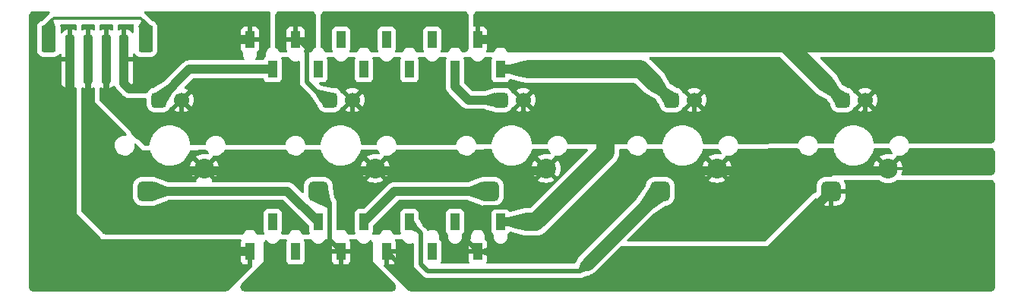
<source format=gbr>
%TF.GenerationSoftware,KiCad,Pcbnew,7.0.6*%
%TF.CreationDate,2023-10-13T04:00:25-07:00*%
%TF.ProjectId,SAL-FP_Keyboard,53414c2d-4650-45f4-9b65-79626f617264,A*%
%TF.SameCoordinates,PX8be9df0PY734a290*%
%TF.FileFunction,Copper,L2,Bot*%
%TF.FilePolarity,Positive*%
%FSLAX46Y46*%
G04 Gerber Fmt 4.6, Leading zero omitted, Abs format (unit mm)*
G04 Created by KiCad (PCBNEW 7.0.6) date 2023-10-13 04:00:25*
%MOMM*%
%LPD*%
G01*
G04 APERTURE LIST*
G04 Aperture macros list*
%AMRoundRect*
0 Rectangle with rounded corners*
0 $1 Rounding radius*
0 $2 $3 $4 $5 $6 $7 $8 $9 X,Y pos of 4 corners*
0 Add a 4 corners polygon primitive as box body*
4,1,4,$2,$3,$4,$5,$6,$7,$8,$9,$2,$3,0*
0 Add four circle primitives for the rounded corners*
1,1,$1+$1,$2,$3*
1,1,$1+$1,$4,$5*
1,1,$1+$1,$6,$7*
1,1,$1+$1,$8,$9*
0 Add four rect primitives between the rounded corners*
20,1,$1+$1,$2,$3,$4,$5,0*
20,1,$1+$1,$4,$5,$6,$7,0*
20,1,$1+$1,$6,$7,$8,$9,0*
20,1,$1+$1,$8,$9,$2,$3,0*%
G04 Aperture macros list end*
%TA.AperFunction,ComponentPad*%
%ADD10C,1.700000*%
%TD*%
%TA.AperFunction,ComponentPad*%
%ADD11RoundRect,0.425000X0.425000X0.425000X-0.425000X0.425000X-0.425000X-0.425000X0.425000X-0.425000X0*%
%TD*%
%TA.AperFunction,ComponentPad*%
%ADD12C,2.200000*%
%TD*%
%TA.AperFunction,ComponentPad*%
%ADD13RoundRect,0.550000X0.550000X0.550000X-0.550000X0.550000X-0.550000X-0.550000X0.550000X-0.550000X0*%
%TD*%
%TA.AperFunction,SMDPad,CuDef*%
%ADD14RoundRect,0.250000X0.250000X2.500000X-0.250000X2.500000X-0.250000X-2.500000X0.250000X-2.500000X0*%
%TD*%
%TA.AperFunction,SMDPad,CuDef*%
%ADD15RoundRect,0.250000X0.550000X1.250000X-0.550000X1.250000X-0.550000X-1.250000X0.550000X-1.250000X0*%
%TD*%
%TA.AperFunction,SMDPad,CuDef*%
%ADD16R,1.000000X1.900000*%
%TD*%
%TA.AperFunction,Conductor*%
%ADD17C,0.450000*%
%TD*%
%TA.AperFunction,Conductor*%
%ADD18C,0.550000*%
%TD*%
%TA.AperFunction,Conductor*%
%ADD19C,0.980000*%
%TD*%
%TA.AperFunction,Conductor*%
%ADD20C,2.050000*%
%TD*%
%TA.AperFunction,Conductor*%
%ADD21C,0.680000*%
%TD*%
%TA.AperFunction,Conductor*%
%ADD22C,0.300000*%
%TD*%
%TA.AperFunction,Conductor*%
%ADD23C,0.250000*%
%TD*%
%TA.AperFunction,Conductor*%
%ADD24C,0.380000*%
%TD*%
%TA.AperFunction,Conductor*%
%ADD25C,1.400000*%
%TD*%
G04 APERTURE END LIST*
D10*
%TO.P,SW5,4,A*%
%TO.N,VCC*%
X-14630000Y-9920000D03*
D11*
%TO.P,SW5,3,K*%
%TO.N,/LED6*%
X-17170000Y-9920000D03*
D12*
%TO.P,SW5,2,2*%
%TO.N,GND*%
X-12090000Y-17540000D03*
D13*
%TO.P,SW5,1,1*%
%TO.N,/F5*%
X-18440000Y-20080000D03*
%TD*%
%TO.P,SW3,1,1*%
%TO.N,/F6*%
X-56540000Y-20080000D03*
D12*
%TO.P,SW3,2,2*%
%TO.N,GND*%
X-50190000Y-17540000D03*
D11*
%TO.P,SW3,3,K*%
%TO.N,/LED4*%
X-55270000Y-9920000D03*
D10*
%TO.P,SW3,4,A*%
%TO.N,VCC*%
X-52730000Y-9920000D03*
%TD*%
D13*
%TO.P,SW4,1,1*%
%TO.N,/F4*%
X-37490000Y-20080000D03*
D12*
%TO.P,SW4,2,2*%
%TO.N,GND*%
X-31140000Y-17540000D03*
D11*
%TO.P,SW4,3,K*%
%TO.N,/LED5*%
X-36220000Y-9920000D03*
D10*
%TO.P,SW4,4,A*%
%TO.N,VCC*%
X-33680000Y-9920000D03*
%TD*%
D13*
%TO.P,SW2,1,1*%
%TO.N,/F7*%
X-75590000Y-20080000D03*
D12*
%TO.P,SW2,2,2*%
%TO.N,GND*%
X-69240000Y-17540000D03*
D11*
%TO.P,SW2,3,K*%
%TO.N,/LED3*%
X-74320000Y-9920000D03*
D10*
%TO.P,SW2,4,A*%
%TO.N,VCC*%
X-71780000Y-9920000D03*
%TD*%
D13*
%TO.P,SW1,1,1*%
%TO.N,/B1*%
X-94640000Y-20080000D03*
D12*
%TO.P,SW1,2,2*%
%TO.N,GND*%
X-88290000Y-17540000D03*
D11*
%TO.P,SW1,3,K*%
%TO.N,/LED2*%
X-93370000Y-9920000D03*
D10*
%TO.P,SW1,4,A*%
%TO.N,VCC*%
X-90830000Y-9920000D03*
%TD*%
D14*
%TO.P,J1,1,Pin_1*%
%TO.N,/LED1*%
X-97228000Y-5340000D03*
%TO.P,J1,2,Pin_2*%
%TO.N,VCC*%
X-99228000Y-5340000D03*
%TO.P,J1,3,Pin_3*%
%TO.N,GND*%
X-101228000Y-5340000D03*
%TO.P,J1,4,Pin_4*%
%TO.N,/B6*%
X-103228000Y-5340000D03*
D15*
%TO.P,J1,MP,MountPin*%
%TO.N,unconnected-(J1-MountPin-PadMP)*%
X-94828000Y-3090000D03*
X-105628000Y-3090000D03*
%TD*%
D16*
%TO.P,J3,1,Pin_1*%
%TO.N,VCC*%
X-55270000Y-23510000D03*
%TO.P,J3,2,Pin_2*%
%TO.N,GND*%
X-57810000Y-26810000D03*
%TO.P,J3,3,Pin_3*%
%TO.N,/RST*%
X-60350000Y-23510000D03*
%TO.P,J3,4,Pin_4*%
%TO.N,unconnected-(J3-Pin_4-Pad4)*%
X-62890000Y-26810000D03*
%TO.P,J3,5,Pin_5*%
%TO.N,/F4*%
X-65430000Y-23510000D03*
%TO.P,J3,6,Pin_6*%
%TO.N,/F5*%
X-67970000Y-26810000D03*
%TO.P,J3,7,Pin_7*%
%TO.N,/F6*%
X-70510000Y-23510000D03*
%TO.P,J3,8,Pin_8*%
%TO.N,/F7*%
X-73050000Y-26810000D03*
%TO.P,J3,9,Pin_9*%
%TO.N,/B1*%
X-75590000Y-23510000D03*
%TO.P,J3,10,Pin_10*%
%TO.N,/B3*%
X-78130000Y-26810000D03*
%TO.P,J3,11,Pin_11*%
%TO.N,/B2*%
X-80670000Y-23510000D03*
%TO.P,J3,12,Pin_12*%
%TO.N,/B6*%
X-83210000Y-26810000D03*
%TD*%
%TO.P,J2,1,Pin_1*%
%TO.N,/LED5*%
X-55270000Y-6490000D03*
%TO.P,J2,2,Pin_2*%
%TO.N,/LED6*%
X-57810000Y-3190000D03*
%TO.P,J2,3,Pin_3*%
%TO.N,/LED4*%
X-60350000Y-6490000D03*
%TO.P,J2,4,Pin_4*%
%TO.N,unconnected-(J2-Pin_4-Pad4)*%
X-62890000Y-3190000D03*
%TO.P,J2,5,Pin_5*%
%TO.N,unconnected-(J2-Pin_5-Pad5)*%
X-65430000Y-6490000D03*
%TO.P,J2,6,Pin_6*%
%TO.N,unconnected-(J2-Pin_6-Pad6)*%
X-67970000Y-3190000D03*
%TO.P,J2,7,Pin_7*%
%TO.N,unconnected-(J2-Pin_7-Pad7)*%
X-70510000Y-6490000D03*
%TO.P,J2,8,Pin_8*%
%TO.N,unconnected-(J2-Pin_8-Pad8)*%
X-73050000Y-3190000D03*
%TO.P,J2,9,Pin_9*%
%TO.N,unconnected-(J2-Pin_9-Pad9)*%
X-75590000Y-6490000D03*
%TO.P,J2,10,Pin_10*%
%TO.N,/LED3*%
X-78130000Y-3190000D03*
%TO.P,J2,11,Pin_11*%
%TO.N,/LED2*%
X-80670000Y-6490000D03*
%TO.P,J2,12,Pin_12*%
%TO.N,/LED1*%
X-83210000Y-3190000D03*
%TD*%
D17*
%TO.N,VCC*%
X-44602000Y-11952000D02*
X-43586000Y-11952000D01*
D18*
X-33680000Y-11952000D02*
X-33680000Y-9920000D01*
X-90830000Y-11952000D02*
X-90830000Y-9920000D01*
D19*
X-96672000Y-11952000D02*
X-52729998Y-11952000D01*
D20*
X-52350000Y-23510000D02*
X-51334000Y-23510000D01*
D19*
X-16662000Y-11952000D02*
X-15392000Y-11952000D01*
D18*
X-14630000Y-11190000D02*
X-14630000Y-9920000D01*
D20*
X-43586000Y-15762000D02*
X-43586000Y-12714000D01*
D19*
X-55270000Y-23510000D02*
X-52350000Y-23510000D01*
D18*
X-15392000Y-11952000D02*
X-14630000Y-11190000D01*
D19*
X-96672000Y-11952000D02*
X-99180000Y-9444000D01*
D21*
X-36822000Y-11952000D02*
X-33680000Y-11952000D01*
D22*
X-52730000Y-11951998D02*
X-52729998Y-11952000D01*
D19*
X-36822000Y-11952000D02*
X-44602000Y-11952000D01*
X-36822000Y-11952000D02*
X-16662000Y-11952000D01*
X-44602000Y-11952000D02*
X-52729998Y-11952000D01*
D18*
X-71780000Y-11952000D02*
X-71780000Y-9920000D01*
D21*
X-99180000Y-9444000D02*
X-99228000Y-9396000D01*
D17*
X-43586000Y-11952000D02*
X-43586000Y-12714000D01*
D20*
X-51334000Y-23510000D02*
X-43586000Y-15762000D01*
D18*
X-52730000Y-9920000D02*
X-52730000Y-11951998D01*
D21*
X-99228000Y-9396000D02*
X-99228000Y-5340000D01*
D23*
%TO.N,GND*%
X-31140000Y-17540000D02*
X-30886000Y-17794000D01*
D21*
X-69240000Y-17540000D02*
X-68986000Y-17794000D01*
D19*
X-69494000Y-17794000D02*
X-88036000Y-17794000D01*
D24*
X-12090000Y-17540000D02*
X-7264000Y-17540000D01*
D22*
X-31140000Y-17540000D02*
X-31394000Y-17794000D01*
D19*
X-54508000Y-21604000D02*
X-53492000Y-20588000D01*
X-88544000Y-17794000D02*
X-96118412Y-17794000D01*
D17*
X-57810000Y-26810000D02*
X-56540000Y-26810000D01*
D24*
X-12090000Y-17540000D02*
X-12344000Y-17794000D01*
D19*
X-30886000Y-17794000D02*
X-12344000Y-17794000D01*
D18*
X-57810000Y-26810000D02*
X-59080000Y-25540000D01*
D19*
X-97180000Y-17794000D02*
X-101180000Y-13794000D01*
X-96118412Y-17794000D02*
X-97180000Y-17794000D01*
D23*
X-88290000Y-17540000D02*
X-88544000Y-17794000D01*
X-88036000Y-17794000D02*
X-88290000Y-17540000D01*
D18*
X-57048000Y-22112000D02*
X-56794000Y-21858000D01*
D20*
X-40920000Y-17794000D02*
X-49936000Y-26810000D01*
D19*
X-50444000Y-17794000D02*
X-53492000Y-17794000D01*
X-56540000Y-26810000D02*
X-49936000Y-26810000D01*
D23*
X-69240000Y-17540000D02*
X-69494000Y-17794000D01*
D19*
X-53492000Y-20588000D02*
X-53492000Y-17794000D01*
D21*
X-50190000Y-17540000D02*
X-50444000Y-17794000D01*
D19*
X-58826000Y-23890000D02*
X-57048000Y-22112000D01*
D21*
X-101228000Y-13746000D02*
X-101228000Y-5340000D01*
D19*
X-68986000Y-17794000D02*
X-53492000Y-17794000D01*
D21*
X-101180000Y-13794000D02*
X-101228000Y-13746000D01*
D18*
X-59080000Y-24144000D02*
X-58826000Y-23890000D01*
X-54762000Y-21858000D02*
X-54508000Y-21604000D01*
D19*
X-31394000Y-17794000D02*
X-40920000Y-17794000D01*
D18*
X-56794000Y-21858000D02*
X-54762000Y-21858000D01*
X-59080000Y-25540000D02*
X-59080000Y-24144000D01*
D24*
%TO.N,unconnected-(J1-MountPin-PadMP)*%
X-95402000Y-776000D02*
X-94780000Y-1398000D01*
X-94780000Y-1398000D02*
X-94780000Y-3090000D01*
X-105054000Y-776000D02*
X-95402000Y-776000D01*
X-105628000Y-1350000D02*
X-105054000Y-776000D01*
X-105628000Y-3090000D02*
X-105628000Y-1350000D01*
D18*
%TO.N,/F4*%
X-63398000Y-28970000D02*
X-46380000Y-28970000D01*
X-64160000Y-28208000D02*
X-63398000Y-28970000D01*
X-65430000Y-23510000D02*
X-64160000Y-24780000D01*
D25*
X-37490000Y-20080000D02*
X-45618000Y-28208000D01*
D18*
X-46380000Y-28970000D02*
X-45618000Y-28208000D01*
X-64160000Y-24780000D02*
X-64160000Y-28208000D01*
D19*
%TO.N,/F5*%
X-28346000Y-29986000D02*
X-18440000Y-20080000D01*
D18*
X-64794000Y-29986000D02*
X-28346000Y-29986000D01*
X-67970000Y-26810000D02*
X-64794000Y-29986000D01*
D19*
%TO.N,/F6*%
X-67080000Y-20080000D02*
X-56540000Y-20080000D01*
X-70510000Y-23510000D02*
X-67080000Y-20080000D01*
D18*
%TO.N,/F7*%
X-73050000Y-26810000D02*
X-74320000Y-25540000D01*
X-74320000Y-25540000D02*
X-74320000Y-21350000D01*
X-74320000Y-21350000D02*
X-75590000Y-20080000D01*
D19*
%TO.N,/B1*%
X-75590000Y-23510000D02*
X-79020000Y-20080000D01*
X-79020000Y-20080000D02*
X-94640000Y-20080000D01*
%TO.N,/B6*%
X-83210000Y-26810000D02*
X-99086000Y-26810000D01*
X-99086000Y-26810000D02*
X-103228000Y-22668000D01*
X-103228000Y-22668000D02*
X-103228000Y-5388000D01*
X-103228000Y-5340000D02*
X-103228000Y-5388000D01*
%TO.N,/LED1*%
X-95656000Y-8650000D02*
X-90196000Y-3190000D01*
X-90196000Y-3190000D02*
X-83210000Y-3190000D01*
X-97228000Y-8094000D02*
X-96672000Y-8650000D01*
X-97228000Y-5340000D02*
X-97228000Y-8094000D01*
X-96672000Y-8650000D02*
X-95656000Y-8650000D01*
D20*
%TO.N,/LED6*%
X-23900000Y-3190000D02*
X-19075000Y-8015000D01*
D19*
X-19075000Y-8015000D02*
X-17170000Y-9920000D01*
D20*
X-53746000Y-3190000D02*
X-23900000Y-3190000D01*
D19*
X-57810000Y-3190000D02*
X-53746000Y-3190000D01*
%TO.N,/LED5*%
X-38252000Y-7888000D02*
X-36220000Y-9920000D01*
D20*
X-38252000Y-7888000D02*
X-39650000Y-6490000D01*
X-39650000Y-6490000D02*
X-52222000Y-6490000D01*
D19*
X-55270000Y-6490000D02*
X-52222000Y-6490000D01*
%TO.N,/LED4*%
X-60350000Y-8396000D02*
X-58826000Y-9920000D01*
X-60350000Y-6490000D02*
X-60350000Y-8396000D01*
X-58826000Y-9920000D02*
X-55270000Y-9920000D01*
D18*
%TO.N,/LED3*%
X-77748000Y-3190000D02*
X-76860000Y-4078000D01*
D17*
X-78130000Y-3190000D02*
X-77748000Y-3190000D01*
D18*
X-76860000Y-7888000D02*
X-74828000Y-9920000D01*
X-76860000Y-4078000D02*
X-76860000Y-7888000D01*
D17*
X-74828000Y-9920000D02*
X-74320000Y-9920000D01*
D19*
%TO.N,/LED2*%
X-93370000Y-9920000D02*
X-89940000Y-6490000D01*
X-89940000Y-6490000D02*
X-80670000Y-6490000D01*
%TD*%
%TA.AperFunction,Conductor*%
%TO.N,/LED5*%
G36*
X-37192203Y-8251823D02*
G01*
X-35876381Y-9064772D01*
X-35871144Y-9072036D01*
X-35871717Y-9079193D01*
X-36217438Y-9916215D01*
X-36223764Y-9922553D01*
X-36223785Y-9922562D01*
X-37060807Y-10268283D01*
X-37069762Y-10268274D01*
X-37075228Y-10263619D01*
X-37888177Y-8947797D01*
X-37889610Y-8938957D01*
X-37886498Y-8933376D01*
X-37206625Y-8253503D01*
X-37198353Y-8250077D01*
X-37192203Y-8251823D01*
G37*
%TD.AperFunction*%
%TD*%
%TA.AperFunction,Conductor*%
%TO.N,/F6*%
G36*
X-57299995Y-19025359D02*
G01*
X-57295156Y-19029258D01*
X-56543919Y-20073166D01*
X-56541868Y-20081883D01*
X-56543919Y-20086834D01*
X-57295156Y-21130741D01*
X-57302770Y-21135455D01*
X-57308948Y-21134790D01*
X-58732595Y-20572922D01*
X-58739033Y-20566697D01*
X-58740000Y-20562039D01*
X-58740000Y-19597960D01*
X-58736573Y-19589687D01*
X-58732597Y-19587078D01*
X-57308947Y-19025209D01*
X-57299995Y-19025359D01*
G37*
%TD.AperFunction*%
%TD*%
%TA.AperFunction,Conductor*%
%TO.N,/LED3*%
G36*
X-75570510Y-8783663D02*
G01*
X-74081066Y-9067582D01*
X-74073581Y-9072497D01*
X-74071764Y-9081266D01*
X-74072035Y-9082385D01*
X-74317936Y-9916103D01*
X-74323492Y-9923030D01*
X-75152202Y-10381684D01*
X-75161100Y-10382692D01*
X-75167627Y-10377901D01*
X-75468440Y-9923030D01*
X-75960226Y-9179382D01*
X-75961930Y-9170593D01*
X-75958741Y-9164659D01*
X-75580965Y-8786883D01*
X-75572693Y-8783457D01*
X-75570510Y-8783663D01*
G37*
%TD.AperFunction*%
%TD*%
%TA.AperFunction,Conductor*%
%TO.N,/LED5*%
G36*
X-52615320Y-5546871D02*
G01*
X-52610292Y-5552558D01*
X-52222864Y-6485513D01*
X-52222856Y-6494468D01*
X-52222864Y-6494487D01*
X-52610292Y-7427441D01*
X-52616629Y-7433767D01*
X-52624206Y-7434232D01*
X-53447415Y-7207306D01*
X-54263409Y-6982368D01*
X-54270474Y-6976866D01*
X-54272000Y-6971089D01*
X-54272000Y-6008910D01*
X-54268573Y-6000637D01*
X-54263412Y-5997632D01*
X-52624203Y-5545766D01*
X-52615320Y-5546871D01*
G37*
%TD.AperFunction*%
%TD*%
%TA.AperFunction,Conductor*%
%TO.N,GND*%
G36*
X-49935000Y-26810000D02*
G01*
X-50328251Y-27756977D01*
X-51986000Y-27300000D01*
X-51986000Y-26320000D01*
X-50328251Y-25863023D01*
X-49935000Y-26810000D01*
G37*
%TD.AperFunction*%
%TD*%
%TA.AperFunction,Conductor*%
%TO.N,/F7*%
G36*
X-79112005Y-25433685D02*
G01*
X-79066250Y-25486489D01*
X-79056306Y-25555647D01*
X-79077070Y-25605771D01*
X-79076637Y-25606008D01*
X-79078835Y-25610032D01*
X-79079779Y-25612313D01*
X-79080889Y-25613794D01*
X-79131989Y-25750795D01*
X-79131989Y-25750797D01*
X-79138500Y-25811345D01*
X-79138500Y-27808654D01*
X-79131989Y-27869202D01*
X-79131989Y-27869204D01*
X-79082425Y-28002086D01*
X-79080889Y-28006204D01*
X-78993261Y-28123261D01*
X-78876204Y-28210889D01*
X-78761703Y-28253596D01*
X-78744537Y-28259999D01*
X-78739201Y-28261989D01*
X-78711950Y-28264918D01*
X-78678655Y-28268499D01*
X-78678638Y-28268500D01*
X-77581362Y-28268500D01*
X-77581346Y-28268499D01*
X-77554308Y-28265591D01*
X-77520799Y-28261989D01*
X-77515463Y-28259999D01*
X-77498297Y-28253596D01*
X-77383796Y-28210889D01*
X-77266739Y-28123261D01*
X-77179111Y-28006204D01*
X-77128011Y-27869201D01*
X-77124409Y-27835692D01*
X-77121501Y-27808654D01*
X-77121500Y-27808637D01*
X-77121500Y-27060000D01*
X-74050000Y-27060000D01*
X-74050000Y-27807844D01*
X-74043599Y-27867372D01*
X-74043597Y-27867379D01*
X-73993355Y-28002086D01*
X-73993351Y-28002093D01*
X-73907191Y-28117187D01*
X-73907188Y-28117190D01*
X-73792094Y-28203350D01*
X-73792087Y-28203354D01*
X-73657380Y-28253596D01*
X-73657373Y-28253598D01*
X-73597845Y-28259999D01*
X-73597828Y-28260000D01*
X-73300000Y-28260000D01*
X-73300000Y-27060000D01*
X-72800000Y-27060000D01*
X-72800000Y-28260000D01*
X-72502172Y-28260000D01*
X-72502156Y-28259999D01*
X-72442628Y-28253598D01*
X-72442621Y-28253596D01*
X-72307914Y-28203354D01*
X-72307907Y-28203350D01*
X-72192813Y-28117190D01*
X-72192810Y-28117187D01*
X-72106650Y-28002093D01*
X-72106646Y-28002086D01*
X-72056404Y-27867379D01*
X-72056402Y-27867372D01*
X-72050001Y-27807844D01*
X-72050000Y-27807827D01*
X-72050000Y-27060000D01*
X-72800000Y-27060000D01*
X-73300000Y-27060000D01*
X-74050000Y-27060000D01*
X-77121500Y-27060000D01*
X-77121500Y-25811362D01*
X-77121501Y-25811345D01*
X-77125931Y-25770146D01*
X-77128011Y-25750799D01*
X-77179111Y-25613796D01*
X-77180221Y-25612313D01*
X-77180869Y-25610575D01*
X-77183363Y-25606008D01*
X-77182707Y-25605649D01*
X-77204640Y-25546849D01*
X-77189790Y-25478576D01*
X-77140386Y-25429169D01*
X-77080956Y-25414000D01*
X-76410710Y-25414000D01*
X-76343671Y-25433685D01*
X-76297916Y-25486489D01*
X-76293669Y-25497044D01*
X-76293124Y-25498603D01*
X-76246842Y-25572261D01*
X-76200147Y-25646576D01*
X-76076576Y-25770147D01*
X-75928606Y-25863122D01*
X-75763657Y-25920841D01*
X-75763651Y-25920841D01*
X-75763649Y-25920842D01*
X-75722250Y-25925506D01*
X-75633558Y-25935499D01*
X-75633555Y-25935500D01*
X-75633552Y-25935500D01*
X-75546445Y-25935500D01*
X-75546444Y-25935499D01*
X-75416343Y-25920841D01*
X-75251394Y-25863122D01*
X-75103424Y-25770147D01*
X-74979853Y-25646576D01*
X-74886878Y-25498606D01*
X-74886331Y-25497044D01*
X-74885705Y-25496170D01*
X-74883855Y-25492330D01*
X-74883183Y-25492653D01*
X-74845608Y-25440268D01*
X-74780655Y-25414522D01*
X-74769290Y-25414000D01*
X-74088428Y-25414000D01*
X-74021389Y-25433685D01*
X-73975634Y-25486489D01*
X-73965690Y-25555647D01*
X-73989161Y-25612310D01*
X-73993351Y-25617906D01*
X-73993355Y-25617913D01*
X-74043597Y-25752620D01*
X-74043599Y-25752627D01*
X-74050000Y-25812155D01*
X-74050000Y-26560000D01*
X-72050000Y-26560000D01*
X-72050000Y-25812172D01*
X-72050001Y-25812155D01*
X-72056402Y-25752627D01*
X-72056404Y-25752620D01*
X-72106646Y-25617913D01*
X-72106650Y-25617906D01*
X-72110839Y-25612310D01*
X-72135256Y-25546845D01*
X-72120404Y-25478573D01*
X-72070998Y-25429168D01*
X-72011572Y-25414000D01*
X-71330710Y-25414000D01*
X-71263671Y-25433685D01*
X-71217916Y-25486489D01*
X-71213669Y-25497044D01*
X-71213124Y-25498603D01*
X-71166842Y-25572261D01*
X-71120147Y-25646576D01*
X-70996576Y-25770147D01*
X-70848606Y-25863122D01*
X-70683657Y-25920841D01*
X-70683651Y-25920841D01*
X-70683649Y-25920842D01*
X-70642250Y-25925506D01*
X-70553558Y-25935499D01*
X-70553555Y-25935500D01*
X-70553552Y-25935500D01*
X-70466445Y-25935500D01*
X-70466444Y-25935499D01*
X-70336343Y-25920841D01*
X-70171394Y-25863122D01*
X-70023424Y-25770147D01*
X-69899853Y-25646576D01*
X-69853156Y-25572257D01*
X-69800826Y-25525970D01*
X-69731772Y-25515320D01*
X-69672677Y-25539858D01*
X-69655741Y-25552854D01*
X-69632854Y-25575741D01*
X-69571997Y-25655050D01*
X-69555811Y-25683085D01*
X-69517558Y-25775437D01*
X-69509180Y-25806703D01*
X-69494531Y-25917966D01*
X-69494000Y-25926067D01*
X-69494000Y-27954000D01*
X-69345211Y-28102789D01*
X-69345210Y-28102790D01*
X-69345203Y-28102798D01*
X-67065678Y-30382322D01*
X-67053767Y-30396129D01*
X-66981363Y-30493753D01*
X-66964209Y-30525846D01*
X-66926379Y-30631575D01*
X-66919280Y-30667265D01*
X-66913770Y-30779422D01*
X-66917337Y-30815635D01*
X-66944621Y-30924560D01*
X-66958547Y-30958180D01*
X-67016277Y-31054496D01*
X-67039361Y-31082624D01*
X-67122560Y-31158032D01*
X-67152817Y-31178250D01*
X-67254330Y-31226262D01*
X-67289152Y-31236825D01*
X-67339683Y-31244320D01*
X-67409374Y-31254658D01*
X-67427567Y-31256000D01*
X-83752433Y-31256000D01*
X-83770627Y-31254658D01*
X-83890848Y-31236825D01*
X-83925671Y-31226262D01*
X-84027184Y-31178250D01*
X-84057441Y-31158032D01*
X-84140640Y-31082624D01*
X-84163724Y-31054496D01*
X-84221454Y-30958180D01*
X-84235379Y-30924563D01*
X-84262665Y-30815633D01*
X-84266231Y-30779425D01*
X-84260721Y-30667261D01*
X-84253623Y-30631579D01*
X-84215791Y-30525843D01*
X-84198642Y-30493760D01*
X-84126228Y-30396121D01*
X-84114330Y-30382329D01*
X-81834790Y-28102790D01*
X-81834790Y-28102789D01*
X-81686000Y-27954000D01*
X-81686000Y-25926067D01*
X-81685469Y-25917966D01*
X-81670821Y-25806701D01*
X-81662444Y-25775440D01*
X-81624188Y-25683081D01*
X-81608004Y-25655050D01*
X-81547147Y-25575741D01*
X-81524263Y-25552856D01*
X-81515368Y-25546029D01*
X-81507327Y-25539859D01*
X-81442160Y-25514662D01*
X-81373715Y-25528698D01*
X-81326843Y-25572260D01*
X-81298157Y-25617913D01*
X-81280147Y-25646576D01*
X-81156576Y-25770147D01*
X-81008606Y-25863122D01*
X-80843657Y-25920841D01*
X-80843651Y-25920841D01*
X-80843649Y-25920842D01*
X-80802250Y-25925506D01*
X-80713558Y-25935499D01*
X-80713555Y-25935500D01*
X-80713552Y-25935500D01*
X-80626445Y-25935500D01*
X-80626444Y-25935499D01*
X-80496343Y-25920841D01*
X-80331394Y-25863122D01*
X-80183424Y-25770147D01*
X-80059853Y-25646576D01*
X-79966878Y-25498606D01*
X-79966331Y-25497044D01*
X-79965705Y-25496170D01*
X-79963855Y-25492330D01*
X-79963183Y-25492653D01*
X-79925608Y-25440268D01*
X-79860655Y-25414522D01*
X-79849290Y-25414000D01*
X-79179044Y-25414000D01*
X-79112005Y-25433685D01*
G37*
%TD.AperFunction*%
%TD*%
%TA.AperFunction,Conductor*%
%TO.N,/LED4*%
G36*
X-55856692Y-9105643D02*
G01*
X-55852795Y-9109081D01*
X-55273922Y-9913164D01*
X-55271869Y-9921881D01*
X-55273922Y-9926836D01*
X-55852795Y-10730918D01*
X-55860409Y-10735630D01*
X-55865596Y-10735305D01*
X-56961606Y-10412472D01*
X-56968574Y-10406847D01*
X-56970000Y-10401249D01*
X-56970000Y-9438750D01*
X-56966573Y-9430477D01*
X-56961608Y-9427528D01*
X-55865595Y-9104694D01*
X-55856692Y-9105643D01*
G37*
%TD.AperFunction*%
%TD*%
%TA.AperFunction,Conductor*%
%TO.N,VCC*%
G36*
X-33340000Y-11952000D02*
G01*
X-33680000Y-11953000D01*
X-34020000Y-11952000D01*
X-33955000Y-11272000D01*
X-33405000Y-11272000D01*
X-33340000Y-11952000D01*
G37*
%TD.AperFunction*%
%TD*%
%TA.AperFunction,Conductor*%
%TO.N,unconnected-(J1-MountPin-PadMP)*%
G36*
X-105358240Y-827801D02*
G01*
X-105099435Y-1086606D01*
X-105096779Y-1090703D01*
X-104849025Y-1739110D01*
X-104849273Y-1748061D01*
X-104849836Y-1749160D01*
X-105616041Y-3068890D01*
X-105623158Y-3074325D01*
X-105632033Y-3073134D01*
X-105637179Y-3066945D01*
X-106107409Y-1748061D01*
X-106161231Y-1597101D01*
X-106160782Y-1588161D01*
X-106158343Y-1584763D01*
X-105374640Y-827658D01*
X-105366311Y-824376D01*
X-105358240Y-827801D01*
G37*
%TD.AperFunction*%
%TD*%
%TA.AperFunction,Conductor*%
%TO.N,/LED6*%
G36*
X-53745000Y-3190000D02*
G01*
X-54138251Y-4136977D01*
X-55796000Y-3680000D01*
X-55796000Y-2700000D01*
X-54138251Y-2243023D01*
X-53745000Y-3190000D01*
G37*
%TD.AperFunction*%
%TD*%
%TA.AperFunction,NonConductor*%
G36*
X-59329968Y-14530D02*
G01*
X-59218704Y-29179D01*
X-59187439Y-37556D01*
X-59095085Y-75810D01*
X-59067051Y-91996D01*
X-58987742Y-152853D01*
X-58964854Y-175741D01*
X-58903997Y-255050D01*
X-58887811Y-283085D01*
X-58849558Y-375437D01*
X-58841180Y-406703D01*
X-58826531Y-517966D01*
X-58826000Y-526067D01*
X-58826000Y-4073932D01*
X-58826531Y-4082033D01*
X-58841180Y-4193296D01*
X-58849558Y-4224562D01*
X-58887811Y-4316914D01*
X-58903997Y-4344949D01*
X-58964854Y-4424258D01*
X-58987742Y-4447146D01*
X-59067051Y-4508003D01*
X-59095086Y-4524189D01*
X-59187438Y-4562442D01*
X-59218704Y-4570820D01*
X-59316590Y-4583707D01*
X-59329968Y-4585469D01*
X-59338067Y-4586000D01*
X-59529290Y-4586000D01*
X-59596329Y-4566315D01*
X-59642084Y-4513511D01*
X-59646331Y-4502956D01*
X-59646877Y-4501396D01*
X-59682719Y-4444353D01*
X-59739853Y-4353424D01*
X-59863424Y-4229853D01*
X-60011394Y-4136878D01*
X-60011395Y-4136877D01*
X-60011396Y-4136877D01*
X-60176342Y-4079159D01*
X-60176352Y-4079157D01*
X-60306442Y-4064500D01*
X-60306448Y-4064500D01*
X-60393552Y-4064500D01*
X-60393559Y-4064500D01*
X-60523649Y-4079157D01*
X-60523659Y-4079159D01*
X-60688605Y-4136877D01*
X-60836577Y-4229853D01*
X-60960147Y-4353423D01*
X-61053124Y-4501396D01*
X-61053669Y-4502956D01*
X-61054296Y-4503829D01*
X-61056145Y-4507670D01*
X-61056818Y-4507346D01*
X-61094392Y-4559732D01*
X-61159345Y-4585478D01*
X-61170710Y-4586000D01*
X-61840956Y-4586000D01*
X-61907995Y-4566315D01*
X-61953750Y-4513511D01*
X-61963694Y-4444353D01*
X-61942931Y-4394228D01*
X-61943363Y-4393992D01*
X-61941166Y-4389967D01*
X-61940221Y-4387687D01*
X-61939112Y-4386205D01*
X-61939113Y-4386205D01*
X-61939111Y-4386204D01*
X-61888011Y-4249201D01*
X-61884409Y-4215692D01*
X-61881501Y-4188654D01*
X-61881500Y-4188637D01*
X-61881500Y-2191362D01*
X-61881501Y-2191345D01*
X-61884843Y-2160270D01*
X-61888011Y-2130799D01*
X-61939111Y-1993796D01*
X-62026739Y-1876739D01*
X-62143796Y-1789111D01*
X-62143797Y-1789110D01*
X-62280797Y-1738011D01*
X-62341346Y-1731500D01*
X-62341362Y-1731500D01*
X-63438638Y-1731500D01*
X-63438655Y-1731500D01*
X-63499203Y-1738011D01*
X-63499205Y-1738011D01*
X-63636205Y-1789111D01*
X-63753261Y-1876739D01*
X-63840889Y-1993795D01*
X-63891989Y-2130795D01*
X-63891989Y-2130797D01*
X-63898500Y-2191345D01*
X-63898500Y-4188654D01*
X-63891989Y-4249202D01*
X-63891989Y-4249204D01*
X-63840889Y-4386205D01*
X-63839779Y-4387687D01*
X-63839132Y-4389424D01*
X-63836637Y-4393992D01*
X-63837294Y-4394350D01*
X-63815360Y-4453151D01*
X-63830210Y-4521424D01*
X-63879614Y-4570831D01*
X-63939044Y-4586000D01*
X-64609290Y-4586000D01*
X-64676329Y-4566315D01*
X-64722084Y-4513511D01*
X-64726331Y-4502956D01*
X-64726877Y-4501396D01*
X-64762719Y-4444353D01*
X-64819853Y-4353424D01*
X-64943424Y-4229853D01*
X-65091394Y-4136878D01*
X-65091395Y-4136877D01*
X-65091396Y-4136877D01*
X-65256342Y-4079159D01*
X-65256352Y-4079157D01*
X-65386442Y-4064500D01*
X-65386448Y-4064500D01*
X-65473552Y-4064500D01*
X-65473559Y-4064500D01*
X-65603649Y-4079157D01*
X-65603659Y-4079159D01*
X-65768605Y-4136877D01*
X-65916577Y-4229853D01*
X-66040147Y-4353423D01*
X-66133124Y-4501396D01*
X-66133669Y-4502956D01*
X-66134296Y-4503829D01*
X-66136145Y-4507670D01*
X-66136818Y-4507346D01*
X-66174392Y-4559732D01*
X-66239345Y-4585478D01*
X-66250710Y-4586000D01*
X-66920956Y-4586000D01*
X-66987995Y-4566315D01*
X-67033750Y-4513511D01*
X-67043694Y-4444353D01*
X-67022931Y-4394228D01*
X-67023363Y-4393992D01*
X-67021166Y-4389967D01*
X-67020221Y-4387687D01*
X-67019112Y-4386205D01*
X-67019113Y-4386205D01*
X-67019111Y-4386204D01*
X-66968011Y-4249201D01*
X-66964409Y-4215692D01*
X-66961501Y-4188654D01*
X-66961500Y-4188637D01*
X-66961500Y-2191362D01*
X-66961501Y-2191345D01*
X-66964843Y-2160270D01*
X-66968011Y-2130799D01*
X-67019111Y-1993796D01*
X-67106739Y-1876739D01*
X-67223796Y-1789111D01*
X-67223797Y-1789110D01*
X-67360797Y-1738011D01*
X-67421346Y-1731500D01*
X-67421362Y-1731500D01*
X-68518638Y-1731500D01*
X-68518655Y-1731500D01*
X-68579203Y-1738011D01*
X-68579205Y-1738011D01*
X-68716205Y-1789111D01*
X-68833261Y-1876739D01*
X-68920889Y-1993795D01*
X-68971989Y-2130795D01*
X-68971989Y-2130797D01*
X-68978500Y-2191345D01*
X-68978500Y-4188654D01*
X-68971989Y-4249202D01*
X-68971989Y-4249204D01*
X-68920889Y-4386205D01*
X-68919779Y-4387687D01*
X-68919132Y-4389424D01*
X-68916637Y-4393992D01*
X-68917294Y-4394350D01*
X-68895360Y-4453151D01*
X-68910210Y-4521424D01*
X-68959614Y-4570831D01*
X-69019044Y-4586000D01*
X-69689290Y-4586000D01*
X-69756329Y-4566315D01*
X-69802084Y-4513511D01*
X-69806331Y-4502956D01*
X-69806877Y-4501396D01*
X-69842719Y-4444353D01*
X-69899853Y-4353424D01*
X-70023424Y-4229853D01*
X-70171394Y-4136878D01*
X-70171395Y-4136877D01*
X-70171396Y-4136877D01*
X-70336342Y-4079159D01*
X-70336352Y-4079157D01*
X-70466442Y-4064500D01*
X-70466448Y-4064500D01*
X-70553552Y-4064500D01*
X-70553559Y-4064500D01*
X-70683649Y-4079157D01*
X-70683659Y-4079159D01*
X-70848605Y-4136877D01*
X-70996577Y-4229853D01*
X-71120147Y-4353423D01*
X-71213124Y-4501396D01*
X-71213669Y-4502956D01*
X-71214296Y-4503829D01*
X-71216145Y-4507670D01*
X-71216818Y-4507346D01*
X-71254392Y-4559732D01*
X-71319345Y-4585478D01*
X-71330710Y-4586000D01*
X-72000956Y-4586000D01*
X-72067995Y-4566315D01*
X-72113750Y-4513511D01*
X-72123694Y-4444353D01*
X-72102931Y-4394228D01*
X-72103363Y-4393992D01*
X-72101166Y-4389967D01*
X-72100221Y-4387687D01*
X-72099112Y-4386205D01*
X-72099113Y-4386205D01*
X-72099111Y-4386204D01*
X-72048011Y-4249201D01*
X-72044409Y-4215692D01*
X-72041501Y-4188654D01*
X-72041500Y-4188637D01*
X-72041500Y-2191362D01*
X-72041501Y-2191345D01*
X-72044843Y-2160270D01*
X-72048011Y-2130799D01*
X-72099111Y-1993796D01*
X-72186739Y-1876739D01*
X-72303796Y-1789111D01*
X-72303797Y-1789110D01*
X-72440797Y-1738011D01*
X-72501346Y-1731500D01*
X-72501362Y-1731500D01*
X-73598638Y-1731500D01*
X-73598655Y-1731500D01*
X-73659203Y-1738011D01*
X-73659205Y-1738011D01*
X-73796205Y-1789111D01*
X-73913261Y-1876739D01*
X-74000889Y-1993795D01*
X-74051989Y-2130795D01*
X-74051989Y-2130797D01*
X-74058500Y-2191345D01*
X-74058500Y-4188654D01*
X-74051989Y-4249202D01*
X-74051989Y-4249204D01*
X-74000889Y-4386205D01*
X-73999779Y-4387687D01*
X-73999132Y-4389424D01*
X-73996637Y-4393992D01*
X-73997294Y-4394350D01*
X-73975360Y-4453151D01*
X-73990210Y-4521424D01*
X-74039614Y-4570831D01*
X-74099044Y-4586000D01*
X-74769290Y-4586000D01*
X-74836329Y-4566315D01*
X-74882084Y-4513511D01*
X-74886331Y-4502956D01*
X-74886877Y-4501396D01*
X-74922719Y-4444353D01*
X-74979853Y-4353424D01*
X-75103424Y-4229853D01*
X-75111845Y-4224562D01*
X-75251392Y-4136879D01*
X-75251396Y-4136877D01*
X-75252965Y-4136328D01*
X-75253840Y-4135700D01*
X-75257662Y-4133860D01*
X-75257340Y-4133189D01*
X-75309737Y-4095601D01*
X-75335479Y-4030647D01*
X-75336000Y-4019290D01*
X-75336000Y-526068D01*
X-75335469Y-517966D01*
X-75320821Y-406704D01*
X-75312444Y-375440D01*
X-75274188Y-283081D01*
X-75258004Y-255050D01*
X-75197147Y-175741D01*
X-75174259Y-152853D01*
X-75094950Y-91996D01*
X-75066919Y-75812D01*
X-74974560Y-37556D01*
X-74943299Y-29179D01*
X-74832033Y-14530D01*
X-74823932Y-14000D01*
X-59338068Y-14000D01*
X-59329968Y-14530D01*
G37*
%TD.AperFunction*%
%TA.AperFunction,Conductor*%
%TO.N,VCC*%
G36*
X-52743320Y-22566871D02*
G01*
X-52738292Y-22572558D01*
X-52350864Y-23505512D01*
X-52350856Y-23514467D01*
X-52350864Y-23514486D01*
X-52738292Y-24447441D01*
X-52744629Y-24453767D01*
X-52752206Y-24454232D01*
X-53575415Y-24227306D01*
X-54391409Y-24002368D01*
X-54398474Y-23996866D01*
X-54400000Y-23991089D01*
X-54400000Y-23028910D01*
X-54396573Y-23020637D01*
X-54391412Y-23017632D01*
X-52752203Y-22565766D01*
X-52743320Y-22566871D01*
G37*
%TD.AperFunction*%
%TD*%
%TA.AperFunction,Conductor*%
%TO.N,/LED6*%
G36*
X-18128612Y-7626700D02*
G01*
X-18122925Y-7631728D01*
X-17283350Y-9110337D01*
X-17282245Y-9119222D01*
X-17285251Y-9124386D01*
X-17965614Y-9804749D01*
X-17973887Y-9808176D01*
X-17979663Y-9806650D01*
X-19205970Y-9110336D01*
X-19458272Y-8967075D01*
X-19463774Y-8960010D01*
X-19463308Y-8952433D01*
X-19077561Y-8018779D01*
X-19071240Y-8012447D01*
X-18137567Y-7626692D01*
X-18128612Y-7626700D01*
G37*
%TD.AperFunction*%
%TD*%
%TA.AperFunction,Conductor*%
%TO.N,GND*%
G36*
X-57260000Y-26585000D02*
G01*
X-57260000Y-27035000D01*
X-57810000Y-27085000D01*
X-57811000Y-26810000D01*
X-57810000Y-26535000D01*
X-57260000Y-26585000D01*
G37*
%TD.AperFunction*%
%TD*%
%TA.AperFunction,Conductor*%
%TO.N,/LED1*%
G36*
X-80980961Y-33685D02*
G01*
X-80935206Y-86489D01*
X-80924000Y-138000D01*
X-80924000Y-442497D01*
X-80924531Y-450598D01*
X-80925673Y-459272D01*
X-80927320Y-475998D01*
X-80928950Y-500870D01*
X-80929500Y-517666D01*
X-80929501Y-4021215D01*
X-80949186Y-4088254D01*
X-81001990Y-4134009D01*
X-81005996Y-4135620D01*
X-81008609Y-4136879D01*
X-81156577Y-4229853D01*
X-81280147Y-4353423D01*
X-81373123Y-4501395D01*
X-81430841Y-4666341D01*
X-81430843Y-4666351D01*
X-81450407Y-4839996D01*
X-81450407Y-4840003D01*
X-81430062Y-5020577D01*
X-81432661Y-5020869D01*
X-81436206Y-5078642D01*
X-81477510Y-5134996D01*
X-81478509Y-5135751D01*
X-81533259Y-5176737D01*
X-81533260Y-5176738D01*
X-81533261Y-5176739D01*
X-81562579Y-5215902D01*
X-81620890Y-5293796D01*
X-81664543Y-5410834D01*
X-81706414Y-5466768D01*
X-81771879Y-5491184D01*
X-81780724Y-5491500D01*
X-82479121Y-5491500D01*
X-82546160Y-5471815D01*
X-82591915Y-5419011D01*
X-82601859Y-5349853D01*
X-82584116Y-5301530D01*
X-82506878Y-5178606D01*
X-82449159Y-5013657D01*
X-82440751Y-4939030D01*
X-82429593Y-4840003D01*
X-82429593Y-4839996D01*
X-82449158Y-4666347D01*
X-82450139Y-4662050D01*
X-82445873Y-4592311D01*
X-82404579Y-4535949D01*
X-82403560Y-4535178D01*
X-82352810Y-4497187D01*
X-82266650Y-4382093D01*
X-82266646Y-4382086D01*
X-82216404Y-4247379D01*
X-82216402Y-4247372D01*
X-82210001Y-4187844D01*
X-82210000Y-4187827D01*
X-82210000Y-3440000D01*
X-84210000Y-3440000D01*
X-84210000Y-4187844D01*
X-84203599Y-4247372D01*
X-84203597Y-4247379D01*
X-84153355Y-4382086D01*
X-84153351Y-4382093D01*
X-84067191Y-4497187D01*
X-84067188Y-4497190D01*
X-84016439Y-4535181D01*
X-83974568Y-4591114D01*
X-83969584Y-4660806D01*
X-83969859Y-4662041D01*
X-83970843Y-4666349D01*
X-83990407Y-4839996D01*
X-83990407Y-4840003D01*
X-83970843Y-5013648D01*
X-83970841Y-5013658D01*
X-83913123Y-5178604D01*
X-83913122Y-5178606D01*
X-83835885Y-5301529D01*
X-83816885Y-5368765D01*
X-83837253Y-5435600D01*
X-83890521Y-5480814D01*
X-83940879Y-5491500D01*
X-89927352Y-5491500D01*
X-90016207Y-5489247D01*
X-90076469Y-5500048D01*
X-90081135Y-5500702D01*
X-90142026Y-5506895D01*
X-90142029Y-5506895D01*
X-90142033Y-5506896D01*
X-90149620Y-5509276D01*
X-90174738Y-5517155D01*
X-90182362Y-5519026D01*
X-90216098Y-5525074D01*
X-90216105Y-5525076D01*
X-90272951Y-5547782D01*
X-90277388Y-5549362D01*
X-90335791Y-5567687D01*
X-90335801Y-5567691D01*
X-90365771Y-5584326D01*
X-90372861Y-5587692D01*
X-90378636Y-5590000D01*
X-90404683Y-5600404D01*
X-90455799Y-5634090D01*
X-90459827Y-5636531D01*
X-90513346Y-5666237D01*
X-90513353Y-5666241D01*
X-90539362Y-5688567D01*
X-90545630Y-5693294D01*
X-90574250Y-5712157D01*
X-90617534Y-5755441D01*
X-90620990Y-5758643D01*
X-90667431Y-5798511D01*
X-90667443Y-5798524D01*
X-90688423Y-5825627D01*
X-90693614Y-5831520D01*
X-92681996Y-7819902D01*
X-92704502Y-7837711D01*
X-93852767Y-8547140D01*
X-93908214Y-8565268D01*
X-93941835Y-8567913D01*
X-94131378Y-8618701D01*
X-94306220Y-8707788D01*
X-94306227Y-8707793D01*
X-94458720Y-8831280D01*
X-94582207Y-8983773D01*
X-94582214Y-8983784D01*
X-94636485Y-9090296D01*
X-94684459Y-9141091D01*
X-94746969Y-9158000D01*
X-96628503Y-9158000D01*
X-96695542Y-9138315D01*
X-96705965Y-9130828D01*
X-97105966Y-8810827D01*
X-97146018Y-8753576D01*
X-97148761Y-8683761D01*
X-97113322Y-8623545D01*
X-97050955Y-8592048D01*
X-97028504Y-8589999D01*
X-96928028Y-8589999D01*
X-96928014Y-8589998D01*
X-96825303Y-8579505D01*
X-96658881Y-8524358D01*
X-96658876Y-8524356D01*
X-96509655Y-8432315D01*
X-96385685Y-8308345D01*
X-96293644Y-8159124D01*
X-96293642Y-8159119D01*
X-96238495Y-7992697D01*
X-96238494Y-7992690D01*
X-96228001Y-7889986D01*
X-96228000Y-7889973D01*
X-96228000Y-5590000D01*
X-97354000Y-5590000D01*
X-97421039Y-5570315D01*
X-97466794Y-5517511D01*
X-97478000Y-5466000D01*
X-97478000Y-2090000D01*
X-97478001Y-2089999D01*
X-97527971Y-2090000D01*
X-97527989Y-2090001D01*
X-97630698Y-2100494D01*
X-97778996Y-2149636D01*
X-97848824Y-2152038D01*
X-97908866Y-2116306D01*
X-97940059Y-2053786D01*
X-97942000Y-2031930D01*
X-97942000Y-1598500D01*
X-97922315Y-1531461D01*
X-97869511Y-1485706D01*
X-97818000Y-1474500D01*
X-96227664Y-1474500D01*
X-96160625Y-1494185D01*
X-96114870Y-1546989D01*
X-96104926Y-1616147D01*
X-96109956Y-1637494D01*
X-96117503Y-1660269D01*
X-96125888Y-1685574D01*
X-96136500Y-1789447D01*
X-96136500Y-2338408D01*
X-96156185Y-2405447D01*
X-96208989Y-2451202D01*
X-96278147Y-2461146D01*
X-96341703Y-2432121D01*
X-96366039Y-2403505D01*
X-96385685Y-2371654D01*
X-96509655Y-2247684D01*
X-96658876Y-2155643D01*
X-96658881Y-2155641D01*
X-96825303Y-2100494D01*
X-96825310Y-2100493D01*
X-96928014Y-2090000D01*
X-96978000Y-2090000D01*
X-96978000Y-5090000D01*
X-96228001Y-5090000D01*
X-96228001Y-4844001D01*
X-96208316Y-4776962D01*
X-96155512Y-4731207D01*
X-96086354Y-4721263D01*
X-96022798Y-4750288D01*
X-95998462Y-4778905D01*
X-95981378Y-4806604D01*
X-95977030Y-4813652D01*
X-95851652Y-4939030D01*
X-95700738Y-5032115D01*
X-95532426Y-5087887D01*
X-95428545Y-5098500D01*
X-94227456Y-5098499D01*
X-94123574Y-5087887D01*
X-93955262Y-5032115D01*
X-93804348Y-4939030D01*
X-93678970Y-4813652D01*
X-93585885Y-4662738D01*
X-93530113Y-4494426D01*
X-93519500Y-4390545D01*
X-93519501Y-2940000D01*
X-84210000Y-2940000D01*
X-83460001Y-2940000D01*
X-83460000Y-1740000D01*
X-82960000Y-1740000D01*
X-82960000Y-2940000D01*
X-82210000Y-2940000D01*
X-82210000Y-2192172D01*
X-82210001Y-2192155D01*
X-82216402Y-2132627D01*
X-82216404Y-2132620D01*
X-82266646Y-1997913D01*
X-82266650Y-1997906D01*
X-82352810Y-1882812D01*
X-82352813Y-1882809D01*
X-82467907Y-1796649D01*
X-82467914Y-1796645D01*
X-82602621Y-1746403D01*
X-82602628Y-1746401D01*
X-82662156Y-1740000D01*
X-82960000Y-1740000D01*
X-83460000Y-1740000D01*
X-83757845Y-1740000D01*
X-83817373Y-1746401D01*
X-83817380Y-1746403D01*
X-83952087Y-1796645D01*
X-83952094Y-1796649D01*
X-84067188Y-1882809D01*
X-84067191Y-1882812D01*
X-84153351Y-1997906D01*
X-84153355Y-1997913D01*
X-84203597Y-2132620D01*
X-84203599Y-2132627D01*
X-84210000Y-2192155D01*
X-84210000Y-2940000D01*
X-93519501Y-2940000D01*
X-93519501Y-1789456D01*
X-93530113Y-1685574D01*
X-93585885Y-1517262D01*
X-93678970Y-1366348D01*
X-93804348Y-1240970D01*
X-93955262Y-1147885D01*
X-94003690Y-1131837D01*
X-94050395Y-1103740D01*
X-94712361Y-470560D01*
X-94749557Y-438252D01*
X-94749559Y-438251D01*
X-94750330Y-437581D01*
X-94765086Y-425086D01*
X-94891847Y-298325D01*
X-94894398Y-295614D01*
X-94935403Y-249329D01*
X-94935410Y-249322D01*
X-94948844Y-240050D01*
X-94992834Y-185768D01*
X-95000494Y-116319D01*
X-94969391Y-53754D01*
X-94909400Y-17937D01*
X-94878404Y-14000D01*
X-81048000Y-14000D01*
X-80980961Y-33685D01*
G37*
%TD.AperFunction*%
%TD*%
%TA.AperFunction,Conductor*%
%TO.N,/F5*%
G36*
X-28345000Y-29986000D02*
G01*
X-28533515Y-30438701D01*
X-29326000Y-30261000D01*
X-29326000Y-29711000D01*
X-28533515Y-29533299D01*
X-28345000Y-29986000D01*
G37*
%TD.AperFunction*%
%TD*%
%TA.AperFunction,Conductor*%
%TO.N,VCC*%
G36*
X-52277297Y-11764485D02*
G01*
X-52729998Y-11953000D01*
X-53182699Y-11764485D01*
X-53005000Y-10972000D01*
X-52455000Y-10972000D01*
X-52277297Y-11764485D01*
G37*
%TD.AperFunction*%
%TD*%
%TA.AperFunction,Conductor*%
%TO.N,/F4*%
G36*
X-64930135Y-23306655D02*
G01*
X-64924744Y-23311202D01*
X-64386998Y-24161189D01*
X-64385470Y-24170012D01*
X-64388612Y-24175717D01*
X-64766291Y-24553396D01*
X-64774564Y-24556823D01*
X-64777246Y-24556512D01*
X-65024184Y-24498364D01*
X-65027727Y-24496882D01*
X-65038859Y-24489887D01*
X-65091394Y-24456878D01*
X-65091398Y-24456876D01*
X-65191498Y-24421849D01*
X-65198175Y-24415882D01*
X-65198965Y-24413719D01*
X-65428185Y-23519139D01*
X-65426918Y-23510274D01*
X-65421312Y-23505419D01*
X-64939088Y-23306640D01*
X-64930135Y-23306655D01*
G37*
%TD.AperFunction*%
%TD*%
%TA.AperFunction,Conductor*%
%TO.N,/LED2*%
G36*
X-92383375Y-8253504D02*
G01*
X-91703505Y-8933374D01*
X-91700078Y-8941647D01*
X-91701824Y-8947797D01*
X-91896636Y-9263114D01*
X-91896820Y-9263395D01*
X-91917104Y-9292364D01*
X-91917105Y-9292364D01*
X-91924338Y-9307877D01*
X-91924664Y-9308479D01*
X-92514773Y-10263619D01*
X-92522037Y-10268856D01*
X-92529194Y-10268283D01*
X-93366216Y-9922562D01*
X-93372554Y-9916236D01*
X-93718284Y-9079192D01*
X-93718275Y-9070238D01*
X-93713622Y-9064773D01*
X-92397798Y-8251822D01*
X-92388958Y-8250390D01*
X-92383375Y-8253504D01*
G37*
%TD.AperFunction*%
%TD*%
%TA.AperFunction,Conductor*%
%TO.N,/F5*%
G36*
X-13058447Y-18829685D02*
G01*
X-13044952Y-18839712D01*
X-13038380Y-18845325D01*
X-13038374Y-18845329D01*
X-12822503Y-18977616D01*
X-12588594Y-19074504D01*
X-12588593Y-19074504D01*
X-12588591Y-19074505D01*
X-12342403Y-19133609D01*
X-12090000Y-19153474D01*
X-11837597Y-19133609D01*
X-11591409Y-19074505D01*
X-11357498Y-18977616D01*
X-11141624Y-18845328D01*
X-11138408Y-18842581D01*
X-11135048Y-18839712D01*
X-11071288Y-18811140D01*
X-11054514Y-18810000D01*
X-664068Y-18810000D01*
X-655968Y-18810530D01*
X-544704Y-18825179D01*
X-513439Y-18833556D01*
X-421085Y-18871810D01*
X-393051Y-18887996D01*
X-313742Y-18948853D01*
X-290854Y-18971741D01*
X-229997Y-19051050D01*
X-213811Y-19079085D01*
X-175558Y-19171437D01*
X-167180Y-19202703D01*
X-152531Y-19313966D01*
X-152000Y-19322067D01*
X-152000Y-30743932D01*
X-152531Y-30752033D01*
X-167180Y-30863296D01*
X-175558Y-30894562D01*
X-213811Y-30986914D01*
X-229997Y-31014949D01*
X-290854Y-31094258D01*
X-313742Y-31117146D01*
X-393051Y-31178003D01*
X-421086Y-31194189D01*
X-513438Y-31232442D01*
X-544704Y-31240820D01*
X-642590Y-31253707D01*
X-655968Y-31255469D01*
X-664067Y-31256000D01*
X-65215513Y-31256000D01*
X-65223613Y-31255469D01*
X-65239623Y-31253361D01*
X-65334877Y-31240820D01*
X-65366143Y-31232442D01*
X-65458495Y-31194189D01*
X-65486530Y-31178004D01*
X-65575568Y-31109681D01*
X-65581664Y-31104336D01*
X-68235319Y-28450681D01*
X-68268804Y-28389358D01*
X-68263820Y-28319666D01*
X-68235319Y-28275319D01*
X-68220000Y-28260000D01*
X-68220000Y-27060000D01*
X-67720000Y-27060000D01*
X-67720000Y-28260000D01*
X-67422172Y-28260000D01*
X-67422156Y-28259999D01*
X-67362628Y-28253598D01*
X-67362621Y-28253596D01*
X-67227914Y-28203354D01*
X-67227907Y-28203350D01*
X-67112813Y-28117190D01*
X-67112810Y-28117187D01*
X-67026650Y-28002093D01*
X-67026646Y-28002086D01*
X-66976404Y-27867379D01*
X-66976402Y-27867372D01*
X-66970001Y-27807844D01*
X-66970000Y-27807827D01*
X-66970000Y-27060000D01*
X-67720000Y-27060000D01*
X-68220000Y-27060000D01*
X-68220000Y-26684000D01*
X-68200315Y-26616961D01*
X-68147511Y-26571206D01*
X-68096000Y-26560000D01*
X-66970000Y-26560000D01*
X-66970000Y-25812172D01*
X-66970001Y-25812155D01*
X-66976402Y-25752627D01*
X-66976404Y-25752620D01*
X-67026646Y-25617913D01*
X-67026650Y-25617906D01*
X-67030839Y-25612310D01*
X-67055256Y-25546845D01*
X-67040404Y-25478573D01*
X-66990998Y-25429168D01*
X-66931572Y-25414000D01*
X-66250710Y-25414000D01*
X-66183671Y-25433685D01*
X-66137916Y-25486489D01*
X-66133669Y-25497044D01*
X-66133124Y-25498603D01*
X-66133122Y-25498606D01*
X-66040147Y-25646576D01*
X-65916576Y-25770147D01*
X-65768606Y-25863122D01*
X-65603657Y-25920841D01*
X-65603651Y-25920841D01*
X-65603649Y-25920842D01*
X-65562250Y-25925506D01*
X-65473558Y-25935499D01*
X-65473555Y-25935500D01*
X-65473552Y-25935500D01*
X-65386445Y-25935500D01*
X-65386444Y-25935499D01*
X-65256343Y-25920841D01*
X-65108456Y-25869092D01*
X-65038676Y-25865530D01*
X-64978049Y-25900258D01*
X-64945821Y-25962251D01*
X-64943500Y-25986133D01*
X-64943500Y-28296276D01*
X-64943499Y-28296286D01*
X-64934425Y-28336042D01*
X-64933260Y-28342900D01*
X-64928690Y-28383448D01*
X-64928689Y-28383453D01*
X-64915217Y-28421953D01*
X-64913292Y-28428637D01*
X-64904213Y-28468410D01*
X-64896181Y-28485089D01*
X-64886510Y-28505172D01*
X-64883851Y-28511591D01*
X-64870377Y-28550098D01*
X-64848671Y-28584644D01*
X-64845306Y-28590733D01*
X-64827607Y-28627484D01*
X-64827606Y-28627485D01*
X-64802169Y-28659383D01*
X-64798151Y-28665047D01*
X-64776441Y-28699596D01*
X-64745135Y-28730902D01*
X-64745134Y-28730903D01*
X-64016784Y-29459252D01*
X-64016763Y-29459275D01*
X-63889600Y-29586438D01*
X-63889596Y-29586441D01*
X-63855049Y-29608148D01*
X-63849390Y-29612163D01*
X-63817485Y-29637607D01*
X-63817482Y-29637608D01*
X-63817481Y-29637609D01*
X-63780725Y-29655310D01*
X-63774642Y-29658671D01*
X-63760201Y-29667745D01*
X-63740100Y-29680376D01*
X-63701594Y-29693849D01*
X-63695165Y-29696512D01*
X-63658411Y-29714212D01*
X-63618649Y-29723287D01*
X-63618645Y-29723288D01*
X-63611957Y-29725215D01*
X-63596582Y-29730594D01*
X-63573448Y-29738690D01*
X-63532902Y-29743258D01*
X-63526066Y-29744419D01*
X-63486279Y-29753501D01*
X-63486275Y-29753501D01*
X-63305981Y-29753501D01*
X-63305965Y-29753500D01*
X-46291721Y-29753500D01*
X-46251952Y-29744422D01*
X-46245098Y-29743258D01*
X-46204552Y-29738690D01*
X-46166027Y-29725208D01*
X-46159385Y-29723295D01*
X-46119589Y-29714212D01*
X-46082827Y-29696507D01*
X-46076415Y-29693851D01*
X-46037901Y-29680376D01*
X-46003354Y-29658668D01*
X-45997276Y-29655308D01*
X-45960515Y-29637606D01*
X-45955155Y-29633330D01*
X-45920946Y-29614007D01*
X-45556004Y-29478702D01*
X-45553168Y-29478000D01*
X-45364000Y-29478000D01*
X-45251989Y-29365987D01*
X-45221973Y-29354858D01*
X-45219717Y-29354159D01*
X-45217270Y-29353303D01*
X-45217258Y-29353297D01*
X-45217244Y-29353294D01*
X-45216982Y-29353174D01*
X-45212951Y-29351513D01*
X-45178647Y-29338796D01*
X-45177362Y-29338292D01*
X-45173949Y-29336958D01*
X-45173938Y-29336953D01*
X-45115614Y-29309796D01*
X-45115610Y-29309793D01*
X-45110141Y-29306526D01*
X-45110015Y-29306737D01*
X-45094329Y-29297462D01*
X-45019185Y-29263331D01*
X-45019183Y-29263329D01*
X-45019178Y-29263327D01*
X-44840370Y-29139447D01*
X-43407118Y-27706195D01*
X-41913241Y-26212317D01*
X-41851920Y-26178834D01*
X-41825562Y-26176000D01*
X-25762427Y-26176000D01*
X-25762420Y-26176000D01*
X-25552000Y-26176000D01*
X-20214625Y-20838623D01*
X-20153303Y-20805139D01*
X-20083611Y-20810123D01*
X-20027678Y-20851995D01*
X-20008285Y-20890309D01*
X-19964768Y-21033763D01*
X-19867272Y-21216166D01*
X-19867268Y-21216173D01*
X-19736056Y-21376055D01*
X-19576174Y-21507267D01*
X-19576167Y-21507271D01*
X-19393767Y-21604766D01*
X-19195835Y-21664808D01*
X-19041585Y-21680000D01*
X-18690000Y-21680000D01*
X-18690001Y-20791525D01*
X-18527662Y-20830000D01*
X-18396316Y-20830000D01*
X-18265861Y-20814752D01*
X-18190000Y-20787140D01*
X-18190000Y-21680000D01*
X-17838415Y-21680000D01*
X-17684166Y-21664808D01*
X-17486234Y-21604766D01*
X-17303834Y-21507271D01*
X-17303827Y-21507267D01*
X-17143945Y-21376055D01*
X-17012733Y-21216173D01*
X-17012729Y-21216166D01*
X-16915234Y-21033766D01*
X-16855192Y-20835834D01*
X-16840000Y-20681584D01*
X-16840000Y-20330000D01*
X-17731956Y-20330000D01*
X-17696366Y-20211123D01*
X-17686172Y-20036094D01*
X-17716616Y-19863433D01*
X-17731038Y-19830000D01*
X-16840000Y-19830000D01*
X-16840000Y-19478415D01*
X-16855192Y-19324165D01*
X-16915234Y-19126233D01*
X-16986741Y-18992453D01*
X-17000983Y-18924050D01*
X-16975983Y-18858807D01*
X-16919678Y-18817436D01*
X-16877383Y-18810000D01*
X-13125486Y-18810000D01*
X-13058447Y-18829685D01*
G37*
%TD.AperFunction*%
%TD*%
%TA.AperFunction,Conductor*%
%TO.N,/LED6*%
G36*
X-18142203Y-8251823D02*
G01*
X-16826381Y-9064772D01*
X-16821144Y-9072036D01*
X-16821717Y-9079193D01*
X-17167438Y-9916215D01*
X-17173764Y-9922553D01*
X-17173785Y-9922562D01*
X-18010807Y-10268283D01*
X-18019762Y-10268274D01*
X-18025228Y-10263619D01*
X-18838177Y-8947797D01*
X-18839610Y-8938957D01*
X-18836498Y-8933376D01*
X-18156625Y-8253503D01*
X-18148353Y-8250077D01*
X-18142203Y-8251823D01*
G37*
%TD.AperFunction*%
%TD*%
%TA.AperFunction,Conductor*%
%TO.N,VCC*%
G36*
X-35842000Y-11612000D02*
G01*
X-35842000Y-12292000D01*
X-36822000Y-12442000D01*
X-36823000Y-11952000D01*
X-36822000Y-11462000D01*
X-35842000Y-11612000D01*
G37*
%TD.AperFunction*%
%TD*%
%TA.AperFunction,Conductor*%
%TO.N,/LED3*%
G36*
X-76347968Y-14530D02*
G01*
X-76236704Y-29179D01*
X-76205439Y-37556D01*
X-76113085Y-75810D01*
X-76085051Y-91996D01*
X-76005742Y-152853D01*
X-75982854Y-175741D01*
X-75921997Y-255050D01*
X-75905811Y-283085D01*
X-75867558Y-375437D01*
X-75859180Y-406703D01*
X-75844531Y-517966D01*
X-75844000Y-526067D01*
X-75844000Y-4019290D01*
X-75863685Y-4086329D01*
X-75916489Y-4132084D01*
X-75927035Y-4136328D01*
X-75928605Y-4136877D01*
X-75928609Y-4136879D01*
X-76076577Y-4229853D01*
X-76200147Y-4353423D01*
X-76293121Y-4501391D01*
X-76293122Y-4501393D01*
X-76293667Y-4502952D01*
X-76294292Y-4503822D01*
X-76296140Y-4507662D01*
X-76296813Y-4507338D01*
X-76334387Y-4559729D01*
X-76399339Y-4585478D01*
X-76410709Y-4586000D01*
X-77091572Y-4586000D01*
X-77158611Y-4566315D01*
X-77204366Y-4513511D01*
X-77214310Y-4444353D01*
X-77190839Y-4387690D01*
X-77186650Y-4382093D01*
X-77186646Y-4382086D01*
X-77136404Y-4247379D01*
X-77136402Y-4247372D01*
X-77130001Y-4187844D01*
X-77130000Y-4187827D01*
X-77130000Y-3440000D01*
X-79130000Y-3440000D01*
X-79130000Y-4187844D01*
X-79123599Y-4247372D01*
X-79123597Y-4247379D01*
X-79073355Y-4382086D01*
X-79073351Y-4382093D01*
X-79069161Y-4387690D01*
X-79044744Y-4453155D01*
X-79059596Y-4521427D01*
X-79109002Y-4570832D01*
X-79168428Y-4586000D01*
X-79849290Y-4586000D01*
X-79916329Y-4566315D01*
X-79962084Y-4513511D01*
X-79966331Y-4502956D01*
X-79966877Y-4501396D01*
X-79966880Y-4501391D01*
X-80059853Y-4353424D01*
X-80183424Y-4229853D01*
X-80250281Y-4187844D01*
X-80331392Y-4136879D01*
X-80331396Y-4136877D01*
X-80332965Y-4136328D01*
X-80333840Y-4135700D01*
X-80337662Y-4133860D01*
X-80337340Y-4133189D01*
X-80389737Y-4095601D01*
X-80415479Y-4030647D01*
X-80416000Y-4019290D01*
X-80416000Y-2940000D01*
X-79130000Y-2940000D01*
X-78380000Y-2940000D01*
X-78380000Y-1740000D01*
X-77880000Y-1740000D01*
X-77880000Y-2940000D01*
X-77130000Y-2940000D01*
X-77130000Y-2192172D01*
X-77130001Y-2192155D01*
X-77136402Y-2132627D01*
X-77136404Y-2132620D01*
X-77186646Y-1997913D01*
X-77186650Y-1997906D01*
X-77272810Y-1882812D01*
X-77272813Y-1882809D01*
X-77387907Y-1796649D01*
X-77387914Y-1796645D01*
X-77522621Y-1746403D01*
X-77522628Y-1746401D01*
X-77582156Y-1740000D01*
X-77880000Y-1740000D01*
X-78380000Y-1740000D01*
X-78677845Y-1740000D01*
X-78737373Y-1746401D01*
X-78737380Y-1746403D01*
X-78872087Y-1796645D01*
X-78872094Y-1796649D01*
X-78987188Y-1882809D01*
X-78987191Y-1882812D01*
X-79073351Y-1997906D01*
X-79073355Y-1997913D01*
X-79123597Y-2132620D01*
X-79123599Y-2132627D01*
X-79130000Y-2192155D01*
X-79130000Y-2940000D01*
X-80416000Y-2940000D01*
X-80416000Y-526068D01*
X-80415469Y-517966D01*
X-80400821Y-406704D01*
X-80392444Y-375440D01*
X-80354188Y-283081D01*
X-80338004Y-255050D01*
X-80277147Y-175741D01*
X-80254259Y-152853D01*
X-80174950Y-91996D01*
X-80146919Y-75812D01*
X-80054560Y-37556D01*
X-80023299Y-29179D01*
X-79912033Y-14530D01*
X-79903932Y-14000D01*
X-76356068Y-14000D01*
X-76347968Y-14530D01*
G37*
%TD.AperFunction*%
%TD*%
%TA.AperFunction,Conductor*%
%TO.N,GND*%
G36*
X-11912321Y-15305129D02*
G01*
X-11866425Y-15357810D01*
X-11866287Y-15358111D01*
X-11777400Y-15552746D01*
X-11777399Y-15552748D01*
X-11777398Y-15552750D01*
X-11777396Y-15552753D01*
X-11655486Y-15723952D01*
X-11655485Y-15723953D01*
X-11655480Y-15723959D01*
X-11603497Y-15773524D01*
X-11568562Y-15834032D01*
X-11571886Y-15903823D01*
X-11612414Y-15960737D01*
X-11677278Y-15986705D01*
X-11718012Y-15983841D01*
X-11838927Y-15954813D01*
X-12090000Y-15935052D01*
X-12341073Y-15954812D01*
X-12585957Y-16013603D01*
X-12818632Y-16109980D01*
X-13033363Y-16241568D01*
X-13034180Y-16242266D01*
X-12415945Y-16860501D01*
X-12428891Y-16865213D01*
X-12575373Y-16961555D01*
X-12695688Y-17089082D01*
X-12768448Y-17215105D01*
X-13387734Y-16595820D01*
X-13388432Y-16596637D01*
X-13520020Y-16811368D01*
X-13616397Y-17044043D01*
X-13675188Y-17288927D01*
X-13694948Y-17539999D01*
X-13675188Y-17791072D01*
X-13616397Y-18035954D01*
X-13579493Y-18125046D01*
X-13572024Y-18194516D01*
X-13603298Y-18256995D01*
X-13663387Y-18292648D01*
X-13694054Y-18296500D01*
X-16877383Y-18296500D01*
X-16895497Y-18298080D01*
X-16937741Y-18301765D01*
X-16943131Y-18302000D01*
X-18186000Y-18302000D01*
X-18330818Y-18446815D01*
X-18393556Y-18471070D01*
X-18403873Y-18471500D01*
X-19042001Y-18471500D01*
X-19197500Y-18486814D01*
X-19302515Y-18518670D01*
X-19397027Y-18547340D01*
X-19397034Y-18547342D01*
X-19580921Y-18645633D01*
X-19742095Y-18777905D01*
X-19874367Y-18939079D01*
X-19972658Y-19122966D01*
X-19972659Y-19122968D01*
X-19972659Y-19122969D01*
X-19977152Y-19137782D01*
X-20033186Y-19322499D01*
X-20048501Y-19477998D01*
X-20048500Y-20113136D01*
X-20068185Y-20180175D01*
X-20084819Y-20200818D01*
X-20148889Y-20264887D01*
X-20210213Y-20298371D01*
X-20227720Y-20300889D01*
X-20262454Y-20303374D01*
X-20399396Y-20354450D01*
X-20460710Y-20387930D01*
X-20460718Y-20387933D01*
X-20577723Y-20475523D01*
X-20577735Y-20475533D01*
X-25728379Y-25626181D01*
X-25789702Y-25659666D01*
X-25816060Y-25662500D01*
X-41064061Y-25662500D01*
X-41131100Y-25642815D01*
X-41176855Y-25590011D01*
X-41186799Y-25520853D01*
X-41157774Y-25457297D01*
X-41151742Y-25450819D01*
X-39847040Y-24146117D01*
X-38414862Y-22713938D01*
X-38395695Y-22698268D01*
X-36895019Y-21703683D01*
X-36838671Y-21683641D01*
X-36732498Y-21673185D01*
X-36532969Y-21612659D01*
X-36349083Y-21514369D01*
X-36187906Y-21382094D01*
X-36055631Y-21220917D01*
X-35957341Y-21037031D01*
X-35896815Y-20837502D01*
X-35881500Y-20682005D01*
X-35881501Y-19477996D01*
X-35896815Y-19322498D01*
X-35957341Y-19122969D01*
X-36055631Y-18939083D01*
X-36107158Y-18876297D01*
X-36187906Y-18777905D01*
X-36349080Y-18645633D01*
X-36349082Y-18645632D01*
X-36349083Y-18645631D01*
X-36532554Y-18547563D01*
X-36532967Y-18547342D01*
X-36532968Y-18547341D01*
X-36532969Y-18547341D01*
X-36632734Y-18517077D01*
X-36732500Y-18486814D01*
X-36836820Y-18476540D01*
X-36887995Y-18471500D01*
X-36887999Y-18471500D01*
X-38092001Y-18471500D01*
X-38247500Y-18486814D01*
X-38352515Y-18518670D01*
X-38447027Y-18547340D01*
X-38447034Y-18547342D01*
X-38630921Y-18645633D01*
X-38792095Y-18777905D01*
X-38924367Y-18939079D01*
X-39022658Y-19122966D01*
X-39022659Y-19122968D01*
X-39022659Y-19122969D01*
X-39027152Y-19137782D01*
X-39083186Y-19322499D01*
X-39093642Y-19428666D01*
X-39113685Y-19485015D01*
X-40108270Y-20985692D01*
X-40123949Y-21004870D01*
X-46510913Y-27391835D01*
X-46615405Y-27516995D01*
X-46615406Y-27516996D01*
X-46722762Y-27706198D01*
X-46735099Y-27741452D01*
X-46743186Y-27759699D01*
X-46750411Y-27772994D01*
X-46766571Y-27816581D01*
X-46795156Y-27861155D01*
X-47084181Y-28150181D01*
X-47145504Y-28183666D01*
X-47171862Y-28186500D01*
X-56758352Y-28186500D01*
X-56825391Y-28166815D01*
X-56871146Y-28114011D01*
X-56881090Y-28044853D01*
X-56869637Y-28010440D01*
X-56869746Y-28010399D01*
X-56868598Y-28007318D01*
X-56867183Y-28003070D01*
X-56866645Y-28002084D01*
X-56816404Y-27867379D01*
X-56816402Y-27867372D01*
X-56810001Y-27807844D01*
X-56810000Y-27807827D01*
X-56810000Y-27060000D01*
X-58810000Y-27060000D01*
X-58810000Y-27807844D01*
X-58803599Y-27867372D01*
X-58803597Y-27867379D01*
X-58753356Y-28002084D01*
X-58752817Y-28003070D01*
X-58752579Y-28004167D01*
X-58750254Y-28010399D01*
X-58751150Y-28010733D01*
X-58737964Y-28071343D01*
X-58762379Y-28136808D01*
X-58818311Y-28178681D01*
X-58861648Y-28186500D01*
X-61828569Y-28186500D01*
X-61895608Y-28166815D01*
X-61941363Y-28114011D01*
X-61951307Y-28044853D01*
X-61941321Y-28014843D01*
X-61942210Y-28014512D01*
X-61937574Y-28002084D01*
X-61888011Y-27869201D01*
X-61884409Y-27835692D01*
X-61881501Y-27808654D01*
X-61881500Y-27808637D01*
X-61881500Y-26560000D01*
X-58810000Y-26560000D01*
X-56810000Y-26560000D01*
X-56810000Y-25812172D01*
X-56810001Y-25812155D01*
X-56816402Y-25752627D01*
X-56816404Y-25752620D01*
X-56866646Y-25617913D01*
X-56866650Y-25617906D01*
X-56952810Y-25502812D01*
X-57003563Y-25464818D01*
X-57045433Y-25408884D01*
X-57050417Y-25339193D01*
X-57050138Y-25337943D01*
X-57049163Y-25333665D01*
X-57049159Y-25333657D01*
X-57036863Y-25224528D01*
X-57029593Y-25160003D01*
X-57029593Y-25159996D01*
X-57049158Y-24986351D01*
X-57049159Y-24986349D01*
X-57049159Y-24986343D01*
X-57106878Y-24821394D01*
X-57199853Y-24673424D01*
X-57323424Y-24549853D01*
X-57471394Y-24456878D01*
X-57471395Y-24456877D01*
X-57471396Y-24456877D01*
X-57636342Y-24399159D01*
X-57636352Y-24399157D01*
X-57766442Y-24384500D01*
X-57766448Y-24384500D01*
X-57853552Y-24384500D01*
X-57853559Y-24384500D01*
X-57983649Y-24399157D01*
X-57983659Y-24399159D01*
X-58148605Y-24456877D01*
X-58296577Y-24549853D01*
X-58420147Y-24673423D01*
X-58513123Y-24821395D01*
X-58570841Y-24986341D01*
X-58570843Y-24986351D01*
X-58590407Y-25159996D01*
X-58590407Y-25160003D01*
X-58570842Y-25333654D01*
X-58569860Y-25337956D01*
X-58574131Y-25407695D01*
X-58615428Y-25464054D01*
X-58616438Y-25464818D01*
X-58667191Y-25502812D01*
X-58753351Y-25617906D01*
X-58753355Y-25617913D01*
X-58803597Y-25752620D01*
X-58803599Y-25752627D01*
X-58810000Y-25812155D01*
X-58810000Y-26560000D01*
X-61881500Y-26560000D01*
X-61881500Y-25811362D01*
X-61881501Y-25811345D01*
X-61885931Y-25770146D01*
X-61888011Y-25750799D01*
X-61898377Y-25723008D01*
X-61926885Y-25646576D01*
X-61939111Y-25613796D01*
X-62026739Y-25496739D01*
X-62081494Y-25455750D01*
X-62123363Y-25399818D01*
X-62127581Y-25340843D01*
X-62129938Y-25340578D01*
X-62109593Y-25160003D01*
X-62109593Y-25159996D01*
X-62129158Y-24986351D01*
X-62129159Y-24986349D01*
X-62129159Y-24986343D01*
X-62186878Y-24821394D01*
X-62279853Y-24673424D01*
X-62403424Y-24549853D01*
X-62468992Y-24508654D01*
X-61358500Y-24508654D01*
X-61351989Y-24569202D01*
X-61351989Y-24569204D01*
X-61312366Y-24675434D01*
X-61300889Y-24706204D01*
X-61214659Y-24821394D01*
X-61213260Y-24823262D01*
X-61206925Y-24828004D01*
X-61158512Y-24864246D01*
X-61158510Y-24864247D01*
X-61116638Y-24920180D01*
X-61112421Y-24979157D01*
X-61110062Y-24979423D01*
X-61130407Y-25159996D01*
X-61130407Y-25160003D01*
X-61110843Y-25333648D01*
X-61110841Y-25333658D01*
X-61053123Y-25498604D01*
X-61053122Y-25498606D01*
X-60960147Y-25646576D01*
X-60836576Y-25770147D01*
X-60688606Y-25863122D01*
X-60523657Y-25920841D01*
X-60523651Y-25920841D01*
X-60523649Y-25920842D01*
X-60482250Y-25925506D01*
X-60393558Y-25935499D01*
X-60393555Y-25935500D01*
X-60393552Y-25935500D01*
X-60306445Y-25935500D01*
X-60306444Y-25935499D01*
X-60176343Y-25920841D01*
X-60011394Y-25863122D01*
X-59863424Y-25770147D01*
X-59739853Y-25646576D01*
X-59646878Y-25498606D01*
X-59589159Y-25333657D01*
X-59576863Y-25224528D01*
X-59569593Y-25160003D01*
X-59569593Y-25159996D01*
X-59589938Y-24979423D01*
X-59587333Y-24979129D01*
X-59583810Y-24921399D01*
X-59542527Y-24865030D01*
X-59541729Y-24864425D01*
X-59486739Y-24823261D01*
X-59399111Y-24706204D01*
X-59348011Y-24569201D01*
X-59342677Y-24519589D01*
X-59341501Y-24508654D01*
X-59341500Y-24508637D01*
X-59341500Y-22511362D01*
X-59341501Y-22511345D01*
X-59344843Y-22480270D01*
X-59348011Y-22450799D01*
X-59399111Y-22313796D01*
X-59486739Y-22196739D01*
X-59603796Y-22109111D01*
X-59603797Y-22109110D01*
X-59740797Y-22058011D01*
X-59801346Y-22051500D01*
X-59801362Y-22051500D01*
X-60898638Y-22051500D01*
X-60898655Y-22051500D01*
X-60959203Y-22058011D01*
X-60959205Y-22058011D01*
X-61096205Y-22109111D01*
X-61213261Y-22196739D01*
X-61300889Y-22313795D01*
X-61351989Y-22450795D01*
X-61351989Y-22450797D01*
X-61358500Y-22511345D01*
X-61358500Y-24508654D01*
X-62468992Y-24508654D01*
X-62551394Y-24456878D01*
X-62551395Y-24456877D01*
X-62551396Y-24456877D01*
X-62716342Y-24399159D01*
X-62716352Y-24399157D01*
X-62846442Y-24384500D01*
X-62846448Y-24384500D01*
X-62933552Y-24384500D01*
X-62933559Y-24384500D01*
X-63063649Y-24399157D01*
X-63063659Y-24399159D01*
X-63228604Y-24456877D01*
X-63273779Y-24485262D01*
X-63341016Y-24504261D01*
X-63407851Y-24483892D01*
X-63444006Y-24442594D01*
X-63445920Y-24443797D01*
X-63449624Y-24437903D01*
X-63449624Y-24437901D01*
X-63471331Y-24403355D01*
X-63474693Y-24397272D01*
X-63492394Y-24360514D01*
X-63517836Y-24328610D01*
X-63521858Y-24322941D01*
X-63543557Y-24288406D01*
X-63685844Y-24146119D01*
X-63685847Y-24146117D01*
X-63956634Y-23875329D01*
X-63973743Y-23853943D01*
X-64402290Y-23176560D01*
X-64421500Y-23110265D01*
X-64421500Y-22511362D01*
X-64421501Y-22511345D01*
X-64424843Y-22480270D01*
X-64428011Y-22450799D01*
X-64479111Y-22313796D01*
X-64566739Y-22196739D01*
X-64683796Y-22109111D01*
X-64683797Y-22109110D01*
X-64820797Y-22058011D01*
X-64881346Y-22051500D01*
X-64881362Y-22051500D01*
X-65978638Y-22051500D01*
X-65978655Y-22051500D01*
X-66039203Y-22058011D01*
X-66039205Y-22058011D01*
X-66176205Y-22109111D01*
X-66293261Y-22196739D01*
X-66380889Y-22313795D01*
X-66431989Y-22450795D01*
X-66431989Y-22450797D01*
X-66438500Y-22511345D01*
X-66438500Y-24508654D01*
X-66431989Y-24569202D01*
X-66431989Y-24569204D01*
X-66380889Y-24706206D01*
X-66376637Y-24713992D01*
X-66379009Y-24715286D01*
X-66359477Y-24767664D01*
X-66374335Y-24835936D01*
X-66423744Y-24885337D01*
X-66483162Y-24900500D01*
X-66931574Y-24900500D01*
X-66952932Y-24903183D01*
X-66971506Y-24905516D01*
X-66979239Y-24906000D01*
X-67149290Y-24906000D01*
X-67216329Y-24886315D01*
X-67262084Y-24833511D01*
X-67266331Y-24822956D01*
X-67266877Y-24821396D01*
X-67291361Y-24782430D01*
X-67359853Y-24673424D01*
X-67483424Y-24549853D01*
X-67631394Y-24456878D01*
X-67631395Y-24456877D01*
X-67631396Y-24456877D01*
X-67796342Y-24399159D01*
X-67796352Y-24399157D01*
X-67926442Y-24384500D01*
X-67926448Y-24384500D01*
X-68013552Y-24384500D01*
X-68013559Y-24384500D01*
X-68143649Y-24399157D01*
X-68143659Y-24399159D01*
X-68308605Y-24456877D01*
X-68456577Y-24549853D01*
X-68580147Y-24673423D01*
X-68673124Y-24821396D01*
X-68673669Y-24822956D01*
X-68674296Y-24823829D01*
X-68676145Y-24827670D01*
X-68676818Y-24827346D01*
X-68714392Y-24879732D01*
X-68779345Y-24905478D01*
X-68790710Y-24906000D01*
X-69460956Y-24906000D01*
X-69527995Y-24886315D01*
X-69573750Y-24833511D01*
X-69583694Y-24764353D01*
X-69562931Y-24714228D01*
X-69563363Y-24713992D01*
X-69561166Y-24709967D01*
X-69560221Y-24707687D01*
X-69559786Y-24707104D01*
X-69559111Y-24706204D01*
X-69508011Y-24569201D01*
X-69502677Y-24519589D01*
X-69501501Y-24508654D01*
X-69501500Y-24508637D01*
X-69501500Y-23964954D01*
X-69481815Y-23897915D01*
X-69465181Y-23877273D01*
X-66702727Y-21114819D01*
X-66641404Y-21081334D01*
X-66615046Y-21078500D01*
X-58873919Y-21078500D01*
X-58828397Y-21087158D01*
X-57499829Y-21611501D01*
X-57497036Y-21612657D01*
X-57497034Y-21612657D01*
X-57497031Y-21612659D01*
X-57297502Y-21673185D01*
X-57142005Y-21688500D01*
X-55937996Y-21688499D01*
X-55782498Y-21673185D01*
X-55582969Y-21612659D01*
X-55399083Y-21514369D01*
X-55237906Y-21382094D01*
X-55105631Y-21220917D01*
X-55007341Y-21037031D01*
X-54946815Y-20837502D01*
X-54931500Y-20682005D01*
X-54931501Y-19477996D01*
X-54946815Y-19322498D01*
X-55007341Y-19122969D01*
X-55105631Y-18939083D01*
X-55157158Y-18876297D01*
X-55237906Y-18777905D01*
X-55399080Y-18645633D01*
X-55399082Y-18645632D01*
X-55399083Y-18645631D01*
X-55582554Y-18547563D01*
X-55582967Y-18547342D01*
X-55582968Y-18547341D01*
X-55582969Y-18547341D01*
X-55682734Y-18517077D01*
X-55782500Y-18486814D01*
X-55886820Y-18476540D01*
X-55937995Y-18471500D01*
X-55937999Y-18471500D01*
X-57142001Y-18471500D01*
X-57297500Y-18486814D01*
X-57497031Y-18547340D01*
X-57499901Y-18548526D01*
X-58085746Y-18779741D01*
X-58828399Y-19072842D01*
X-58873921Y-19081500D01*
X-67067352Y-19081500D01*
X-67156207Y-19079247D01*
X-67216469Y-19090048D01*
X-67221135Y-19090702D01*
X-67282026Y-19096895D01*
X-67282029Y-19096895D01*
X-67282033Y-19096896D01*
X-67289620Y-19099276D01*
X-67314738Y-19107155D01*
X-67322362Y-19109026D01*
X-67356098Y-19115074D01*
X-67356105Y-19115076D01*
X-67412951Y-19137782D01*
X-67417388Y-19139362D01*
X-67475791Y-19157687D01*
X-67475801Y-19157691D01*
X-67505771Y-19174326D01*
X-67512861Y-19177692D01*
X-67522716Y-19181629D01*
X-67544683Y-19190404D01*
X-67595799Y-19224090D01*
X-67599827Y-19226531D01*
X-67653346Y-19256237D01*
X-67653353Y-19256241D01*
X-67679362Y-19278567D01*
X-67685630Y-19283294D01*
X-67714250Y-19302157D01*
X-67757534Y-19345441D01*
X-67760990Y-19348643D01*
X-67807431Y-19388511D01*
X-67807443Y-19388524D01*
X-67828423Y-19415627D01*
X-67833614Y-19421520D01*
X-70427273Y-22015181D01*
X-70488596Y-22048666D01*
X-70514954Y-22051500D01*
X-71058655Y-22051500D01*
X-71119203Y-22058011D01*
X-71119205Y-22058011D01*
X-71256205Y-22109111D01*
X-71373261Y-22196739D01*
X-71460889Y-22313795D01*
X-71511989Y-22450795D01*
X-71511989Y-22450797D01*
X-71518500Y-22511345D01*
X-71518500Y-24508654D01*
X-71511989Y-24569202D01*
X-71511989Y-24569204D01*
X-71460889Y-24706206D01*
X-71456637Y-24713992D01*
X-71459009Y-24715286D01*
X-71439477Y-24767664D01*
X-71454335Y-24835936D01*
X-71503744Y-24885337D01*
X-71563162Y-24900500D01*
X-72011574Y-24900500D01*
X-72032932Y-24903183D01*
X-72051506Y-24905516D01*
X-72059239Y-24906000D01*
X-72229290Y-24906000D01*
X-72296329Y-24886315D01*
X-72342084Y-24833511D01*
X-72346331Y-24822956D01*
X-72346877Y-24821396D01*
X-72371361Y-24782430D01*
X-72439853Y-24673424D01*
X-72563424Y-24549853D01*
X-72711394Y-24456878D01*
X-72711395Y-24456877D01*
X-72711396Y-24456877D01*
X-72876342Y-24399159D01*
X-72876352Y-24399157D01*
X-73006442Y-24384500D01*
X-73006448Y-24384500D01*
X-73093552Y-24384500D01*
X-73093559Y-24384500D01*
X-73223649Y-24399157D01*
X-73223654Y-24399158D01*
X-73371546Y-24450908D01*
X-73441324Y-24454469D01*
X-73501952Y-24419740D01*
X-73534179Y-24357747D01*
X-73536500Y-24333866D01*
X-73536500Y-22017479D01*
X-73536323Y-22013505D01*
X-73536411Y-22011864D01*
X-73536500Y-22008543D01*
X-73536500Y-21261721D01*
X-73536501Y-21261718D01*
X-73545577Y-21221951D01*
X-73546743Y-21215090D01*
X-73551310Y-21174552D01*
X-73564787Y-21136037D01*
X-73566710Y-21129364D01*
X-73575788Y-21089589D01*
X-73576959Y-21087158D01*
X-73593491Y-21052827D01*
X-73596146Y-21046419D01*
X-73609624Y-21007901D01*
X-73631331Y-20973355D01*
X-73634693Y-20967272D01*
X-73652394Y-20930514D01*
X-73677836Y-20898610D01*
X-73681858Y-20892941D01*
X-73703557Y-20858406D01*
X-73728683Y-20833280D01*
X-73762168Y-20771957D01*
X-73762604Y-20769863D01*
X-73979116Y-19681878D01*
X-73981501Y-19657676D01*
X-73981501Y-19477999D01*
X-73987338Y-19418734D01*
X-73996815Y-19322498D01*
X-74057341Y-19122969D01*
X-74155631Y-18939083D01*
X-74207158Y-18876297D01*
X-74287906Y-18777905D01*
X-74449080Y-18645633D01*
X-74449082Y-18645632D01*
X-74449083Y-18645631D01*
X-74632554Y-18547563D01*
X-74632967Y-18547342D01*
X-74632968Y-18547341D01*
X-74632969Y-18547341D01*
X-74732734Y-18517077D01*
X-74832500Y-18486814D01*
X-74936820Y-18476540D01*
X-74987995Y-18471500D01*
X-74987999Y-18471500D01*
X-76192001Y-18471500D01*
X-76347500Y-18486814D01*
X-76452515Y-18518670D01*
X-76547027Y-18547340D01*
X-76547034Y-18547342D01*
X-76730921Y-18645633D01*
X-76892095Y-18777905D01*
X-77024367Y-18939079D01*
X-77122658Y-19122966D01*
X-77122659Y-19122968D01*
X-77122659Y-19122969D01*
X-77127152Y-19137782D01*
X-77183186Y-19322499D01*
X-77198500Y-19477998D01*
X-77198500Y-20190045D01*
X-77218185Y-20257084D01*
X-77270989Y-20302839D01*
X-77340147Y-20312783D01*
X-77403703Y-20283758D01*
X-77410181Y-20277726D01*
X-78305017Y-19382891D01*
X-78366249Y-19318475D01*
X-78366252Y-19318472D01*
X-78416497Y-19283500D01*
X-78420259Y-19280663D01*
X-78467699Y-19241982D01*
X-78498078Y-19226113D01*
X-78504798Y-19222042D01*
X-78532923Y-19202465D01*
X-78532926Y-19202463D01*
X-78532927Y-19202463D01*
X-78563287Y-19189434D01*
X-78589178Y-19178323D01*
X-78593433Y-19176302D01*
X-78647700Y-19147956D01*
X-78680654Y-19138527D01*
X-78688052Y-19135893D01*
X-78719545Y-19122379D01*
X-78719545Y-19122378D01*
X-78779519Y-19110053D01*
X-78784074Y-19108935D01*
X-78826154Y-19096895D01*
X-78842936Y-19092093D01*
X-78842934Y-19092093D01*
X-78877114Y-19089489D01*
X-78884892Y-19088398D01*
X-78918462Y-19081500D01*
X-78918463Y-19081500D01*
X-78979681Y-19081500D01*
X-78984389Y-19081321D01*
X-78990469Y-19080858D01*
X-79045425Y-19076672D01*
X-79065240Y-19079196D01*
X-79079430Y-19081003D01*
X-79087259Y-19081500D01*
X-87303619Y-19081500D01*
X-87370658Y-19061815D01*
X-87416413Y-19009011D01*
X-87426357Y-18939853D01*
X-87397332Y-18876297D01*
X-87368409Y-18851773D01*
X-87346640Y-18838432D01*
X-87346629Y-18838424D01*
X-87345821Y-18837732D01*
X-87964054Y-18219498D01*
X-87951109Y-18214787D01*
X-87804627Y-18118445D01*
X-87684312Y-17990918D01*
X-87611553Y-17864894D01*
X-86992268Y-18484179D01*
X-86991576Y-18483371D01*
X-86991568Y-18483360D01*
X-86859981Y-18268631D01*
X-86763604Y-18035956D01*
X-86704813Y-17791072D01*
X-86685053Y-17540000D01*
X-86704813Y-17288927D01*
X-86763604Y-17044043D01*
X-86859981Y-16811368D01*
X-86991568Y-16596638D01*
X-86991570Y-16596636D01*
X-86992268Y-16595819D01*
X-87612805Y-17216356D01*
X-87636059Y-17162447D01*
X-87740756Y-17021815D01*
X-87875062Y-16909118D01*
X-87966668Y-16863112D01*
X-87345822Y-16242266D01*
X-87346974Y-16212731D01*
X-87329918Y-16144975D01*
X-87278938Y-16097197D01*
X-87210219Y-16084564D01*
X-87199609Y-16086136D01*
X-87125085Y-16100500D01*
X-86967581Y-16100500D01*
X-86967575Y-16100500D01*
X-86810782Y-16085528D01*
X-86609125Y-16026316D01*
X-86422318Y-15930011D01*
X-86389017Y-15903823D01*
X-86270550Y-15810658D01*
X-86257114Y-15800092D01*
X-86119481Y-15641256D01*
X-86064151Y-15545420D01*
X-86013589Y-15497209D01*
X-85957103Y-15483424D01*
X-79207318Y-15465377D01*
X-79140230Y-15484882D01*
X-79094334Y-15537563D01*
X-79094196Y-15537864D01*
X-79087400Y-15552747D01*
X-79087397Y-15552751D01*
X-79087396Y-15552753D01*
X-78965486Y-15723952D01*
X-78965485Y-15723953D01*
X-78965480Y-15723959D01*
X-78813380Y-15868985D01*
X-78718422Y-15930011D01*
X-78636572Y-15982613D01*
X-78441457Y-16060725D01*
X-78338271Y-16080612D01*
X-78235086Y-16100500D01*
X-78235085Y-16100500D01*
X-78077581Y-16100500D01*
X-78077575Y-16100500D01*
X-77920782Y-16085528D01*
X-77719125Y-16026316D01*
X-77532318Y-15930011D01*
X-77499017Y-15903823D01*
X-77380550Y-15810658D01*
X-77367114Y-15800092D01*
X-77229481Y-15641256D01*
X-77160406Y-15521613D01*
X-77109843Y-15473402D01*
X-77053359Y-15459618D01*
X-75353328Y-15455072D01*
X-75286237Y-15474578D01*
X-75240341Y-15527259D01*
X-75232375Y-15550326D01*
X-75204272Y-15668251D01*
X-75204267Y-15668266D01*
X-75095980Y-15949427D01*
X-75095976Y-15949436D01*
X-74951175Y-16213665D01*
X-74951171Y-16213671D01*
X-74839644Y-16365036D01*
X-74772446Y-16456238D01*
X-74637453Y-16595820D01*
X-74562981Y-16672823D01*
X-74326522Y-16859553D01*
X-74326520Y-16859554D01*
X-74326515Y-16859558D01*
X-74067270Y-17013109D01*
X-73789872Y-17130736D01*
X-73499271Y-17210340D01*
X-73200653Y-17250500D01*
X-73200649Y-17250500D01*
X-72974748Y-17250500D01*
X-72810837Y-17239526D01*
X-72749366Y-17235412D01*
X-72454097Y-17175396D01*
X-72169463Y-17076560D01*
X-71900541Y-16940668D01*
X-71652131Y-16770144D01*
X-71428667Y-16568032D01*
X-71234135Y-16337939D01*
X-71072007Y-16083970D01*
X-70945177Y-15810658D01*
X-70858116Y-15529998D01*
X-70819453Y-15471801D01*
X-70755463Y-15443745D01*
X-70740021Y-15442737D01*
X-69059708Y-15438244D01*
X-68992621Y-15457749D01*
X-68946725Y-15510430D01*
X-68946587Y-15510731D01*
X-68927401Y-15552743D01*
X-68927394Y-15552757D01*
X-68927394Y-15552758D01*
X-68805491Y-15723947D01*
X-68805480Y-15723959D01*
X-68753497Y-15773524D01*
X-68718562Y-15834032D01*
X-68721886Y-15903823D01*
X-68762414Y-15960737D01*
X-68827278Y-15986705D01*
X-68868012Y-15983841D01*
X-68988927Y-15954813D01*
X-69240000Y-15935052D01*
X-69491073Y-15954812D01*
X-69735957Y-16013603D01*
X-69968632Y-16109980D01*
X-70183363Y-16241568D01*
X-70184180Y-16242266D01*
X-69565945Y-16860501D01*
X-69578891Y-16865213D01*
X-69725373Y-16961555D01*
X-69845688Y-17089082D01*
X-69918448Y-17215106D01*
X-70537734Y-16595820D01*
X-70538432Y-16596637D01*
X-70670020Y-16811368D01*
X-70766397Y-17044043D01*
X-70825188Y-17288927D01*
X-70844948Y-17539999D01*
X-70825188Y-17791072D01*
X-70766397Y-18035956D01*
X-70670020Y-18268631D01*
X-70538434Y-18483358D01*
X-70538423Y-18483374D01*
X-70537736Y-18484178D01*
X-70537734Y-18484178D01*
X-69917197Y-17863641D01*
X-69893941Y-17917553D01*
X-69789244Y-18058185D01*
X-69654938Y-18170882D01*
X-69563335Y-18216886D01*
X-70184181Y-18837732D01*
X-70183364Y-18838430D01*
X-70183362Y-18838432D01*
X-69968632Y-18970019D01*
X-69735957Y-19066396D01*
X-69491073Y-19125187D01*
X-69240000Y-19144947D01*
X-68988928Y-19125187D01*
X-68744044Y-19066396D01*
X-68511369Y-18970019D01*
X-68296640Y-18838432D01*
X-68296629Y-18838424D01*
X-68295821Y-18837732D01*
X-68914054Y-18219498D01*
X-68901109Y-18214787D01*
X-68754627Y-18118445D01*
X-68634312Y-17990918D01*
X-68561553Y-17864894D01*
X-67942268Y-18484179D01*
X-67941576Y-18483371D01*
X-67941568Y-18483360D01*
X-67809981Y-18268631D01*
X-67713604Y-18035956D01*
X-67654813Y-17791072D01*
X-67635053Y-17540000D01*
X-67654813Y-17288927D01*
X-67713604Y-17044043D01*
X-67809981Y-16811368D01*
X-67941568Y-16596638D01*
X-67941570Y-16596636D01*
X-67942268Y-16595819D01*
X-68562805Y-17216356D01*
X-68586059Y-17162447D01*
X-68690756Y-17021815D01*
X-68825062Y-16909118D01*
X-68916667Y-16863112D01*
X-68295822Y-16242266D01*
X-68296974Y-16212731D01*
X-68279918Y-16144975D01*
X-68228938Y-16097197D01*
X-68160219Y-16084564D01*
X-68149609Y-16086136D01*
X-68075085Y-16100500D01*
X-67917581Y-16100500D01*
X-67917575Y-16100500D01*
X-67760782Y-16085528D01*
X-67559125Y-16026316D01*
X-67372318Y-15930011D01*
X-67339017Y-15903823D01*
X-67220550Y-15810658D01*
X-67207114Y-15800092D01*
X-67069481Y-15641256D01*
X-67069478Y-15641252D01*
X-67033054Y-15578162D01*
X-66984699Y-15494408D01*
X-66934133Y-15446194D01*
X-66877649Y-15432410D01*
X-60180550Y-15414503D01*
X-60113463Y-15434008D01*
X-60067567Y-15486689D01*
X-60037396Y-15552753D01*
X-59915486Y-15723952D01*
X-59915485Y-15723953D01*
X-59915480Y-15723959D01*
X-59763380Y-15868985D01*
X-59668422Y-15930011D01*
X-59586572Y-15982613D01*
X-59391457Y-16060725D01*
X-59288272Y-16080612D01*
X-59185086Y-16100500D01*
X-59185085Y-16100500D01*
X-59027581Y-16100500D01*
X-59027575Y-16100500D01*
X-58870782Y-16085528D01*
X-58669125Y-16026316D01*
X-58482318Y-15930011D01*
X-58449017Y-15903823D01*
X-58330550Y-15810658D01*
X-58317114Y-15800092D01*
X-58179481Y-15641256D01*
X-58179478Y-15641252D01*
X-58141951Y-15576251D01*
X-58080954Y-15470601D01*
X-58030387Y-15422387D01*
X-57973905Y-15408603D01*
X-56315457Y-15404169D01*
X-56248368Y-15423674D01*
X-56202472Y-15476355D01*
X-56194506Y-15499422D01*
X-56154272Y-15668252D01*
X-56154267Y-15668266D01*
X-56045980Y-15949427D01*
X-56045976Y-15949436D01*
X-55901175Y-16213665D01*
X-55901171Y-16213671D01*
X-55789644Y-16365036D01*
X-55722446Y-16456238D01*
X-55587453Y-16595820D01*
X-55512981Y-16672823D01*
X-55276522Y-16859553D01*
X-55276520Y-16859554D01*
X-55276515Y-16859558D01*
X-55017270Y-17013109D01*
X-54739872Y-17130736D01*
X-54449271Y-17210340D01*
X-54150653Y-17250500D01*
X-54150649Y-17250500D01*
X-53924748Y-17250500D01*
X-53760837Y-17239526D01*
X-53699366Y-17235412D01*
X-53404097Y-17175396D01*
X-53119463Y-17076560D01*
X-52850541Y-16940668D01*
X-52602131Y-16770144D01*
X-52378667Y-16568032D01*
X-52184135Y-16337939D01*
X-52022007Y-16083970D01*
X-51895177Y-15810658D01*
X-51805907Y-15522879D01*
X-51801230Y-15495146D01*
X-51770669Y-15432316D01*
X-51710991Y-15395981D01*
X-51679298Y-15391773D01*
X-50032943Y-15387371D01*
X-49965854Y-15406876D01*
X-49919958Y-15459557D01*
X-49919820Y-15459858D01*
X-49912286Y-15476355D01*
X-49877401Y-15552743D01*
X-49877394Y-15552757D01*
X-49877394Y-15552758D01*
X-49755491Y-15723947D01*
X-49755480Y-15723959D01*
X-49703497Y-15773524D01*
X-49668562Y-15834032D01*
X-49671886Y-15903823D01*
X-49712414Y-15960737D01*
X-49777278Y-15986705D01*
X-49818012Y-15983841D01*
X-49938927Y-15954813D01*
X-50190000Y-15935052D01*
X-50441073Y-15954812D01*
X-50685957Y-16013603D01*
X-50918632Y-16109980D01*
X-51133363Y-16241568D01*
X-51134180Y-16242266D01*
X-50515945Y-16860501D01*
X-50528891Y-16865213D01*
X-50675373Y-16961555D01*
X-50795688Y-17089082D01*
X-50868448Y-17215106D01*
X-51487734Y-16595820D01*
X-51488432Y-16596637D01*
X-51620020Y-16811368D01*
X-51716397Y-17044043D01*
X-51775188Y-17288927D01*
X-51794948Y-17539999D01*
X-51775188Y-17791072D01*
X-51716397Y-18035956D01*
X-51620020Y-18268631D01*
X-51488434Y-18483358D01*
X-51488423Y-18483374D01*
X-51487736Y-18484178D01*
X-51487734Y-18484178D01*
X-50867197Y-17863641D01*
X-50843941Y-17917553D01*
X-50739244Y-18058185D01*
X-50604938Y-18170882D01*
X-50513335Y-18216886D01*
X-51134181Y-18837732D01*
X-51133364Y-18838430D01*
X-51133362Y-18838432D01*
X-50918632Y-18970019D01*
X-50685957Y-19066396D01*
X-50441073Y-19125187D01*
X-50190000Y-19144947D01*
X-49938928Y-19125187D01*
X-49694044Y-19066396D01*
X-49461369Y-18970019D01*
X-49246640Y-18838432D01*
X-49246629Y-18838424D01*
X-49245821Y-18837732D01*
X-49864054Y-18219498D01*
X-49851109Y-18214787D01*
X-49704627Y-18118445D01*
X-49584312Y-17990918D01*
X-49511553Y-17864894D01*
X-48892268Y-18484179D01*
X-48891576Y-18483371D01*
X-48891568Y-18483360D01*
X-48759981Y-18268631D01*
X-48663604Y-18035956D01*
X-48604813Y-17791072D01*
X-48585053Y-17540000D01*
X-48604813Y-17288927D01*
X-48663604Y-17044043D01*
X-48759981Y-16811368D01*
X-48891568Y-16596638D01*
X-48891570Y-16596636D01*
X-48892268Y-16595819D01*
X-49512805Y-17216356D01*
X-49536059Y-17162447D01*
X-49640756Y-17021815D01*
X-49775062Y-16909118D01*
X-49866667Y-16863112D01*
X-49245822Y-16242266D01*
X-49246974Y-16212731D01*
X-49229918Y-16144975D01*
X-49178938Y-16097197D01*
X-49110219Y-16084564D01*
X-49099609Y-16086136D01*
X-49025085Y-16100500D01*
X-48867581Y-16100500D01*
X-48867575Y-16100500D01*
X-48710782Y-16085528D01*
X-48509125Y-16026316D01*
X-48322318Y-15930011D01*
X-48289017Y-15903823D01*
X-48170550Y-15810658D01*
X-48157114Y-15800092D01*
X-48019481Y-15641256D01*
X-48019478Y-15641252D01*
X-47983054Y-15578162D01*
X-47914396Y-15459244D01*
X-47914393Y-15459233D01*
X-47911955Y-15453897D01*
X-47866205Y-15401089D01*
X-47799492Y-15381399D01*
X-45668090Y-15375700D01*
X-45601000Y-15395206D01*
X-45555104Y-15447887D01*
X-45544975Y-15517019D01*
X-45573830Y-15580652D01*
X-45580079Y-15587381D01*
X-51932877Y-21940181D01*
X-51994200Y-21973666D01*
X-52020558Y-21976500D01*
X-52411801Y-21976500D01*
X-52596791Y-21991433D01*
X-52837187Y-22050686D01*
X-52837189Y-22050686D01*
X-52837190Y-22050687D01*
X-52839098Y-22051500D01*
X-52868566Y-22064054D01*
X-52884539Y-22069040D01*
X-52884397Y-22069553D01*
X-54158500Y-22420773D01*
X-54228360Y-22419612D01*
X-54286502Y-22380866D01*
X-54307634Y-22344566D01*
X-54319111Y-22313796D01*
X-54327836Y-22302141D01*
X-54406739Y-22196739D01*
X-54523796Y-22109111D01*
X-54523797Y-22109110D01*
X-54660797Y-22058011D01*
X-54721346Y-22051500D01*
X-54721362Y-22051500D01*
X-55818638Y-22051500D01*
X-55818655Y-22051500D01*
X-55879203Y-22058011D01*
X-55879205Y-22058011D01*
X-56016205Y-22109111D01*
X-56133261Y-22196739D01*
X-56220889Y-22313795D01*
X-56271989Y-22450795D01*
X-56271989Y-22450797D01*
X-56278500Y-22511345D01*
X-56278500Y-24508654D01*
X-56271989Y-24569202D01*
X-56271989Y-24569204D01*
X-56232366Y-24675434D01*
X-56220889Y-24706204D01*
X-56134659Y-24821394D01*
X-56133260Y-24823262D01*
X-56126925Y-24828004D01*
X-56078512Y-24864246D01*
X-56078510Y-24864247D01*
X-56036638Y-24920180D01*
X-56032421Y-24979157D01*
X-56030062Y-24979423D01*
X-56050407Y-25159996D01*
X-56050407Y-25160003D01*
X-56030843Y-25333648D01*
X-56030841Y-25333658D01*
X-55973123Y-25498604D01*
X-55973122Y-25498606D01*
X-55880147Y-25646576D01*
X-55756576Y-25770147D01*
X-55608606Y-25863122D01*
X-55443657Y-25920841D01*
X-55443651Y-25920841D01*
X-55443649Y-25920842D01*
X-55402250Y-25925506D01*
X-55313558Y-25935499D01*
X-55313555Y-25935500D01*
X-55313552Y-25935500D01*
X-55226445Y-25935500D01*
X-55226444Y-25935499D01*
X-55096343Y-25920841D01*
X-54931394Y-25863122D01*
X-54783424Y-25770147D01*
X-54659853Y-25646576D01*
X-54566878Y-25498606D01*
X-54509159Y-25333657D01*
X-54496863Y-25224528D01*
X-54489593Y-25160003D01*
X-54489593Y-25159996D01*
X-54509938Y-24979423D01*
X-54507333Y-24979129D01*
X-54503810Y-24921399D01*
X-54462527Y-24865030D01*
X-54461729Y-24864425D01*
X-54406739Y-24823261D01*
X-54319111Y-24706204D01*
X-54307633Y-24675429D01*
X-54265765Y-24619499D01*
X-54200301Y-24595081D01*
X-54158502Y-24599223D01*
X-52994189Y-24920180D01*
X-52888668Y-24949268D01*
X-52861702Y-24956057D01*
X-52857201Y-24957372D01*
X-52718185Y-25003783D01*
X-52718182Y-25003783D01*
X-52718180Y-25003784D01*
X-52473800Y-25043500D01*
X-52473797Y-25043500D01*
X-51349441Y-25043500D01*
X-51347384Y-25043541D01*
X-51241108Y-25045682D01*
X-51166267Y-25035060D01*
X-51162548Y-25034647D01*
X-51087209Y-25028566D01*
X-51045077Y-25018180D01*
X-51038945Y-25016993D01*
X-51035369Y-25016485D01*
X-50995970Y-25010895D01*
X-50923803Y-24988406D01*
X-50920215Y-24987404D01*
X-50846810Y-24969313D01*
X-50806875Y-24952297D01*
X-50801035Y-24950149D01*
X-50759587Y-24937234D01*
X-50691959Y-24903458D01*
X-50688588Y-24901899D01*
X-50619029Y-24872264D01*
X-50582335Y-24849059D01*
X-50576922Y-24846006D01*
X-50538082Y-24826610D01*
X-50476744Y-24782420D01*
X-50473651Y-24780332D01*
X-50447749Y-24763952D01*
X-50409765Y-24739934D01*
X-50377257Y-24711133D01*
X-50372429Y-24707272D01*
X-50337189Y-24681886D01*
X-50283742Y-24628437D01*
X-50281032Y-24625885D01*
X-50224438Y-24575749D01*
X-50196979Y-24542116D01*
X-50192812Y-24537507D01*
X-44433209Y-18777905D01*
X-42512566Y-16857263D01*
X-42442538Y-16790000D01*
X-42434424Y-16782207D01*
X-42425359Y-16770144D01*
X-42421543Y-16765064D01*
X-42389005Y-16721763D01*
X-42386688Y-16718866D01*
X-42337704Y-16661281D01*
X-42315247Y-16624130D01*
X-42311764Y-16618974D01*
X-42285684Y-16584270D01*
X-42250551Y-16517328D01*
X-42248731Y-16514100D01*
X-42209614Y-16449395D01*
X-42193404Y-16409114D01*
X-42190797Y-16403475D01*
X-42170622Y-16365036D01*
X-42155372Y-16319354D01*
X-42146686Y-16293339D01*
X-42145393Y-16289822D01*
X-42117173Y-16219705D01*
X-42107635Y-16177353D01*
X-42105967Y-16171368D01*
X-42092217Y-16130185D01*
X-42080093Y-16055573D01*
X-42079384Y-16051918D01*
X-42062774Y-15978171D01*
X-42062774Y-15978170D01*
X-42062772Y-15978162D01*
X-42060152Y-15934829D01*
X-42059465Y-15928649D01*
X-42052500Y-15885797D01*
X-42052500Y-15810218D01*
X-42052387Y-15806475D01*
X-42050026Y-15767437D01*
X-42047823Y-15731019D01*
X-42052187Y-15687831D01*
X-42052500Y-15681600D01*
X-42052500Y-15489702D01*
X-42032815Y-15422663D01*
X-41980011Y-15376908D01*
X-41928835Y-15365702D01*
X-41153784Y-15363630D01*
X-41086696Y-15383135D01*
X-41040800Y-15435816D01*
X-40987396Y-15552753D01*
X-40865486Y-15723952D01*
X-40865485Y-15723953D01*
X-40865480Y-15723959D01*
X-40713380Y-15868985D01*
X-40618422Y-15930011D01*
X-40536572Y-15982613D01*
X-40341457Y-16060725D01*
X-40238272Y-16080612D01*
X-40135086Y-16100500D01*
X-40135085Y-16100500D01*
X-39977581Y-16100500D01*
X-39977575Y-16100500D01*
X-39820782Y-16085528D01*
X-39619125Y-16026316D01*
X-39432318Y-15930011D01*
X-39399017Y-15903823D01*
X-39280550Y-15810658D01*
X-39267114Y-15800092D01*
X-39129481Y-15641256D01*
X-39129478Y-15641252D01*
X-39027937Y-15465377D01*
X-39024396Y-15459244D01*
X-39018099Y-15441049D01*
X-38977575Y-15384138D01*
X-38912711Y-15358168D01*
X-38901284Y-15357607D01*
X-37277587Y-15353266D01*
X-37210498Y-15372771D01*
X-37164602Y-15425452D01*
X-37156637Y-15448517D01*
X-37151088Y-15471801D01*
X-37104272Y-15668252D01*
X-37104267Y-15668266D01*
X-36995980Y-15949427D01*
X-36995976Y-15949436D01*
X-36851175Y-16213665D01*
X-36851171Y-16213671D01*
X-36739644Y-16365036D01*
X-36672446Y-16456238D01*
X-36537453Y-16595820D01*
X-36462981Y-16672823D01*
X-36226522Y-16859553D01*
X-36226520Y-16859554D01*
X-36226515Y-16859558D01*
X-35967270Y-17013109D01*
X-35689872Y-17130736D01*
X-35399271Y-17210340D01*
X-35100653Y-17250500D01*
X-35100649Y-17250500D01*
X-34874748Y-17250500D01*
X-34710837Y-17239526D01*
X-34649366Y-17235412D01*
X-34354097Y-17175396D01*
X-34069463Y-17076560D01*
X-33800541Y-16940668D01*
X-33552131Y-16770144D01*
X-33328667Y-16568032D01*
X-33134135Y-16337939D01*
X-32972007Y-16083970D01*
X-32845177Y-15810658D01*
X-32755907Y-15522879D01*
X-32742634Y-15444186D01*
X-32712075Y-15381359D01*
X-32652396Y-15345023D01*
X-32620698Y-15340814D01*
X-31006179Y-15336497D01*
X-30939088Y-15356003D01*
X-30893192Y-15408684D01*
X-30893054Y-15408985D01*
X-30827400Y-15552746D01*
X-30827399Y-15552748D01*
X-30827398Y-15552750D01*
X-30827396Y-15552753D01*
X-30705486Y-15723952D01*
X-30705485Y-15723953D01*
X-30705480Y-15723959D01*
X-30653497Y-15773524D01*
X-30618562Y-15834032D01*
X-30621886Y-15903823D01*
X-30662414Y-15960737D01*
X-30727278Y-15986705D01*
X-30768012Y-15983841D01*
X-30888927Y-15954813D01*
X-31140001Y-15935052D01*
X-31391073Y-15954812D01*
X-31635957Y-16013603D01*
X-31868632Y-16109980D01*
X-32083363Y-16241568D01*
X-32084180Y-16242266D01*
X-31465946Y-16860501D01*
X-31478891Y-16865213D01*
X-31625373Y-16961555D01*
X-31745688Y-17089082D01*
X-31818448Y-17215106D01*
X-32437734Y-16595820D01*
X-32438432Y-16596637D01*
X-32570020Y-16811368D01*
X-32666397Y-17044043D01*
X-32725188Y-17288927D01*
X-32744948Y-17539999D01*
X-32725188Y-17791072D01*
X-32666397Y-18035956D01*
X-32570020Y-18268631D01*
X-32438434Y-18483358D01*
X-32438423Y-18483374D01*
X-32437736Y-18484178D01*
X-32437734Y-18484178D01*
X-31817197Y-17863641D01*
X-31793941Y-17917553D01*
X-31689244Y-18058185D01*
X-31554938Y-18170882D01*
X-31463335Y-18216886D01*
X-32084181Y-18837732D01*
X-32083364Y-18838430D01*
X-32083362Y-18838432D01*
X-31868632Y-18970019D01*
X-31635957Y-19066396D01*
X-31391073Y-19125187D01*
X-31140000Y-19144947D01*
X-30888928Y-19125187D01*
X-30644044Y-19066396D01*
X-30411369Y-18970019D01*
X-30196640Y-18838432D01*
X-30196629Y-18838424D01*
X-30195821Y-18837732D01*
X-30814054Y-18219498D01*
X-30801109Y-18214787D01*
X-30654627Y-18118445D01*
X-30534312Y-17990918D01*
X-30461553Y-17864894D01*
X-29842268Y-18484179D01*
X-29841576Y-18483371D01*
X-29841568Y-18483360D01*
X-29709981Y-18268631D01*
X-29613604Y-18035956D01*
X-29554813Y-17791072D01*
X-29535053Y-17540000D01*
X-29554813Y-17288927D01*
X-29613604Y-17044043D01*
X-29709981Y-16811368D01*
X-29841568Y-16596638D01*
X-29841570Y-16596636D01*
X-29842268Y-16595819D01*
X-30462805Y-17216356D01*
X-30486059Y-17162447D01*
X-30590756Y-17021815D01*
X-30725062Y-16909118D01*
X-30816668Y-16863112D01*
X-30195822Y-16242266D01*
X-30196974Y-16212731D01*
X-30179918Y-16144975D01*
X-30128938Y-16097197D01*
X-30060219Y-16084564D01*
X-30049609Y-16086136D01*
X-29975085Y-16100500D01*
X-29817581Y-16100500D01*
X-29817575Y-16100500D01*
X-29660782Y-16085528D01*
X-29459125Y-16026316D01*
X-29272318Y-15930011D01*
X-29239017Y-15903823D01*
X-29120550Y-15810658D01*
X-29107114Y-15800092D01*
X-28969481Y-15641256D01*
X-28969478Y-15641252D01*
X-28864400Y-15459251D01*
X-28864399Y-15459249D01*
X-28864396Y-15459244D01*
X-28848687Y-15413855D01*
X-28808162Y-15356946D01*
X-28743298Y-15330977D01*
X-28731871Y-15330416D01*
X-22127018Y-15312756D01*
X-22059930Y-15332261D01*
X-22014034Y-15384942D01*
X-22013896Y-15385244D01*
X-21937402Y-15552743D01*
X-21937399Y-15552748D01*
X-21937398Y-15552750D01*
X-21937396Y-15552753D01*
X-21815486Y-15723952D01*
X-21815485Y-15723953D01*
X-21815480Y-15723959D01*
X-21663380Y-15868985D01*
X-21568422Y-15930011D01*
X-21486572Y-15982613D01*
X-21291457Y-16060725D01*
X-21188272Y-16080612D01*
X-21085086Y-16100500D01*
X-21085085Y-16100500D01*
X-20927581Y-16100500D01*
X-20927575Y-16100500D01*
X-20770782Y-16085528D01*
X-20569125Y-16026316D01*
X-20382318Y-15930011D01*
X-20349017Y-15903823D01*
X-20230550Y-15810658D01*
X-20217114Y-15800092D01*
X-20079481Y-15641256D01*
X-20079478Y-15641252D01*
X-20043054Y-15578162D01*
X-19974396Y-15459244D01*
X-19950452Y-15390062D01*
X-19909928Y-15333154D01*
X-19845064Y-15307185D01*
X-19833630Y-15306624D01*
X-18239717Y-15302362D01*
X-18172629Y-15321867D01*
X-18126733Y-15374548D01*
X-18118768Y-15397613D01*
X-18110475Y-15432410D01*
X-18054272Y-15668252D01*
X-18054267Y-15668266D01*
X-17945980Y-15949427D01*
X-17945976Y-15949436D01*
X-17801175Y-16213665D01*
X-17801171Y-16213671D01*
X-17689644Y-16365036D01*
X-17622446Y-16456238D01*
X-17487453Y-16595820D01*
X-17412981Y-16672823D01*
X-17176522Y-16859553D01*
X-17176520Y-16859554D01*
X-17176515Y-16859558D01*
X-16917270Y-17013109D01*
X-16639872Y-17130736D01*
X-16349271Y-17210340D01*
X-16050653Y-17250500D01*
X-16050649Y-17250500D01*
X-15824748Y-17250500D01*
X-15660836Y-17239526D01*
X-15599366Y-17235412D01*
X-15304097Y-17175396D01*
X-15019463Y-17076560D01*
X-14750541Y-16940668D01*
X-14502131Y-16770144D01*
X-14278667Y-16568032D01*
X-14084135Y-16337939D01*
X-13922007Y-16083970D01*
X-13795177Y-15810658D01*
X-13705907Y-15522879D01*
X-13684038Y-15393228D01*
X-13653478Y-15330399D01*
X-13593799Y-15294064D01*
X-13562106Y-15289855D01*
X-11979409Y-15285624D01*
X-11912321Y-15305129D01*
G37*
%TD.AperFunction*%
%TA.AperFunction,Conductor*%
G36*
X-100538961Y-1494185D02*
G01*
X-100493206Y-1546989D01*
X-100482000Y-1598500D01*
X-100482000Y-2043480D01*
X-100501685Y-2110519D01*
X-100554489Y-2156274D01*
X-100623647Y-2166218D01*
X-100651979Y-2157778D01*
X-100652023Y-2157914D01*
X-100656475Y-2156438D01*
X-100658391Y-2155868D01*
X-100658867Y-2155646D01*
X-100825303Y-2100494D01*
X-100825310Y-2100493D01*
X-100928014Y-2090000D01*
X-100978000Y-2090000D01*
X-100978000Y-8589999D01*
X-100928028Y-8589999D01*
X-100928014Y-8589998D01*
X-100825303Y-8579505D01*
X-100658875Y-8524356D01*
X-100658404Y-8524137D01*
X-100658051Y-8524083D01*
X-100652023Y-8522086D01*
X-100651682Y-8523115D01*
X-100589327Y-8513645D01*
X-100525543Y-8542165D01*
X-100487304Y-8600642D01*
X-100482000Y-8636519D01*
X-100482000Y-10174000D01*
X-100333210Y-10322790D01*
X-100333202Y-10322799D01*
X-96966460Y-13689541D01*
X-96932975Y-13750864D01*
X-96937959Y-13820556D01*
X-96979831Y-13876489D01*
X-97045295Y-13900906D01*
X-97068982Y-13899494D01*
X-97069036Y-13900061D01*
X-97074911Y-13899500D01*
X-97074915Y-13899500D01*
X-97232425Y-13899500D01*
X-97389219Y-13914472D01*
X-97389218Y-13914472D01*
X-97389222Y-13914473D01*
X-97590873Y-13973683D01*
X-97777687Y-14069991D01*
X-97942884Y-14199905D01*
X-97942888Y-14199909D01*
X-98080522Y-14358746D01*
X-98185602Y-14540750D01*
X-98254344Y-14739365D01*
X-98254344Y-14739367D01*
X-98280980Y-14924631D01*
X-98284254Y-14947401D01*
X-98274255Y-15157327D01*
X-98224704Y-15361578D01*
X-98224702Y-15361582D01*
X-98137402Y-15552743D01*
X-98137399Y-15552748D01*
X-98137398Y-15552750D01*
X-98137396Y-15552753D01*
X-98015486Y-15723952D01*
X-98015485Y-15723953D01*
X-98015480Y-15723959D01*
X-97863380Y-15868985D01*
X-97768422Y-15930011D01*
X-97686572Y-15982613D01*
X-97491457Y-16060725D01*
X-97388272Y-16080612D01*
X-97285086Y-16100500D01*
X-97285085Y-16100500D01*
X-97127581Y-16100500D01*
X-97127575Y-16100500D01*
X-96970782Y-16085528D01*
X-96769125Y-16026316D01*
X-96582318Y-15930011D01*
X-96549017Y-15903823D01*
X-96430550Y-15810658D01*
X-96417114Y-15800092D01*
X-96279481Y-15641256D01*
X-96279478Y-15641252D01*
X-96177937Y-15465377D01*
X-96174396Y-15459244D01*
X-96105656Y-15260633D01*
X-96075746Y-15052602D01*
X-96084111Y-14877009D01*
X-96067638Y-14809111D01*
X-96017071Y-14760896D01*
X-95948464Y-14747672D01*
X-95883600Y-14773640D01*
X-95872570Y-14783430D01*
X-95148000Y-15508000D01*
X-94391195Y-15505976D01*
X-94324106Y-15525481D01*
X-94278210Y-15578162D01*
X-94270244Y-15601229D01*
X-94254272Y-15668251D01*
X-94254267Y-15668266D01*
X-94145980Y-15949427D01*
X-94145976Y-15949436D01*
X-94001175Y-16213665D01*
X-94001171Y-16213671D01*
X-93889644Y-16365036D01*
X-93822446Y-16456238D01*
X-93687453Y-16595820D01*
X-93612981Y-16672823D01*
X-93376522Y-16859553D01*
X-93376520Y-16859554D01*
X-93376515Y-16859558D01*
X-93117270Y-17013109D01*
X-92839872Y-17130736D01*
X-92549271Y-17210340D01*
X-92250653Y-17250500D01*
X-92250649Y-17250500D01*
X-92024748Y-17250500D01*
X-91860836Y-17239526D01*
X-91799366Y-17235412D01*
X-91504097Y-17175396D01*
X-91219463Y-17076560D01*
X-90950541Y-16940668D01*
X-90702131Y-16770144D01*
X-90478667Y-16568032D01*
X-90284135Y-16337939D01*
X-90122007Y-16083970D01*
X-89995177Y-15810658D01*
X-89923929Y-15580974D01*
X-89885267Y-15522779D01*
X-89821278Y-15494723D01*
X-89805839Y-15493715D01*
X-88086057Y-15489117D01*
X-88018969Y-15508622D01*
X-87981151Y-15548174D01*
X-87980822Y-15547941D01*
X-87979211Y-15550203D01*
X-87978347Y-15551107D01*
X-87977402Y-15552744D01*
X-87977397Y-15552751D01*
X-87977396Y-15552753D01*
X-87855486Y-15723952D01*
X-87855485Y-15723953D01*
X-87855480Y-15723959D01*
X-87803497Y-15773524D01*
X-87768562Y-15834032D01*
X-87771886Y-15903823D01*
X-87812414Y-15960737D01*
X-87877278Y-15986705D01*
X-87918012Y-15983841D01*
X-88038927Y-15954813D01*
X-88290001Y-15935052D01*
X-88541073Y-15954812D01*
X-88785957Y-16013603D01*
X-89018632Y-16109980D01*
X-89233363Y-16241568D01*
X-89234180Y-16242266D01*
X-88615946Y-16860501D01*
X-88628891Y-16865213D01*
X-88775373Y-16961555D01*
X-88895688Y-17089082D01*
X-88968448Y-17215106D01*
X-89587734Y-16595820D01*
X-89588432Y-16596637D01*
X-89720020Y-16811368D01*
X-89816397Y-17044043D01*
X-89875188Y-17288927D01*
X-89894948Y-17540000D01*
X-89875188Y-17791072D01*
X-89816397Y-18035956D01*
X-89720020Y-18268631D01*
X-89588434Y-18483358D01*
X-89588423Y-18483374D01*
X-89587736Y-18484178D01*
X-89587734Y-18484178D01*
X-88967197Y-17863641D01*
X-88943941Y-17917553D01*
X-88839244Y-18058185D01*
X-88704938Y-18170882D01*
X-88613335Y-18216886D01*
X-89234181Y-18837732D01*
X-89233364Y-18838430D01*
X-89211592Y-18851772D01*
X-89164716Y-18903584D01*
X-89153293Y-18972514D01*
X-89180950Y-19036677D01*
X-89238906Y-19075701D01*
X-89276381Y-19081500D01*
X-92306079Y-19081500D01*
X-92351601Y-19072842D01*
X-92945543Y-18838432D01*
X-93680242Y-18548470D01*
X-93682966Y-18547342D01*
X-93682973Y-18547340D01*
X-93777485Y-18518670D01*
X-93882500Y-18486814D01*
X-93986820Y-18476540D01*
X-94037995Y-18471500D01*
X-94037999Y-18471500D01*
X-95242001Y-18471500D01*
X-95397500Y-18486814D01*
X-95502515Y-18518670D01*
X-95597027Y-18547340D01*
X-95597034Y-18547342D01*
X-95780921Y-18645633D01*
X-95942095Y-18777905D01*
X-96074367Y-18939079D01*
X-96172658Y-19122966D01*
X-96172659Y-19122968D01*
X-96172659Y-19122969D01*
X-96177152Y-19137782D01*
X-96233186Y-19322499D01*
X-96248500Y-19477998D01*
X-96248500Y-20682000D01*
X-96233186Y-20837499D01*
X-96226844Y-20858406D01*
X-96172659Y-21037031D01*
X-96077484Y-21215090D01*
X-96074367Y-21220920D01*
X-95942095Y-21382094D01*
X-95780921Y-21514366D01*
X-95780917Y-21514369D01*
X-95597031Y-21612659D01*
X-95397502Y-21673185D01*
X-95242005Y-21688500D01*
X-94037996Y-21688499D01*
X-93882498Y-21673185D01*
X-93682969Y-21612659D01*
X-93682966Y-21612657D01*
X-93680265Y-21611537D01*
X-92573034Y-21174549D01*
X-92351604Y-21087158D01*
X-92306082Y-21078500D01*
X-79484955Y-21078500D01*
X-79417916Y-21098185D01*
X-79397274Y-21114819D01*
X-76634819Y-23877273D01*
X-76601334Y-23938596D01*
X-76598500Y-23964954D01*
X-76598500Y-24508654D01*
X-76591989Y-24569202D01*
X-76591989Y-24569204D01*
X-76540889Y-24706206D01*
X-76536637Y-24713992D01*
X-76539009Y-24715286D01*
X-76519477Y-24767664D01*
X-76534335Y-24835936D01*
X-76583744Y-24885337D01*
X-76643162Y-24900500D01*
X-77080960Y-24900500D01*
X-77111475Y-24904333D01*
X-77120893Y-24905516D01*
X-77128624Y-24906000D01*
X-77309290Y-24906000D01*
X-77376329Y-24886315D01*
X-77422084Y-24833511D01*
X-77426331Y-24822956D01*
X-77426877Y-24821396D01*
X-77451361Y-24782430D01*
X-77519853Y-24673424D01*
X-77643424Y-24549853D01*
X-77791394Y-24456878D01*
X-77791395Y-24456877D01*
X-77791396Y-24456877D01*
X-77956342Y-24399159D01*
X-77956352Y-24399157D01*
X-78086442Y-24384500D01*
X-78086448Y-24384500D01*
X-78173552Y-24384500D01*
X-78173559Y-24384500D01*
X-78303649Y-24399157D01*
X-78303659Y-24399159D01*
X-78468605Y-24456877D01*
X-78616577Y-24549853D01*
X-78740147Y-24673423D01*
X-78833124Y-24821396D01*
X-78833669Y-24822956D01*
X-78834296Y-24823829D01*
X-78836145Y-24827670D01*
X-78836818Y-24827346D01*
X-78874392Y-24879732D01*
X-78939345Y-24905478D01*
X-78950710Y-24906000D01*
X-79131921Y-24906000D01*
X-79149567Y-24904738D01*
X-79179043Y-24900500D01*
X-79179044Y-24900500D01*
X-79616838Y-24900500D01*
X-79683877Y-24880815D01*
X-79729632Y-24828011D01*
X-79739576Y-24758853D01*
X-79721433Y-24715046D01*
X-79723363Y-24713992D01*
X-79719112Y-24706206D01*
X-79690105Y-24628438D01*
X-79668011Y-24569201D01*
X-79662677Y-24519589D01*
X-79661501Y-24508654D01*
X-79661500Y-24508637D01*
X-79661500Y-22511362D01*
X-79661501Y-22511345D01*
X-79664843Y-22480270D01*
X-79668011Y-22450799D01*
X-79719111Y-22313796D01*
X-79806739Y-22196739D01*
X-79923796Y-22109111D01*
X-79923797Y-22109110D01*
X-80060797Y-22058011D01*
X-80121346Y-22051500D01*
X-80121362Y-22051500D01*
X-81218638Y-22051500D01*
X-81218655Y-22051500D01*
X-81279203Y-22058011D01*
X-81279205Y-22058011D01*
X-81416205Y-22109111D01*
X-81533261Y-22196739D01*
X-81620889Y-22313795D01*
X-81671989Y-22450795D01*
X-81671989Y-22450797D01*
X-81678500Y-22511345D01*
X-81678500Y-24508654D01*
X-81671989Y-24569202D01*
X-81671989Y-24569204D01*
X-81620889Y-24706205D01*
X-81619779Y-24707687D01*
X-81619132Y-24709424D01*
X-81616637Y-24713992D01*
X-81617294Y-24714350D01*
X-81595360Y-24773151D01*
X-81610210Y-24841424D01*
X-81659614Y-24890831D01*
X-81719044Y-24906000D01*
X-82389290Y-24906000D01*
X-82456329Y-24886315D01*
X-82502084Y-24833511D01*
X-82506331Y-24822956D01*
X-82506877Y-24821396D01*
X-82531361Y-24782430D01*
X-82599853Y-24673424D01*
X-82723424Y-24549853D01*
X-82871394Y-24456878D01*
X-82871395Y-24456877D01*
X-82871396Y-24456877D01*
X-83036342Y-24399159D01*
X-83036352Y-24399157D01*
X-83166442Y-24384500D01*
X-83166448Y-24384500D01*
X-83253552Y-24384500D01*
X-83253559Y-24384500D01*
X-83383649Y-24399157D01*
X-83383659Y-24399159D01*
X-83548605Y-24456877D01*
X-83696577Y-24549853D01*
X-83820147Y-24673423D01*
X-83913121Y-24821391D01*
X-83913122Y-24821393D01*
X-83913667Y-24822952D01*
X-83914292Y-24823822D01*
X-83916140Y-24827662D01*
X-83916813Y-24827338D01*
X-83954387Y-24879729D01*
X-84019339Y-24905478D01*
X-84030709Y-24906000D01*
X-84201305Y-24906000D01*
X-84218951Y-24904738D01*
X-84248427Y-24900500D01*
X-84248428Y-24900500D01*
X-99293289Y-24900500D01*
X-99301388Y-24899969D01*
X-99326355Y-24896682D01*
X-99370878Y-24890820D01*
X-99402143Y-24882442D01*
X-99494495Y-24844189D01*
X-99522530Y-24828004D01*
X-99611568Y-24759681D01*
X-99617664Y-24754336D01*
X-101854338Y-22517662D01*
X-101859682Y-22511567D01*
X-101928005Y-22422529D01*
X-101944190Y-22394494D01*
X-101964871Y-22344566D01*
X-101982444Y-22302141D01*
X-101990821Y-22270875D01*
X-101999969Y-22201389D01*
X-102000500Y-22193288D01*
X-102000500Y-8636695D01*
X-102000964Y-8626216D01*
X-101984267Y-8558371D01*
X-101933541Y-8510323D01*
X-101864890Y-8497327D01*
X-101811988Y-8515188D01*
X-101797126Y-8524355D01*
X-101797120Y-8524358D01*
X-101630698Y-8579505D01*
X-101630691Y-8579506D01*
X-101527981Y-8589999D01*
X-101478001Y-8589998D01*
X-101478000Y-2090000D01*
X-101478001Y-2089999D01*
X-101527971Y-2090000D01*
X-101527989Y-2090001D01*
X-101630698Y-2100494D01*
X-101797120Y-2155641D01*
X-101797125Y-2155644D01*
X-101814264Y-2166215D01*
X-101881657Y-2184653D01*
X-101948320Y-2163728D01*
X-101993088Y-2110085D01*
X-102002096Y-2043028D01*
X-102000500Y-2031930D01*
X-102000500Y-1598500D01*
X-102000500Y-1598499D01*
X-101980815Y-1531461D01*
X-101928011Y-1485706D01*
X-101876500Y-1474500D01*
X-100606000Y-1474500D01*
X-100538961Y-1494185D01*
G37*
%TD.AperFunction*%
%TA.AperFunction,Conductor*%
G36*
X-657324Y-15255883D02*
G01*
X-545832Y-15270283D01*
X-514496Y-15278605D01*
X-421909Y-15316738D01*
X-393799Y-15332900D01*
X-314260Y-15393735D01*
X-291300Y-15416634D01*
X-230255Y-15496007D01*
X-214018Y-15524073D01*
X-175638Y-15616556D01*
X-167232Y-15647871D01*
X-152533Y-15759321D01*
X-152000Y-15767437D01*
X-152000Y-17789932D01*
X-152531Y-17798033D01*
X-167180Y-17909296D01*
X-175558Y-17940562D01*
X-213811Y-18032914D01*
X-229997Y-18060949D01*
X-290854Y-18140258D01*
X-313742Y-18163146D01*
X-393051Y-18224003D01*
X-421086Y-18240189D01*
X-513438Y-18278442D01*
X-544705Y-18286820D01*
X-615771Y-18296176D01*
X-639953Y-18296979D01*
X-638862Y-18297049D01*
X-655678Y-18296500D01*
X-655679Y-18296500D01*
X-10485946Y-18296500D01*
X-10552985Y-18276815D01*
X-10598740Y-18224011D01*
X-10608684Y-18154853D01*
X-10600507Y-18125046D01*
X-10563604Y-18035954D01*
X-10504813Y-17791072D01*
X-10485053Y-17539999D01*
X-10504813Y-17288927D01*
X-10563604Y-17044043D01*
X-10659981Y-16811368D01*
X-10791568Y-16596638D01*
X-10791570Y-16596636D01*
X-10792268Y-16595819D01*
X-11412805Y-17216355D01*
X-11436059Y-17162447D01*
X-11540756Y-17021815D01*
X-11675062Y-16909118D01*
X-11766667Y-16863112D01*
X-11145822Y-16242266D01*
X-11146974Y-16212731D01*
X-11129918Y-16144975D01*
X-11078938Y-16097197D01*
X-11010219Y-16084564D01*
X-10999609Y-16086136D01*
X-10925085Y-16100500D01*
X-10767581Y-16100500D01*
X-10767575Y-16100500D01*
X-10610782Y-16085528D01*
X-10409125Y-16026316D01*
X-10222318Y-15930011D01*
X-10189017Y-15903823D01*
X-10070550Y-15810658D01*
X-10057114Y-15800092D01*
X-9919481Y-15641256D01*
X-9919479Y-15641253D01*
X-9814398Y-15459248D01*
X-9814398Y-15459246D01*
X-9814396Y-15459244D01*
X-9781043Y-15362874D01*
X-9740516Y-15305963D01*
X-9675652Y-15279995D01*
X-9664213Y-15279433D01*
X-1917205Y-15258719D01*
X-665426Y-15255373D01*
X-657324Y-15255883D01*
G37*
%TD.AperFunction*%
%TD*%
%TA.AperFunction,Conductor*%
%TO.N,VCC*%
G36*
X-52277297Y-11764485D02*
G01*
X-52729998Y-11953000D01*
X-53182699Y-11764485D01*
X-53005000Y-10972000D01*
X-52455000Y-10972000D01*
X-52277297Y-11764485D01*
G37*
%TD.AperFunction*%
%TD*%
%TA.AperFunction,Conductor*%
%TO.N,/LED6*%
G36*
X-655968Y-14530D02*
G01*
X-544704Y-29179D01*
X-513439Y-37556D01*
X-421085Y-75810D01*
X-393051Y-91996D01*
X-313742Y-152853D01*
X-290854Y-175741D01*
X-229997Y-255050D01*
X-213811Y-283085D01*
X-175558Y-375437D01*
X-167180Y-406703D01*
X-152531Y-517966D01*
X-152000Y-526067D01*
X-152000Y-4073932D01*
X-152531Y-4082033D01*
X-167180Y-4193296D01*
X-175558Y-4224562D01*
X-213811Y-4316914D01*
X-229997Y-4344949D01*
X-290854Y-4424258D01*
X-313742Y-4447146D01*
X-393051Y-4508003D01*
X-421086Y-4524189D01*
X-513438Y-4562442D01*
X-544704Y-4570820D01*
X-642590Y-4583707D01*
X-655968Y-4585469D01*
X-664067Y-4586000D01*
X-54449290Y-4586000D01*
X-54516329Y-4566315D01*
X-54562084Y-4513511D01*
X-54566331Y-4502956D01*
X-54566877Y-4501396D01*
X-54602719Y-4444353D01*
X-54659853Y-4353424D01*
X-54783424Y-4229853D01*
X-54931394Y-4136878D01*
X-54931395Y-4136877D01*
X-54931396Y-4136877D01*
X-55096342Y-4079159D01*
X-55096352Y-4079157D01*
X-55226442Y-4064500D01*
X-55226448Y-4064500D01*
X-55313552Y-4064500D01*
X-55313559Y-4064500D01*
X-55443649Y-4079157D01*
X-55443659Y-4079159D01*
X-55608605Y-4136877D01*
X-55756577Y-4229853D01*
X-55880147Y-4353423D01*
X-55973124Y-4501396D01*
X-55973669Y-4502956D01*
X-55974296Y-4503829D01*
X-55976145Y-4507670D01*
X-55976818Y-4507346D01*
X-56014392Y-4559732D01*
X-56079345Y-4585478D01*
X-56090710Y-4586000D01*
X-56771572Y-4586000D01*
X-56838611Y-4566315D01*
X-56884366Y-4513511D01*
X-56894310Y-4444353D01*
X-56870839Y-4387690D01*
X-56866650Y-4382093D01*
X-56866646Y-4382086D01*
X-56816404Y-4247379D01*
X-56816402Y-4247372D01*
X-56810001Y-4187844D01*
X-56810000Y-4187827D01*
X-56810000Y-3440000D01*
X-57936000Y-3440000D01*
X-58003039Y-3420315D01*
X-58048794Y-3367511D01*
X-58060000Y-3316000D01*
X-58060000Y-1740000D01*
X-57560000Y-1740000D01*
X-57560000Y-2940000D01*
X-56810000Y-2940000D01*
X-56810000Y-2192172D01*
X-56810001Y-2192155D01*
X-56816402Y-2132627D01*
X-56816404Y-2132620D01*
X-56866646Y-1997913D01*
X-56866650Y-1997906D01*
X-56952810Y-1882812D01*
X-56952813Y-1882809D01*
X-57067907Y-1796649D01*
X-57067914Y-1796645D01*
X-57202621Y-1746403D01*
X-57202628Y-1746401D01*
X-57262156Y-1740000D01*
X-57560000Y-1740000D01*
X-58060000Y-1740000D01*
X-58194000Y-1740000D01*
X-58261039Y-1720315D01*
X-58306794Y-1667511D01*
X-58318000Y-1616000D01*
X-58318000Y-526068D01*
X-58317469Y-517966D01*
X-58302821Y-406704D01*
X-58294444Y-375440D01*
X-58256188Y-283081D01*
X-58240004Y-255050D01*
X-58179147Y-175741D01*
X-58156259Y-152853D01*
X-58076950Y-91996D01*
X-58048919Y-75812D01*
X-57956560Y-37556D01*
X-57925299Y-29179D01*
X-57814033Y-14530D01*
X-57805932Y-14000D01*
X-664068Y-14000D01*
X-655968Y-14530D01*
G37*
%TD.AperFunction*%
%TD*%
%TA.AperFunction,Conductor*%
%TO.N,GND*%
G36*
X-56539000Y-26810000D02*
G01*
X-56727515Y-27262701D01*
X-57520000Y-27035000D01*
X-57520000Y-26585000D01*
X-56727515Y-26357299D01*
X-56539000Y-26810000D01*
G37*
%TD.AperFunction*%
%TD*%
%TA.AperFunction,Conductor*%
%TO.N,/LED5*%
G36*
X-37305612Y-7499700D02*
G01*
X-37299925Y-7504728D01*
X-36460350Y-8983337D01*
X-36459245Y-8992222D01*
X-36462251Y-8997386D01*
X-37142614Y-9677749D01*
X-37150887Y-9681176D01*
X-37156663Y-9679650D01*
X-38382970Y-8983336D01*
X-38635272Y-8840075D01*
X-38640774Y-8833010D01*
X-38640308Y-8825433D01*
X-38254561Y-7891779D01*
X-38248240Y-7885447D01*
X-37314567Y-7499692D01*
X-37305612Y-7499700D01*
G37*
%TD.AperFunction*%
%TD*%
%TA.AperFunction,Conductor*%
%TO.N,VCC*%
G36*
X-43622000Y-11727000D02*
G01*
X-43622000Y-12177000D01*
X-44414485Y-12404701D01*
X-44603000Y-11952000D01*
X-44414485Y-11499299D01*
X-43622000Y-11727000D01*
G37*
%TD.AperFunction*%
%TD*%
%TA.AperFunction,Conductor*%
%TO.N,/LED3*%
G36*
X-77747000Y-3190000D02*
G01*
X-77748000Y-3465000D01*
X-78130000Y-3415000D01*
X-78130000Y-2965000D01*
X-77748000Y-2915000D01*
X-77747000Y-3190000D01*
G37*
%TD.AperFunction*%
%TD*%
%TA.AperFunction,Conductor*%
%TO.N,VCC*%
G36*
X-35842000Y-11612000D02*
G01*
X-35842000Y-12292000D01*
X-36822000Y-12442000D01*
X-36823000Y-11952000D01*
X-36822000Y-11462000D01*
X-35842000Y-11612000D01*
G37*
%TD.AperFunction*%
%TD*%
%TA.AperFunction,Conductor*%
%TO.N,VCC*%
G36*
X-14504582Y-11453491D02*
G01*
X-14939299Y-12139515D01*
X-15392707Y-11952707D01*
X-15579515Y-11499299D01*
X-14893491Y-11064582D01*
X-14504582Y-11453491D01*
G37*
%TD.AperFunction*%
%TD*%
%TA.AperFunction,Conductor*%
%TO.N,/F7*%
G36*
X-74493439Y-19750244D02*
G01*
X-74487760Y-19757167D01*
X-74487482Y-19758277D01*
X-74047783Y-21967783D01*
X-74049529Y-21976566D01*
X-74056974Y-21981542D01*
X-74059258Y-21981767D01*
X-74592188Y-21981767D01*
X-74597505Y-21980489D01*
X-76172722Y-21176820D01*
X-76178534Y-21170008D01*
X-76177827Y-21161081D01*
X-76177709Y-21160856D01*
X-75592292Y-20083217D01*
X-75585408Y-20077608D01*
X-74502351Y-19749364D01*
X-74493439Y-19750244D01*
G37*
%TD.AperFunction*%
%TD*%
%TA.AperFunction,Conductor*%
%TO.N,/F4*%
G36*
X-38581102Y-19628043D02*
G01*
X-37493781Y-20077438D01*
X-37487445Y-20083764D01*
X-37487438Y-20083781D01*
X-37038045Y-21171098D01*
X-37038052Y-21180053D01*
X-37042394Y-21185320D01*
X-38703779Y-22286416D01*
X-38712569Y-22288130D01*
X-38718516Y-22284936D01*
X-39694937Y-21308515D01*
X-39698364Y-21300242D01*
X-39696417Y-21293778D01*
X-38595320Y-19632391D01*
X-38587894Y-19627390D01*
X-38581102Y-19628043D01*
G37*
%TD.AperFunction*%
%TD*%
%TA.AperFunction,Conductor*%
%TO.N,/LED3*%
G36*
X-74815217Y-9646258D02*
G01*
X-74330554Y-9693961D01*
X-74322656Y-9698182D01*
X-74320000Y-9705605D01*
X-74320000Y-10134394D01*
X-74323427Y-10142667D01*
X-74330554Y-10146038D01*
X-74815201Y-10193740D01*
X-74823770Y-10191140D01*
X-74827991Y-10183242D01*
X-74828047Y-10182139D01*
X-74828221Y-10134394D01*
X-74829000Y-9920000D01*
X-74828047Y-9657859D01*
X-74824590Y-9649600D01*
X-74816304Y-9646203D01*
X-74815217Y-9646258D01*
G37*
%TD.AperFunction*%
%TD*%
%TA.AperFunction,Conductor*%
%TO.N,/B1*%
G36*
X-93871054Y-19025208D02*
G01*
X-92447405Y-19587077D01*
X-92440967Y-19593302D01*
X-92440000Y-19597960D01*
X-92440000Y-20562039D01*
X-92443427Y-20570312D01*
X-92447405Y-20572922D01*
X-93871053Y-21134790D01*
X-93880006Y-21134640D01*
X-93884844Y-21130742D01*
X-94636083Y-20086833D01*
X-94638133Y-20078117D01*
X-94636082Y-20073166D01*
X-94294105Y-19597960D01*
X-93884843Y-19029256D01*
X-93877231Y-19024544D01*
X-93871054Y-19025208D01*
G37*
%TD.AperFunction*%
%TD*%
%TA.AperFunction,Conductor*%
%TO.N,VCC*%
G36*
X-43622000Y-11727000D02*
G01*
X-43622000Y-12177000D01*
X-44414485Y-12404701D01*
X-44603000Y-11952000D01*
X-44414485Y-11499299D01*
X-43622000Y-11727000D01*
G37*
%TD.AperFunction*%
%TD*%
%TA.AperFunction,Conductor*%
%TO.N,/B6*%
G36*
X-105510558Y-33685D02*
G01*
X-105464803Y-86489D01*
X-105454859Y-155647D01*
X-105483884Y-219203D01*
X-105507156Y-240050D01*
X-105520596Y-249326D01*
X-105561597Y-295607D01*
X-105564164Y-298333D01*
X-105698333Y-432502D01*
X-105713425Y-445353D01*
X-105731408Y-458336D01*
X-105731412Y-458340D01*
X-106395853Y-1100229D01*
X-106443002Y-1128752D01*
X-106500736Y-1147883D01*
X-106651654Y-1240971D01*
X-106777029Y-1366346D01*
X-106870114Y-1517259D01*
X-106870116Y-1517264D01*
X-106925887Y-1685572D01*
X-106936500Y-1789447D01*
X-106936500Y-4390537D01*
X-106936499Y-4390553D01*
X-106925887Y-4494427D01*
X-106870116Y-4662735D01*
X-106870114Y-4662740D01*
X-106834858Y-4719898D01*
X-106777030Y-4813652D01*
X-106651652Y-4939030D01*
X-106500738Y-5032115D01*
X-106332426Y-5087887D01*
X-106228545Y-5098500D01*
X-105027456Y-5098499D01*
X-104923574Y-5087887D01*
X-104755262Y-5032115D01*
X-104604348Y-4939030D01*
X-104478970Y-4813652D01*
X-104457538Y-4778904D01*
X-104405591Y-4732182D01*
X-104336628Y-4720959D01*
X-104272546Y-4748803D01*
X-104233690Y-4806872D01*
X-104228000Y-4844003D01*
X-104228000Y-5090000D01*
X-103478000Y-5090000D01*
X-103478000Y-2090000D01*
X-103478001Y-2089999D01*
X-103527971Y-2090000D01*
X-103527989Y-2090001D01*
X-103630698Y-2100494D01*
X-103797120Y-2155641D01*
X-103797125Y-2155643D01*
X-103946346Y-2247684D01*
X-104070317Y-2371655D01*
X-104070320Y-2371659D01*
X-104089963Y-2403506D01*
X-104141911Y-2450231D01*
X-104210873Y-2461452D01*
X-104274955Y-2433609D01*
X-104313811Y-2375540D01*
X-104319501Y-2338409D01*
X-104319501Y-1789462D01*
X-104319502Y-1789446D01*
X-104330113Y-1685574D01*
X-104330114Y-1685572D01*
X-104346043Y-1637502D01*
X-104348444Y-1567676D01*
X-104312713Y-1507634D01*
X-104250193Y-1476441D01*
X-104228336Y-1474500D01*
X-102638000Y-1474500D01*
X-102570961Y-1494185D01*
X-102525206Y-1546989D01*
X-102514000Y-1598500D01*
X-102514000Y-2031930D01*
X-102533685Y-2098969D01*
X-102586489Y-2144724D01*
X-102655647Y-2154668D01*
X-102677004Y-2149636D01*
X-102825303Y-2100494D01*
X-102825310Y-2100493D01*
X-102928014Y-2090000D01*
X-102978000Y-2090000D01*
X-102978001Y-8589999D01*
X-102928028Y-8589999D01*
X-102928014Y-8589998D01*
X-102825305Y-8579506D01*
X-102677005Y-8530363D01*
X-102607177Y-8527961D01*
X-102547134Y-8563692D01*
X-102515941Y-8626212D01*
X-102514000Y-8648068D01*
X-102514000Y-22620000D01*
X-102365211Y-22768790D01*
X-102365210Y-22768790D01*
X-102365203Y-22768799D01*
X-99868799Y-25265202D01*
X-99868791Y-25265209D01*
X-99720000Y-25414000D01*
X-84248428Y-25414000D01*
X-84181389Y-25433685D01*
X-84135634Y-25486489D01*
X-84125690Y-25555647D01*
X-84149161Y-25612310D01*
X-84153351Y-25617906D01*
X-84153355Y-25617913D01*
X-84203597Y-25752620D01*
X-84203599Y-25752627D01*
X-84210000Y-25812155D01*
X-84210000Y-26560000D01*
X-83084000Y-26560000D01*
X-83016961Y-26579685D01*
X-82971206Y-26632489D01*
X-82960000Y-26684000D01*
X-82960000Y-28260000D01*
X-82944681Y-28275319D01*
X-82911196Y-28336642D01*
X-82916180Y-28406334D01*
X-82944681Y-28450681D01*
X-85598329Y-31104329D01*
X-85604433Y-31109681D01*
X-85693471Y-31178004D01*
X-85721506Y-31194189D01*
X-85813858Y-31232442D01*
X-85845124Y-31240820D01*
X-85943010Y-31253707D01*
X-85956388Y-31255469D01*
X-85964487Y-31256000D01*
X-107335933Y-31256000D01*
X-107344033Y-31255469D01*
X-107360043Y-31253361D01*
X-107455297Y-31240820D01*
X-107486563Y-31232442D01*
X-107578915Y-31194189D01*
X-107606950Y-31178003D01*
X-107686259Y-31117146D01*
X-107709147Y-31094258D01*
X-107770004Y-31014949D01*
X-107786190Y-30986914D01*
X-107824443Y-30894562D01*
X-107832821Y-30863295D01*
X-107847469Y-30752033D01*
X-107848000Y-30743931D01*
X-107848000Y-27060000D01*
X-84210000Y-27060000D01*
X-84210000Y-27807844D01*
X-84203599Y-27867372D01*
X-84203597Y-27867379D01*
X-84153355Y-28002086D01*
X-84153351Y-28002093D01*
X-84067191Y-28117187D01*
X-84067188Y-28117190D01*
X-83952094Y-28203350D01*
X-83952087Y-28203354D01*
X-83817380Y-28253596D01*
X-83817373Y-28253598D01*
X-83757845Y-28259999D01*
X-83757828Y-28260000D01*
X-83460001Y-28260000D01*
X-83460000Y-27060000D01*
X-84210000Y-27060000D01*
X-107848000Y-27060000D01*
X-107848000Y-5590000D01*
X-104227999Y-5590000D01*
X-104227999Y-7889986D01*
X-104217506Y-7992697D01*
X-104162359Y-8159119D01*
X-104162357Y-8159124D01*
X-104070316Y-8308345D01*
X-103946346Y-8432315D01*
X-103797125Y-8524356D01*
X-103797120Y-8524358D01*
X-103630698Y-8579505D01*
X-103630691Y-8579506D01*
X-103527981Y-8589999D01*
X-103478001Y-8589998D01*
X-103478000Y-8589998D01*
X-103478000Y-5590000D01*
X-104227999Y-5590000D01*
X-107848000Y-5590000D01*
X-107848000Y-526068D01*
X-107847469Y-517966D01*
X-107839619Y-458340D01*
X-107832821Y-406701D01*
X-107824444Y-375440D01*
X-107786188Y-283081D01*
X-107770004Y-255050D01*
X-107709147Y-175741D01*
X-107686259Y-152853D01*
X-107606950Y-91996D01*
X-107578919Y-75812D01*
X-107486560Y-37556D01*
X-107455299Y-29179D01*
X-107344033Y-14530D01*
X-107335932Y-14000D01*
X-105577597Y-14000D01*
X-105510558Y-33685D01*
G37*
%TD.AperFunction*%
%TD*%
%TA.AperFunction,Conductor*%
%TO.N,unconnected-(J1-MountPin-PadMP)*%
G36*
X-95067302Y-841638D02*
G01*
X-94290424Y-1584733D01*
X-94286814Y-1592928D01*
X-94287508Y-1597165D01*
X-94818767Y-3067116D01*
X-94824801Y-3073732D01*
X-94833747Y-3074142D01*
X-94839888Y-3069013D01*
X-95606071Y-1749323D01*
X-95607262Y-1740448D01*
X-95606774Y-1739003D01*
X-95345161Y-1104587D01*
X-95342623Y-1100781D01*
X-95083661Y-841819D01*
X-95075389Y-838393D01*
X-95067302Y-841638D01*
G37*
%TD.AperFunction*%
%TD*%
%TA.AperFunction,Conductor*%
%TO.N,VCC*%
G36*
X-98512461Y-1494185D02*
G01*
X-98466706Y-1546989D01*
X-98455500Y-1598500D01*
X-98455500Y-2043308D01*
X-98455036Y-2053793D01*
X-98471739Y-2121637D01*
X-98522469Y-2169681D01*
X-98591120Y-2182671D01*
X-98644012Y-2164811D01*
X-98658870Y-2155646D01*
X-98658881Y-2155641D01*
X-98825303Y-2100494D01*
X-98825310Y-2100493D01*
X-98928014Y-2090000D01*
X-98978000Y-2090000D01*
X-98978000Y-8589999D01*
X-98928028Y-8589999D01*
X-98928014Y-8589998D01*
X-98825303Y-8579505D01*
X-98658881Y-8524358D01*
X-98658876Y-8524356D01*
X-98509658Y-8432317D01*
X-98422352Y-8345011D01*
X-98361029Y-8311526D01*
X-98291337Y-8316510D01*
X-98246989Y-8345011D01*
X-98193827Y-8398173D01*
X-98163195Y-8448733D01*
X-98150314Y-8489790D01*
X-98133677Y-8519766D01*
X-98130308Y-8526860D01*
X-98117595Y-8558688D01*
X-98083906Y-8609805D01*
X-98081464Y-8613834D01*
X-98051760Y-8667351D01*
X-98051756Y-8667356D01*
X-98029439Y-8693351D01*
X-98024713Y-8699618D01*
X-98005844Y-8728249D01*
X-97962543Y-8771550D01*
X-97959352Y-8774994D01*
X-97919481Y-8821438D01*
X-97892383Y-8842413D01*
X-97886487Y-8847606D01*
X-97386984Y-9347110D01*
X-97325847Y-9411424D01*
X-97325749Y-9411527D01*
X-97325746Y-9411529D01*
X-97275503Y-9446500D01*
X-97271755Y-9449325D01*
X-97224300Y-9488019D01*
X-97209198Y-9495908D01*
X-97193924Y-9503887D01*
X-97187206Y-9507957D01*
X-97159073Y-9527537D01*
X-97102827Y-9551674D01*
X-97098570Y-9553696D01*
X-97078684Y-9564082D01*
X-97044303Y-9582042D01*
X-97011342Y-9591472D01*
X-97003962Y-9594100D01*
X-96993344Y-9598656D01*
X-96926000Y-9666000D01*
X-96715573Y-9666000D01*
X-96675626Y-9666000D01*
X-96657980Y-9667262D01*
X-96628503Y-9671500D01*
X-96628500Y-9671500D01*
X-94852500Y-9671500D01*
X-94785461Y-9691185D01*
X-94739706Y-9743989D01*
X-94728500Y-9795500D01*
X-94728499Y-10410338D01*
X-94728499Y-10410337D01*
X-94722087Y-10491834D01*
X-94672124Y-10678296D01*
X-94671298Y-10681379D01*
X-94582211Y-10856221D01*
X-94458720Y-11008720D01*
X-94306221Y-11132211D01*
X-94131379Y-11221298D01*
X-93941836Y-11272086D01*
X-93914670Y-11274224D01*
X-93860339Y-11278500D01*
X-93860338Y-11278499D01*
X-93860337Y-11278500D01*
X-93371888Y-11278499D01*
X-92879663Y-11278499D01*
X-92852498Y-11276361D01*
X-92798164Y-11272086D01*
X-92608621Y-11221298D01*
X-92433779Y-11132211D01*
X-92281280Y-11008720D01*
X-92157789Y-10856221D01*
X-92101388Y-10745527D01*
X-92053414Y-10694733D01*
X-91985593Y-10677938D01*
X-91980096Y-10678296D01*
X-91944927Y-10681373D01*
X-91313078Y-10049523D01*
X-91289493Y-10129844D01*
X-91211761Y-10250798D01*
X-91103100Y-10344952D01*
X-90972315Y-10404680D01*
X-90962534Y-10406086D01*
X-91591375Y-11034925D01*
X-91507579Y-11093599D01*
X-91293493Y-11193429D01*
X-91293484Y-11193433D01*
X-91065327Y-11254567D01*
X-91065316Y-11254569D01*
X-90830002Y-11275157D01*
X-90829998Y-11275157D01*
X-90594685Y-11254569D01*
X-90594674Y-11254567D01*
X-90366517Y-11193433D01*
X-90366508Y-11193429D01*
X-90152422Y-11093600D01*
X-90152418Y-11093598D01*
X-90068627Y-11034926D01*
X-90068627Y-11034925D01*
X-90697467Y-10406086D01*
X-90687685Y-10404680D01*
X-90556900Y-10344952D01*
X-90448239Y-10250798D01*
X-90370507Y-10129844D01*
X-90346924Y-10049524D01*
X-89715075Y-10681373D01*
X-89715074Y-10681373D01*
X-89656402Y-10597582D01*
X-89656400Y-10597578D01*
X-89556571Y-10383492D01*
X-89556567Y-10383483D01*
X-89495433Y-10155326D01*
X-89495431Y-10155315D01*
X-89474843Y-9920001D01*
X-89474843Y-9919998D01*
X-89495431Y-9684684D01*
X-89495433Y-9684673D01*
X-89556567Y-9456516D01*
X-89556571Y-9456507D01*
X-89656400Y-9242423D01*
X-89656401Y-9242421D01*
X-89715075Y-9158626D01*
X-89715075Y-9158625D01*
X-90346924Y-9790475D01*
X-90370507Y-9710156D01*
X-90448239Y-9589202D01*
X-90556900Y-9495048D01*
X-90687685Y-9435320D01*
X-90697468Y-9433913D01*
X-90068627Y-8805073D01*
X-90068627Y-8805072D01*
X-90152417Y-8746402D01*
X-90152421Y-8746400D01*
X-90366508Y-8646570D01*
X-90366523Y-8646564D01*
X-90409829Y-8634960D01*
X-90469489Y-8598595D01*
X-90500017Y-8535748D01*
X-90491722Y-8466372D01*
X-90465419Y-8427509D01*
X-89562728Y-7524819D01*
X-89501404Y-7491334D01*
X-89475046Y-7488500D01*
X-81780724Y-7488500D01*
X-81713685Y-7508185D01*
X-81667930Y-7560989D01*
X-81664543Y-7569166D01*
X-81620890Y-7686203D01*
X-81598860Y-7715632D01*
X-81533261Y-7803261D01*
X-81416204Y-7890889D01*
X-81279201Y-7941989D01*
X-81251950Y-7944918D01*
X-81218655Y-7948499D01*
X-81218638Y-7948500D01*
X-80121362Y-7948500D01*
X-80121346Y-7948499D01*
X-80094308Y-7945591D01*
X-80060799Y-7941989D01*
X-79923796Y-7890889D01*
X-79806739Y-7803261D01*
X-79719111Y-7686204D01*
X-79671500Y-7558555D01*
X-79668012Y-7549204D01*
X-79668012Y-7549203D01*
X-79668011Y-7549201D01*
X-79663601Y-7508185D01*
X-79661501Y-7488654D01*
X-79661500Y-7488637D01*
X-79661500Y-5491362D01*
X-79661501Y-5491345D01*
X-79665931Y-5450146D01*
X-79668011Y-5430799D01*
X-79673311Y-5416590D01*
X-79719112Y-5293793D01*
X-79723363Y-5286008D01*
X-79720992Y-5284713D01*
X-79740523Y-5232336D01*
X-79725665Y-5164064D01*
X-79676256Y-5114663D01*
X-79616838Y-5099500D01*
X-79168429Y-5099500D01*
X-79168428Y-5099500D01*
X-79128495Y-5094483D01*
X-79120761Y-5094000D01*
X-78950710Y-5094000D01*
X-78883671Y-5113685D01*
X-78837916Y-5166489D01*
X-78833669Y-5177044D01*
X-78833124Y-5178603D01*
X-78799037Y-5232853D01*
X-78740147Y-5326576D01*
X-78616576Y-5450147D01*
X-78468606Y-5543122D01*
X-78303657Y-5600841D01*
X-78303651Y-5600841D01*
X-78303649Y-5600842D01*
X-78262250Y-5605506D01*
X-78173558Y-5615499D01*
X-78173555Y-5615500D01*
X-78173552Y-5615500D01*
X-78086445Y-5615500D01*
X-78086444Y-5615499D01*
X-77956343Y-5600841D01*
X-77808456Y-5549092D01*
X-77738676Y-5545530D01*
X-77678049Y-5580258D01*
X-77645821Y-5642251D01*
X-77643500Y-5666133D01*
X-77643500Y-7976276D01*
X-77643499Y-7976286D01*
X-77634425Y-8016042D01*
X-77633260Y-8022900D01*
X-77628690Y-8063448D01*
X-77628689Y-8063453D01*
X-77615217Y-8101953D01*
X-77613292Y-8108637D01*
X-77604213Y-8148410D01*
X-77602757Y-8151433D01*
X-77586510Y-8185172D01*
X-77583851Y-8191591D01*
X-77570377Y-8230098D01*
X-77548671Y-8264644D01*
X-77545306Y-8270733D01*
X-77527607Y-8307484D01*
X-77527606Y-8307485D01*
X-77502169Y-8339383D01*
X-77498148Y-8345050D01*
X-77476442Y-8379594D01*
X-77476439Y-8379598D01*
X-76387886Y-9468151D01*
X-76372138Y-9487433D01*
X-75658810Y-10566084D01*
X-75642465Y-10602386D01*
X-75621298Y-10681379D01*
X-75532211Y-10856221D01*
X-75408720Y-11008720D01*
X-75256221Y-11132211D01*
X-75081379Y-11221298D01*
X-74891836Y-11272086D01*
X-74864670Y-11274224D01*
X-74810339Y-11278500D01*
X-74810338Y-11278499D01*
X-74810337Y-11278500D01*
X-74321392Y-11278499D01*
X-73829663Y-11278499D01*
X-73802498Y-11276361D01*
X-73748164Y-11272086D01*
X-73558621Y-11221298D01*
X-73383779Y-11132211D01*
X-73231280Y-11008720D01*
X-73107789Y-10856221D01*
X-73051388Y-10745527D01*
X-73003414Y-10694733D01*
X-72935593Y-10677938D01*
X-72930096Y-10678296D01*
X-72894927Y-10681373D01*
X-72263077Y-10049523D01*
X-72239493Y-10129844D01*
X-72161761Y-10250798D01*
X-72053100Y-10344952D01*
X-71922315Y-10404680D01*
X-71912534Y-10406086D01*
X-72541375Y-11034925D01*
X-72457579Y-11093599D01*
X-72243493Y-11193429D01*
X-72243484Y-11193433D01*
X-72015327Y-11254567D01*
X-72015316Y-11254569D01*
X-71780002Y-11275157D01*
X-71779998Y-11275157D01*
X-71544685Y-11254569D01*
X-71544674Y-11254567D01*
X-71316517Y-11193433D01*
X-71316508Y-11193429D01*
X-71102422Y-11093600D01*
X-71102418Y-11093598D01*
X-71018627Y-11034926D01*
X-71018627Y-11034925D01*
X-71647467Y-10406086D01*
X-71637685Y-10404680D01*
X-71506900Y-10344952D01*
X-71398239Y-10250798D01*
X-71320507Y-10129844D01*
X-71296924Y-10049524D01*
X-70665075Y-10681373D01*
X-70665074Y-10681373D01*
X-70606402Y-10597582D01*
X-70606400Y-10597578D01*
X-70506571Y-10383492D01*
X-70506567Y-10383483D01*
X-70445433Y-10155326D01*
X-70445431Y-10155315D01*
X-70424843Y-9920001D01*
X-70424843Y-9919998D01*
X-70445431Y-9684684D01*
X-70445433Y-9684673D01*
X-70506567Y-9456516D01*
X-70506571Y-9456507D01*
X-70606400Y-9242423D01*
X-70606401Y-9242421D01*
X-70665075Y-9158626D01*
X-70665075Y-9158625D01*
X-71296924Y-9790475D01*
X-71320507Y-9710156D01*
X-71398239Y-9589202D01*
X-71506900Y-9495048D01*
X-71637685Y-9435320D01*
X-71647467Y-9433913D01*
X-71018627Y-8805073D01*
X-71018627Y-8805072D01*
X-71102417Y-8746402D01*
X-71102421Y-8746400D01*
X-71316508Y-8646570D01*
X-71316517Y-8646566D01*
X-71544674Y-8585432D01*
X-71544685Y-8585430D01*
X-71779998Y-8564843D01*
X-71780002Y-8564843D01*
X-72015316Y-8585430D01*
X-72015327Y-8585432D01*
X-72243484Y-8646566D01*
X-72243493Y-8646570D01*
X-72457581Y-8746401D01*
X-72541375Y-8805072D01*
X-71912534Y-9433913D01*
X-71922315Y-9435320D01*
X-72053100Y-9495048D01*
X-72161761Y-9589202D01*
X-72239493Y-9710156D01*
X-72263077Y-9790476D01*
X-72894928Y-9158625D01*
X-72930097Y-9161703D01*
X-72998597Y-9147937D01*
X-73048780Y-9099322D01*
X-73051367Y-9094513D01*
X-73107789Y-8983779D01*
X-73231280Y-8831280D01*
X-73383779Y-8707789D01*
X-73558621Y-8618702D01*
X-73558622Y-8618701D01*
X-73558623Y-8618701D01*
X-73748166Y-8567913D01*
X-73829661Y-8561500D01*
X-73829663Y-8561500D01*
X-73981933Y-8561500D01*
X-74005152Y-8559307D01*
X-75296474Y-8313153D01*
X-75358642Y-8281263D01*
X-75360936Y-8279027D01*
X-75479782Y-8160181D01*
X-75513267Y-8098858D01*
X-75508283Y-8029166D01*
X-75466411Y-7973233D01*
X-75400947Y-7948816D01*
X-75392101Y-7948500D01*
X-75041362Y-7948500D01*
X-75041346Y-7948499D01*
X-75014308Y-7945591D01*
X-74980799Y-7941989D01*
X-74843796Y-7890889D01*
X-74726739Y-7803261D01*
X-74639111Y-7686204D01*
X-74591500Y-7558555D01*
X-74588012Y-7549204D01*
X-74588012Y-7549203D01*
X-74588011Y-7549201D01*
X-74583601Y-7508185D01*
X-74581501Y-7488654D01*
X-74581500Y-7488637D01*
X-74581500Y-5491362D01*
X-74581501Y-5491345D01*
X-74585931Y-5450146D01*
X-74588011Y-5430799D01*
X-74593311Y-5416590D01*
X-74639112Y-5293793D01*
X-74643363Y-5286008D01*
X-74640992Y-5284713D01*
X-74660523Y-5232336D01*
X-74645665Y-5164064D01*
X-74596256Y-5114663D01*
X-74536838Y-5099500D01*
X-74099047Y-5099500D01*
X-74099044Y-5099500D01*
X-74059108Y-5094483D01*
X-74051376Y-5094000D01*
X-73870709Y-5094000D01*
X-73803670Y-5113685D01*
X-73757915Y-5166489D01*
X-73753667Y-5177048D01*
X-73753122Y-5178606D01*
X-73753121Y-5178608D01*
X-73719037Y-5232853D01*
X-73660147Y-5326576D01*
X-73536576Y-5450147D01*
X-73388606Y-5543122D01*
X-73223657Y-5600841D01*
X-73223651Y-5600841D01*
X-73223649Y-5600842D01*
X-73182250Y-5605506D01*
X-73093558Y-5615499D01*
X-73093555Y-5615500D01*
X-73093552Y-5615500D01*
X-73006445Y-5615500D01*
X-73006444Y-5615499D01*
X-72876343Y-5600841D01*
X-72711394Y-5543122D01*
X-72563424Y-5450147D01*
X-72439853Y-5326576D01*
X-72346878Y-5178606D01*
X-72346822Y-5178443D01*
X-72346331Y-5177044D01*
X-72345705Y-5176170D01*
X-72343855Y-5172330D01*
X-72343183Y-5172653D01*
X-72305608Y-5120268D01*
X-72240655Y-5094522D01*
X-72229290Y-5094000D01*
X-72048079Y-5094000D01*
X-72030433Y-5095262D01*
X-72000956Y-5099500D01*
X-72000953Y-5099500D01*
X-71563162Y-5099500D01*
X-71496123Y-5119185D01*
X-71450368Y-5171989D01*
X-71440424Y-5241147D01*
X-71458568Y-5284953D01*
X-71456637Y-5286008D01*
X-71460889Y-5293793D01*
X-71511989Y-5430795D01*
X-71511989Y-5430797D01*
X-71518500Y-5491345D01*
X-71518500Y-7488654D01*
X-71511989Y-7549202D01*
X-71511989Y-7549204D01*
X-71460889Y-7686203D01*
X-71460889Y-7686204D01*
X-71373261Y-7803261D01*
X-71256204Y-7890889D01*
X-71119201Y-7941989D01*
X-71091950Y-7944918D01*
X-71058655Y-7948499D01*
X-71058638Y-7948500D01*
X-69961362Y-7948500D01*
X-69961346Y-7948499D01*
X-69934308Y-7945591D01*
X-69900799Y-7941989D01*
X-69763796Y-7890889D01*
X-69646739Y-7803261D01*
X-69559111Y-7686204D01*
X-69511500Y-7558555D01*
X-69508012Y-7549204D01*
X-69508012Y-7549203D01*
X-69508011Y-7549201D01*
X-69503601Y-7508185D01*
X-69501501Y-7488654D01*
X-69501500Y-7488637D01*
X-69501500Y-5491362D01*
X-69501501Y-5491345D01*
X-69505931Y-5450146D01*
X-69508011Y-5430799D01*
X-69513311Y-5416590D01*
X-69559112Y-5293793D01*
X-69563363Y-5286008D01*
X-69560992Y-5284713D01*
X-69580523Y-5232336D01*
X-69565665Y-5164064D01*
X-69516256Y-5114663D01*
X-69456838Y-5099500D01*
X-69019047Y-5099500D01*
X-69019044Y-5099500D01*
X-68979108Y-5094483D01*
X-68971376Y-5094000D01*
X-68790709Y-5094000D01*
X-68723670Y-5113685D01*
X-68677915Y-5166489D01*
X-68673667Y-5177048D01*
X-68673122Y-5178606D01*
X-68673121Y-5178608D01*
X-68639037Y-5232853D01*
X-68580147Y-5326576D01*
X-68456576Y-5450147D01*
X-68308606Y-5543122D01*
X-68143657Y-5600841D01*
X-68143651Y-5600841D01*
X-68143649Y-5600842D01*
X-68102250Y-5605506D01*
X-68013558Y-5615499D01*
X-68013555Y-5615500D01*
X-68013552Y-5615500D01*
X-67926445Y-5615500D01*
X-67926444Y-5615499D01*
X-67796343Y-5600841D01*
X-67631394Y-5543122D01*
X-67483424Y-5450147D01*
X-67359853Y-5326576D01*
X-67266878Y-5178606D01*
X-67266822Y-5178443D01*
X-67266331Y-5177044D01*
X-67265705Y-5176170D01*
X-67263855Y-5172330D01*
X-67263183Y-5172653D01*
X-67225608Y-5120268D01*
X-67160655Y-5094522D01*
X-67149290Y-5094000D01*
X-66968079Y-5094000D01*
X-66950433Y-5095262D01*
X-66920956Y-5099500D01*
X-66920953Y-5099500D01*
X-66483162Y-5099500D01*
X-66416123Y-5119185D01*
X-66370368Y-5171989D01*
X-66360424Y-5241147D01*
X-66378568Y-5284953D01*
X-66376637Y-5286008D01*
X-66380889Y-5293793D01*
X-66431989Y-5430795D01*
X-66431989Y-5430797D01*
X-66438500Y-5491345D01*
X-66438500Y-7488654D01*
X-66431989Y-7549202D01*
X-66431989Y-7549204D01*
X-66380889Y-7686203D01*
X-66380889Y-7686204D01*
X-66293261Y-7803261D01*
X-66176204Y-7890889D01*
X-66039201Y-7941989D01*
X-66011950Y-7944918D01*
X-65978655Y-7948499D01*
X-65978638Y-7948500D01*
X-64881362Y-7948500D01*
X-64881346Y-7948499D01*
X-64854308Y-7945591D01*
X-64820799Y-7941989D01*
X-64683796Y-7890889D01*
X-64566739Y-7803261D01*
X-64479111Y-7686204D01*
X-64431500Y-7558555D01*
X-64428012Y-7549204D01*
X-64428012Y-7549203D01*
X-64428011Y-7549201D01*
X-64423601Y-7508185D01*
X-64421501Y-7488654D01*
X-64421500Y-7488637D01*
X-64421500Y-5491362D01*
X-64421501Y-5491345D01*
X-64425931Y-5450146D01*
X-64428011Y-5430799D01*
X-64433311Y-5416590D01*
X-64479112Y-5293793D01*
X-64483363Y-5286008D01*
X-64480992Y-5284713D01*
X-64500523Y-5232336D01*
X-64485665Y-5164064D01*
X-64436256Y-5114663D01*
X-64376838Y-5099500D01*
X-63939047Y-5099500D01*
X-63939044Y-5099500D01*
X-63899108Y-5094483D01*
X-63891376Y-5094000D01*
X-63710709Y-5094000D01*
X-63643670Y-5113685D01*
X-63597915Y-5166489D01*
X-63593667Y-5177048D01*
X-63593122Y-5178606D01*
X-63593121Y-5178608D01*
X-63559037Y-5232853D01*
X-63500147Y-5326576D01*
X-63376576Y-5450147D01*
X-63228606Y-5543122D01*
X-63063657Y-5600841D01*
X-63063651Y-5600841D01*
X-63063649Y-5600842D01*
X-63022250Y-5605506D01*
X-62933558Y-5615499D01*
X-62933555Y-5615500D01*
X-62933552Y-5615500D01*
X-62846445Y-5615500D01*
X-62846444Y-5615499D01*
X-62716343Y-5600841D01*
X-62551394Y-5543122D01*
X-62403424Y-5450147D01*
X-62279853Y-5326576D01*
X-62186878Y-5178606D01*
X-62186822Y-5178443D01*
X-62186331Y-5177044D01*
X-62185705Y-5176170D01*
X-62183855Y-5172330D01*
X-62183183Y-5172653D01*
X-62145608Y-5120268D01*
X-62080655Y-5094522D01*
X-62069290Y-5094000D01*
X-61888079Y-5094000D01*
X-61870433Y-5095262D01*
X-61840956Y-5099500D01*
X-61840953Y-5099500D01*
X-61403162Y-5099500D01*
X-61336123Y-5119185D01*
X-61290368Y-5171989D01*
X-61280424Y-5241147D01*
X-61298568Y-5284953D01*
X-61296637Y-5286008D01*
X-61300889Y-5293793D01*
X-61351989Y-5430795D01*
X-61351989Y-5430797D01*
X-61358500Y-5491345D01*
X-61358500Y-7488654D01*
X-61352201Y-7547229D01*
X-61351989Y-7549201D01*
X-61351988Y-7549204D01*
X-61351824Y-7549897D01*
X-61348500Y-7578416D01*
X-61348500Y-8383373D01*
X-61350751Y-8472210D01*
X-61350751Y-8472216D01*
X-61347600Y-8489795D01*
X-61340957Y-8526860D01*
X-61339953Y-8532457D01*
X-61339299Y-8537124D01*
X-61333921Y-8589999D01*
X-61333104Y-8598033D01*
X-61326620Y-8618702D01*
X-61322845Y-8630732D01*
X-61320973Y-8638358D01*
X-61314926Y-8672096D01*
X-61314924Y-8672106D01*
X-61292216Y-8728953D01*
X-61290635Y-8733393D01*
X-61277583Y-8774994D01*
X-61272311Y-8791795D01*
X-61264942Y-8805072D01*
X-61255677Y-8821766D01*
X-61252308Y-8828860D01*
X-61239595Y-8860688D01*
X-61205906Y-8911805D01*
X-61203464Y-8915834D01*
X-61173760Y-8969351D01*
X-61173756Y-8969356D01*
X-61151439Y-8995351D01*
X-61146713Y-9001618D01*
X-61137203Y-9016048D01*
X-61127845Y-9030248D01*
X-61084555Y-9073538D01*
X-61081351Y-9076995D01*
X-61041481Y-9123438D01*
X-61014381Y-9144414D01*
X-61008485Y-9149607D01*
X-59540983Y-10617110D01*
X-59479753Y-10681524D01*
X-59479749Y-10681527D01*
X-59429504Y-10716499D01*
X-59425742Y-10719336D01*
X-59378307Y-10758014D01*
X-59378303Y-10758016D01*
X-59378301Y-10758018D01*
X-59368588Y-10763091D01*
X-59347927Y-10773885D01*
X-59341209Y-10777955D01*
X-59313073Y-10797537D01*
X-59256812Y-10821681D01*
X-59252561Y-10823699D01*
X-59198303Y-10852041D01*
X-59165349Y-10861469D01*
X-59157969Y-10864097D01*
X-59126455Y-10877621D01*
X-59066457Y-10889950D01*
X-59061910Y-10891067D01*
X-59003063Y-10907906D01*
X-58968888Y-10910507D01*
X-58961127Y-10911596D01*
X-58927537Y-10918500D01*
X-58866316Y-10918500D01*
X-58861608Y-10918678D01*
X-58857431Y-10918997D01*
X-58800577Y-10923327D01*
X-58800577Y-10923326D01*
X-58800575Y-10923327D01*
X-58766571Y-10918996D01*
X-58758742Y-10918500D01*
X-57078908Y-10918500D01*
X-57043873Y-10923552D01*
X-56010686Y-11227881D01*
X-56002023Y-11229408D01*
X-55996745Y-11230577D01*
X-55841836Y-11272086D01*
X-55814670Y-11274224D01*
X-55760339Y-11278500D01*
X-55760338Y-11278499D01*
X-55760337Y-11278500D01*
X-55266800Y-11278499D01*
X-54779663Y-11278499D01*
X-54752498Y-11276361D01*
X-54698164Y-11272086D01*
X-54508621Y-11221298D01*
X-54333779Y-11132211D01*
X-54181280Y-11008720D01*
X-54057789Y-10856221D01*
X-54001388Y-10745527D01*
X-53953414Y-10694733D01*
X-53885593Y-10677938D01*
X-53880096Y-10678296D01*
X-53844927Y-10681373D01*
X-53213077Y-10049523D01*
X-53189493Y-10129844D01*
X-53111761Y-10250798D01*
X-53003100Y-10344952D01*
X-52872315Y-10404680D01*
X-52862534Y-10406086D01*
X-53491375Y-11034925D01*
X-53407579Y-11093599D01*
X-53193493Y-11193429D01*
X-53193484Y-11193433D01*
X-52965327Y-11254567D01*
X-52965316Y-11254569D01*
X-52730002Y-11275157D01*
X-52729998Y-11275157D01*
X-52494685Y-11254569D01*
X-52494674Y-11254567D01*
X-52266517Y-11193433D01*
X-52266508Y-11193429D01*
X-52052422Y-11093600D01*
X-52052418Y-11093598D01*
X-51968627Y-11034926D01*
X-51968627Y-11034925D01*
X-52597467Y-10406086D01*
X-52587685Y-10404680D01*
X-52456900Y-10344952D01*
X-52348239Y-10250798D01*
X-52270507Y-10129844D01*
X-52246924Y-10049524D01*
X-51615075Y-10681373D01*
X-51615074Y-10681373D01*
X-51556402Y-10597582D01*
X-51556400Y-10597578D01*
X-51456571Y-10383492D01*
X-51456567Y-10383483D01*
X-51395433Y-10155326D01*
X-51395431Y-10155315D01*
X-51374843Y-9920001D01*
X-51374843Y-9919998D01*
X-51395431Y-9684684D01*
X-51395433Y-9684673D01*
X-51456567Y-9456516D01*
X-51456571Y-9456507D01*
X-51556400Y-9242423D01*
X-51556401Y-9242421D01*
X-51615075Y-9158626D01*
X-51615075Y-9158625D01*
X-52246924Y-9790474D01*
X-52270507Y-9710156D01*
X-52348239Y-9589202D01*
X-52456900Y-9495048D01*
X-52587685Y-9435320D01*
X-52597467Y-9433913D01*
X-51968627Y-8805073D01*
X-51968627Y-8805072D01*
X-52052417Y-8746402D01*
X-52052421Y-8746400D01*
X-52266508Y-8646570D01*
X-52266517Y-8646566D01*
X-52494674Y-8585432D01*
X-52494685Y-8585430D01*
X-52729998Y-8564843D01*
X-52730002Y-8564843D01*
X-52965316Y-8585430D01*
X-52965327Y-8585432D01*
X-53193484Y-8646566D01*
X-53193493Y-8646570D01*
X-53407581Y-8746401D01*
X-53491375Y-8805072D01*
X-52862534Y-9433913D01*
X-52872315Y-9435320D01*
X-53003100Y-9495048D01*
X-53111761Y-9589202D01*
X-53189493Y-9710156D01*
X-53213077Y-9790476D01*
X-53844928Y-9158625D01*
X-53880097Y-9161703D01*
X-53948597Y-9147937D01*
X-53998780Y-9099322D01*
X-54001367Y-9094513D01*
X-54057789Y-8983779D01*
X-54181280Y-8831280D01*
X-54333779Y-8707789D01*
X-54508621Y-8618702D01*
X-54508622Y-8618701D01*
X-54508623Y-8618701D01*
X-54698166Y-8567913D01*
X-54779661Y-8561500D01*
X-54779663Y-8561500D01*
X-55270896Y-8561500D01*
X-55760338Y-8561501D01*
X-55760337Y-8561501D01*
X-55841836Y-8567913D01*
X-55998710Y-8609947D01*
X-56005875Y-8611420D01*
X-56010671Y-8612114D01*
X-56010691Y-8612118D01*
X-57043874Y-8916447D01*
X-57078910Y-8921500D01*
X-58361046Y-8921500D01*
X-58428085Y-8901815D01*
X-58448727Y-8885181D01*
X-59315181Y-8018727D01*
X-59348666Y-7957404D01*
X-59351500Y-7931046D01*
X-59351500Y-7578416D01*
X-59348176Y-7549897D01*
X-59348015Y-7549211D01*
X-59348011Y-7549201D01*
X-59344936Y-7520589D01*
X-59341501Y-7488654D01*
X-59341500Y-7488637D01*
X-59341500Y-5491362D01*
X-59341501Y-5491345D01*
X-59345931Y-5450146D01*
X-59348011Y-5430799D01*
X-59353311Y-5416590D01*
X-59399112Y-5293793D01*
X-59403363Y-5286008D01*
X-59401387Y-5284929D01*
X-59421475Y-5231081D01*
X-59406627Y-5162807D01*
X-59357224Y-5113399D01*
X-59305902Y-5098494D01*
X-59287990Y-5097319D01*
X-59271268Y-5095672D01*
X-59262601Y-5094530D01*
X-59254501Y-5094000D01*
X-58630710Y-5094000D01*
X-58563671Y-5113685D01*
X-58517916Y-5166489D01*
X-58513669Y-5177044D01*
X-58513124Y-5178603D01*
X-58479037Y-5232853D01*
X-58420147Y-5326576D01*
X-58296576Y-5450147D01*
X-58148606Y-5543122D01*
X-57983657Y-5600841D01*
X-57983651Y-5600841D01*
X-57983649Y-5600842D01*
X-57942250Y-5605506D01*
X-57853558Y-5615499D01*
X-57853555Y-5615500D01*
X-57853552Y-5615500D01*
X-57766445Y-5615500D01*
X-57766444Y-5615499D01*
X-57636343Y-5600841D01*
X-57471394Y-5543122D01*
X-57323424Y-5450147D01*
X-57199853Y-5326576D01*
X-57106878Y-5178606D01*
X-57106821Y-5178440D01*
X-57106331Y-5177044D01*
X-57105705Y-5176170D01*
X-57103855Y-5172330D01*
X-57103183Y-5172653D01*
X-57065608Y-5120268D01*
X-57000655Y-5094522D01*
X-56989290Y-5094000D01*
X-56818695Y-5094000D01*
X-56801049Y-5095262D01*
X-56771572Y-5099500D01*
X-56771569Y-5099500D01*
X-56323162Y-5099500D01*
X-56256123Y-5119185D01*
X-56210368Y-5171989D01*
X-56200424Y-5241147D01*
X-56218568Y-5284953D01*
X-56216637Y-5286008D01*
X-56220889Y-5293793D01*
X-56271989Y-5430795D01*
X-56271989Y-5430797D01*
X-56278500Y-5491345D01*
X-56278500Y-7488654D01*
X-56271989Y-7549202D01*
X-56271989Y-7549204D01*
X-56220889Y-7686203D01*
X-56220889Y-7686204D01*
X-56133261Y-7803261D01*
X-56016204Y-7890889D01*
X-55879201Y-7941989D01*
X-55851950Y-7944918D01*
X-55818655Y-7948499D01*
X-55818638Y-7948500D01*
X-54721362Y-7948500D01*
X-54721346Y-7948499D01*
X-54694308Y-7945591D01*
X-54660799Y-7941989D01*
X-54523796Y-7890889D01*
X-54406739Y-7803261D01*
X-54319111Y-7686204D01*
X-54295699Y-7623434D01*
X-54253830Y-7567503D01*
X-54188366Y-7543086D01*
X-54146569Y-7547228D01*
X-52901145Y-7890544D01*
X-52760668Y-7929268D01*
X-52733702Y-7936057D01*
X-52729201Y-7937372D01*
X-52590185Y-7983783D01*
X-52590182Y-7983783D01*
X-52590180Y-7983784D01*
X-52345800Y-8023500D01*
X-52345797Y-8023500D01*
X-40336559Y-8023500D01*
X-40269520Y-8043185D01*
X-40248878Y-8059819D01*
X-39292649Y-9016048D01*
X-39151280Y-9136296D01*
X-38939394Y-9264386D01*
X-38939389Y-9264388D01*
X-38939385Y-9264390D01*
X-38907761Y-9277117D01*
X-38892964Y-9284934D01*
X-38892673Y-9284424D01*
X-38888824Y-9286609D01*
X-38888822Y-9286611D01*
X-38142900Y-9710156D01*
X-37982363Y-9801311D01*
X-37938100Y-9843966D01*
X-37881055Y-9936298D01*
X-37628578Y-10344952D01*
X-37592860Y-10402763D01*
X-37574732Y-10458210D01*
X-37572087Y-10491834D01*
X-37522124Y-10678296D01*
X-37521298Y-10681379D01*
X-37432211Y-10856221D01*
X-37308720Y-11008720D01*
X-37156221Y-11132211D01*
X-36981379Y-11221298D01*
X-36791836Y-11272086D01*
X-36764670Y-11274224D01*
X-36710339Y-11278500D01*
X-36710338Y-11278499D01*
X-36710337Y-11278500D01*
X-36220400Y-11278499D01*
X-35729663Y-11278499D01*
X-35702498Y-11276361D01*
X-35648164Y-11272086D01*
X-35458621Y-11221298D01*
X-35283779Y-11132211D01*
X-35131280Y-11008720D01*
X-35007789Y-10856221D01*
X-34951388Y-10745527D01*
X-34903414Y-10694733D01*
X-34835593Y-10677938D01*
X-34830096Y-10678296D01*
X-34794927Y-10681373D01*
X-34163077Y-10049523D01*
X-34139493Y-10129844D01*
X-34061761Y-10250798D01*
X-33953100Y-10344952D01*
X-33822315Y-10404680D01*
X-33812534Y-10406086D01*
X-34441375Y-11034925D01*
X-34357579Y-11093599D01*
X-34143493Y-11193429D01*
X-34143484Y-11193433D01*
X-33915327Y-11254567D01*
X-33915316Y-11254569D01*
X-33680002Y-11275157D01*
X-33679998Y-11275157D01*
X-33444685Y-11254569D01*
X-33444674Y-11254567D01*
X-33216517Y-11193433D01*
X-33216508Y-11193429D01*
X-33002422Y-11093600D01*
X-33002418Y-11093598D01*
X-32918627Y-11034926D01*
X-32918627Y-11034925D01*
X-33547467Y-10406086D01*
X-33537685Y-10404680D01*
X-33406900Y-10344952D01*
X-33298239Y-10250798D01*
X-33220507Y-10129844D01*
X-33196924Y-10049524D01*
X-32565075Y-10681373D01*
X-32565074Y-10681373D01*
X-32506402Y-10597582D01*
X-32506400Y-10597578D01*
X-32406571Y-10383492D01*
X-32406567Y-10383483D01*
X-32345433Y-10155326D01*
X-32345431Y-10155315D01*
X-32324843Y-9920001D01*
X-32324843Y-9919998D01*
X-32345431Y-9684684D01*
X-32345433Y-9684673D01*
X-32406567Y-9456516D01*
X-32406571Y-9456507D01*
X-32506400Y-9242423D01*
X-32506401Y-9242421D01*
X-32565075Y-9158626D01*
X-32565075Y-9158625D01*
X-33196924Y-9790475D01*
X-33220507Y-9710156D01*
X-33298239Y-9589202D01*
X-33406900Y-9495048D01*
X-33537685Y-9435320D01*
X-33547467Y-9433913D01*
X-32918627Y-8805073D01*
X-32918627Y-8805072D01*
X-33002417Y-8746402D01*
X-33002421Y-8746400D01*
X-33216508Y-8646570D01*
X-33216517Y-8646566D01*
X-33444674Y-8585432D01*
X-33444685Y-8585430D01*
X-33679998Y-8564843D01*
X-33680002Y-8564843D01*
X-33915316Y-8585430D01*
X-33915327Y-8585432D01*
X-34143484Y-8646566D01*
X-34143493Y-8646570D01*
X-34357581Y-8746401D01*
X-34441375Y-8805072D01*
X-33812534Y-9433913D01*
X-33822315Y-9435320D01*
X-33953100Y-9495048D01*
X-34061761Y-9589202D01*
X-34139493Y-9710156D01*
X-34163077Y-9790476D01*
X-34794928Y-9158625D01*
X-34830097Y-9161703D01*
X-34898597Y-9147937D01*
X-34948780Y-9099322D01*
X-34951367Y-9094513D01*
X-35007789Y-8983779D01*
X-35131280Y-8831280D01*
X-35283779Y-8707789D01*
X-35458621Y-8618702D01*
X-35458622Y-8618701D01*
X-35458623Y-8618701D01*
X-35648166Y-8567913D01*
X-35681791Y-8565267D01*
X-35737235Y-8547140D01*
X-36296035Y-8201899D01*
X-36338690Y-8157635D01*
X-36853390Y-7251176D01*
X-36867645Y-7227332D01*
X-36869897Y-7223219D01*
X-36880879Y-7201231D01*
X-36935389Y-7092082D01*
X-37080114Y-6891190D01*
X-37080117Y-6891187D01*
X-37080119Y-6891184D01*
X-37817418Y-6153887D01*
X-38554714Y-5416590D01*
X-38629793Y-5338424D01*
X-38629795Y-5338421D01*
X-38650809Y-5322631D01*
X-38692579Y-5266622D01*
X-38697436Y-5196921D01*
X-38663839Y-5135659D01*
X-38602455Y-5102286D01*
X-38576318Y-5099500D01*
X-24210559Y-5099500D01*
X-24143520Y-5119185D01*
X-24122878Y-5135819D01*
X-20115649Y-9143047D01*
X-19974281Y-9263296D01*
X-19762395Y-9391385D01*
X-19730755Y-9404118D01*
X-19715963Y-9411934D01*
X-19715673Y-9411424D01*
X-19711824Y-9413609D01*
X-19711822Y-9413611D01*
X-19039261Y-9795500D01*
X-18880128Y-9885858D01*
X-18835865Y-9928513D01*
X-18793168Y-9997621D01*
X-18554767Y-10383492D01*
X-18542860Y-10402763D01*
X-18524732Y-10458210D01*
X-18522087Y-10491834D01*
X-18472124Y-10678296D01*
X-18471298Y-10681379D01*
X-18382211Y-10856221D01*
X-18258720Y-11008720D01*
X-18106221Y-11132211D01*
X-17931379Y-11221298D01*
X-17741836Y-11272086D01*
X-17714670Y-11274224D01*
X-17660339Y-11278500D01*
X-17660338Y-11278499D01*
X-17660337Y-11278500D01*
X-17169904Y-11278499D01*
X-16679663Y-11278499D01*
X-16652498Y-11276361D01*
X-16598164Y-11272086D01*
X-16408621Y-11221298D01*
X-16233779Y-11132211D01*
X-16081280Y-11008720D01*
X-15957789Y-10856221D01*
X-15901388Y-10745527D01*
X-15853414Y-10694733D01*
X-15785593Y-10677938D01*
X-15780096Y-10678296D01*
X-15744927Y-10681373D01*
X-15113078Y-10049523D01*
X-15089493Y-10129844D01*
X-15011761Y-10250798D01*
X-14903100Y-10344952D01*
X-14772315Y-10404680D01*
X-14762534Y-10406086D01*
X-15391375Y-11034925D01*
X-15307579Y-11093599D01*
X-15093493Y-11193429D01*
X-15093484Y-11193433D01*
X-14865327Y-11254567D01*
X-14865316Y-11254569D01*
X-14630002Y-11275157D01*
X-14629998Y-11275157D01*
X-14394685Y-11254569D01*
X-14394674Y-11254567D01*
X-14166517Y-11193433D01*
X-14166508Y-11193429D01*
X-13952422Y-11093600D01*
X-13952418Y-11093598D01*
X-13868627Y-11034926D01*
X-13868627Y-11034925D01*
X-14497467Y-10406086D01*
X-14487685Y-10404680D01*
X-14356900Y-10344952D01*
X-14248239Y-10250798D01*
X-14170507Y-10129844D01*
X-14146924Y-10049524D01*
X-13515075Y-10681373D01*
X-13515074Y-10681373D01*
X-13456402Y-10597582D01*
X-13456400Y-10597578D01*
X-13356571Y-10383492D01*
X-13356567Y-10383483D01*
X-13295433Y-10155326D01*
X-13295431Y-10155315D01*
X-13274843Y-9920001D01*
X-13274843Y-9919998D01*
X-13295431Y-9684684D01*
X-13295433Y-9684673D01*
X-13356567Y-9456516D01*
X-13356571Y-9456507D01*
X-13456400Y-9242423D01*
X-13456401Y-9242421D01*
X-13515075Y-9158626D01*
X-13515075Y-9158625D01*
X-14146924Y-9790475D01*
X-14170507Y-9710156D01*
X-14248239Y-9589202D01*
X-14356900Y-9495048D01*
X-14487685Y-9435320D01*
X-14497469Y-9433913D01*
X-13868627Y-8805073D01*
X-13868627Y-8805072D01*
X-13952417Y-8746402D01*
X-13952421Y-8746400D01*
X-14166508Y-8646570D01*
X-14166517Y-8646566D01*
X-14394674Y-8585432D01*
X-14394685Y-8585430D01*
X-14629998Y-8564843D01*
X-14630002Y-8564843D01*
X-14865316Y-8585430D01*
X-14865327Y-8585432D01*
X-15093484Y-8646566D01*
X-15093493Y-8646570D01*
X-15307581Y-8746401D01*
X-15391374Y-8805072D01*
X-15391375Y-8805073D01*
X-14762534Y-9433913D01*
X-14772315Y-9435320D01*
X-14903100Y-9495048D01*
X-15011761Y-9589202D01*
X-15089493Y-9710156D01*
X-15113078Y-9790476D01*
X-15744927Y-9158625D01*
X-15780097Y-9161703D01*
X-15848597Y-9147937D01*
X-15898780Y-9099322D01*
X-15901367Y-9094513D01*
X-15957789Y-8983779D01*
X-16081280Y-8831280D01*
X-16233779Y-8707789D01*
X-16408621Y-8618702D01*
X-16408622Y-8618701D01*
X-16408623Y-8618701D01*
X-16598166Y-8567913D01*
X-16631792Y-8565267D01*
X-16687235Y-8547140D01*
X-17161490Y-8254133D01*
X-17204142Y-8209872D01*
X-17239041Y-8148410D01*
X-17676389Y-7378178D01*
X-17688194Y-7358432D01*
X-17688197Y-7358428D01*
X-17690646Y-7354332D01*
X-17692900Y-7350216D01*
X-17758390Y-7219082D01*
X-17903114Y-7018189D01*
X-17903117Y-7018186D01*
X-17903119Y-7018183D01*
X-19610122Y-5311181D01*
X-19643607Y-5249858D01*
X-19638623Y-5180166D01*
X-19596751Y-5124233D01*
X-19531287Y-5099816D01*
X-19522441Y-5099500D01*
X-655662Y-5099500D01*
X-638866Y-5098950D01*
X-640075Y-5099030D01*
X-615764Y-5099823D01*
X-544702Y-5109179D01*
X-513439Y-5117556D01*
X-421085Y-5155810D01*
X-393051Y-5171996D01*
X-313742Y-5232853D01*
X-290854Y-5255741D01*
X-229997Y-5335050D01*
X-213811Y-5363085D01*
X-175558Y-5455437D01*
X-167180Y-5486703D01*
X-152531Y-5597966D01*
X-152000Y-5606067D01*
X-152000Y-14235293D01*
X-152529Y-14243380D01*
X-167128Y-14354460D01*
X-175479Y-14385679D01*
X-213608Y-14477903D01*
X-229739Y-14505902D01*
X-290403Y-14585145D01*
X-313224Y-14608027D01*
X-392302Y-14668902D01*
X-420259Y-14685110D01*
X-512386Y-14723487D01*
X-543584Y-14731920D01*
X-615745Y-14741599D01*
X-639986Y-14742457D01*
X-641551Y-14742359D01*
X-658384Y-14741852D01*
X-658385Y-14741852D01*
X-870507Y-14742419D01*
X-9646528Y-14765884D01*
X-9713620Y-14746378D01*
X-9759516Y-14693697D01*
X-9767365Y-14671117D01*
X-9767902Y-14668902D01*
X-9775296Y-14638424D01*
X-9781500Y-14624839D01*
X-9862599Y-14447256D01*
X-9862602Y-14447251D01*
X-9862603Y-14447250D01*
X-9862604Y-14447247D01*
X-9984514Y-14276048D01*
X-9984516Y-14276046D01*
X-9984521Y-14276040D01*
X-10136621Y-14131014D01*
X-10313426Y-14017388D01*
X-10356852Y-14000003D01*
X-10508543Y-13939275D01*
X-10508545Y-13939274D01*
X-10714914Y-13899500D01*
X-10714915Y-13899500D01*
X-10872425Y-13899500D01*
X-11029219Y-13914472D01*
X-11029218Y-13914472D01*
X-11029222Y-13914473D01*
X-11230873Y-13973683D01*
X-11417687Y-14069991D01*
X-11582884Y-14199905D01*
X-11582888Y-14199909D01*
X-11720522Y-14358746D01*
X-11825602Y-14540750D01*
X-11876815Y-14688718D01*
X-11917344Y-14745632D01*
X-11982209Y-14771600D01*
X-11993652Y-14772160D01*
X-13548164Y-14776315D01*
X-13615253Y-14756810D01*
X-13661149Y-14704129D01*
X-13671870Y-14664726D01*
X-13674516Y-14638423D01*
X-13675882Y-14624838D01*
X-13745731Y-14331739D01*
X-13854023Y-14050566D01*
X-13998825Y-13786335D01*
X-14177554Y-13543762D01*
X-14387020Y-13327176D01*
X-14510258Y-13229856D01*
X-14623479Y-13140446D01*
X-14623483Y-13140443D01*
X-14623485Y-13140442D01*
X-14882730Y-12986891D01*
X-15160128Y-12869264D01*
X-15160137Y-12869261D01*
X-15450728Y-12789660D01*
X-15525384Y-12779620D01*
X-15749347Y-12749500D01*
X-15975244Y-12749500D01*
X-15975252Y-12749500D01*
X-16200632Y-12764587D01*
X-16200641Y-12764589D01*
X-16495906Y-12824604D01*
X-16780536Y-12923439D01*
X-16780541Y-12923441D01*
X-17049454Y-13059328D01*
X-17297875Y-13229860D01*
X-17521335Y-13431969D01*
X-17715868Y-13662064D01*
X-17877994Y-13916030D01*
X-17877995Y-13916032D01*
X-17970747Y-14115910D01*
X-18004823Y-14189342D01*
X-18008101Y-14199909D01*
X-18094093Y-14477118D01*
X-18129245Y-14685516D01*
X-18159807Y-14748348D01*
X-18219485Y-14784682D01*
X-18251186Y-14788890D01*
X-18267322Y-14788934D01*
X-19799942Y-14793032D01*
X-19867034Y-14773526D01*
X-19912930Y-14720845D01*
X-19920778Y-14698271D01*
X-19935296Y-14638424D01*
X-19941500Y-14624839D01*
X-20022599Y-14447256D01*
X-20022602Y-14447251D01*
X-20022603Y-14447250D01*
X-20022604Y-14447247D01*
X-20144514Y-14276048D01*
X-20144516Y-14276046D01*
X-20144521Y-14276040D01*
X-20296621Y-14131014D01*
X-20473426Y-14017388D01*
X-20516852Y-14000003D01*
X-20668543Y-13939275D01*
X-20668545Y-13939274D01*
X-20874914Y-13899500D01*
X-20874915Y-13899500D01*
X-21032425Y-13899500D01*
X-21189218Y-13914472D01*
X-21189222Y-13914473D01*
X-21390873Y-13973683D01*
X-21577687Y-14069991D01*
X-21742884Y-14199905D01*
X-21742888Y-14199909D01*
X-21880522Y-14358746D01*
X-21985602Y-14540750D01*
X-22046225Y-14715908D01*
X-22086754Y-14772822D01*
X-22151618Y-14798790D01*
X-22163068Y-14799350D01*
X-28684180Y-14816786D01*
X-28751271Y-14797281D01*
X-28797167Y-14744600D01*
X-28805014Y-14722027D01*
X-28825296Y-14638424D01*
X-28831500Y-14624839D01*
X-28912599Y-14447256D01*
X-28912602Y-14447251D01*
X-28912603Y-14447250D01*
X-28912604Y-14447247D01*
X-29034514Y-14276048D01*
X-29034516Y-14276046D01*
X-29034521Y-14276040D01*
X-29186621Y-14131014D01*
X-29363426Y-14017388D01*
X-29406852Y-14000003D01*
X-29558543Y-13939275D01*
X-29558545Y-13939274D01*
X-29764914Y-13899500D01*
X-29764915Y-13899500D01*
X-29922425Y-13899500D01*
X-30079219Y-13914472D01*
X-30079218Y-13914472D01*
X-30079222Y-13914473D01*
X-30280873Y-13973683D01*
X-30467687Y-14069991D01*
X-30632884Y-14199905D01*
X-30632888Y-14199909D01*
X-30770522Y-14358746D01*
X-30875602Y-14540750D01*
X-30944460Y-14739700D01*
X-30984989Y-14796614D01*
X-31049854Y-14822582D01*
X-31061303Y-14823142D01*
X-32593039Y-14827237D01*
X-32660130Y-14807732D01*
X-32706026Y-14755051D01*
X-32716747Y-14715649D01*
X-32717906Y-14704129D01*
X-32725882Y-14624838D01*
X-32795731Y-14331739D01*
X-32904023Y-14050566D01*
X-33048825Y-13786335D01*
X-33227554Y-13543762D01*
X-33437020Y-13327176D01*
X-33560258Y-13229856D01*
X-33673479Y-13140446D01*
X-33673483Y-13140443D01*
X-33673485Y-13140442D01*
X-33932730Y-12986891D01*
X-34210128Y-12869264D01*
X-34210137Y-12869261D01*
X-34500728Y-12789660D01*
X-34575384Y-12779620D01*
X-34799347Y-12749500D01*
X-35025244Y-12749500D01*
X-35025252Y-12749500D01*
X-35250632Y-12764587D01*
X-35250641Y-12764589D01*
X-35545906Y-12824604D01*
X-35830536Y-12923439D01*
X-35830541Y-12923441D01*
X-36099454Y-13059328D01*
X-36347875Y-13229860D01*
X-36571335Y-13431969D01*
X-36765868Y-13662064D01*
X-36927994Y-13916030D01*
X-36927995Y-13916032D01*
X-37020747Y-14115910D01*
X-37054823Y-14189342D01*
X-37058101Y-14199909D01*
X-37144093Y-14477118D01*
X-37187841Y-14736476D01*
X-37218402Y-14799308D01*
X-37278081Y-14835642D01*
X-37309779Y-14839850D01*
X-38561798Y-14843197D01*
X-38837594Y-14843935D01*
X-38904685Y-14824429D01*
X-38950581Y-14771748D01*
X-38958428Y-14749175D01*
X-38985296Y-14638424D01*
X-38991500Y-14624839D01*
X-39072599Y-14447256D01*
X-39072602Y-14447251D01*
X-39072603Y-14447250D01*
X-39072604Y-14447247D01*
X-39194514Y-14276048D01*
X-39194516Y-14276046D01*
X-39194521Y-14276040D01*
X-39346621Y-14131014D01*
X-39523426Y-14017388D01*
X-39566852Y-14000003D01*
X-39718543Y-13939275D01*
X-39718545Y-13939274D01*
X-39924914Y-13899500D01*
X-39924915Y-13899500D01*
X-40082425Y-13899500D01*
X-40239219Y-13914472D01*
X-40239218Y-13914472D01*
X-40239222Y-13914473D01*
X-40440873Y-13973683D01*
X-40627687Y-14069991D01*
X-40792884Y-14199905D01*
X-40792888Y-14199909D01*
X-40930522Y-14358746D01*
X-41035602Y-14540750D01*
X-41104345Y-14739367D01*
X-41104345Y-14739369D01*
X-41105007Y-14743975D01*
X-41134033Y-14807530D01*
X-41192812Y-14845303D01*
X-41227412Y-14850325D01*
X-41930210Y-14852204D01*
X-41978401Y-14857482D01*
X-41984990Y-14857851D01*
X-45622317Y-14867577D01*
X-45639964Y-14866362D01*
X-45669458Y-14862202D01*
X-45669463Y-14862202D01*
X-45709217Y-14862308D01*
X-47721831Y-14867689D01*
X-47788922Y-14848183D01*
X-47834818Y-14795502D01*
X-47842667Y-14772923D01*
X-47842692Y-14772822D01*
X-47875296Y-14638424D01*
X-47881500Y-14624839D01*
X-47962599Y-14447256D01*
X-47962602Y-14447251D01*
X-47962603Y-14447250D01*
X-47962604Y-14447247D01*
X-48084514Y-14276048D01*
X-48084516Y-14276046D01*
X-48084521Y-14276040D01*
X-48236621Y-14131014D01*
X-48413426Y-14017388D01*
X-48456852Y-14000003D01*
X-48608543Y-13939275D01*
X-48608545Y-13939274D01*
X-48814914Y-13899500D01*
X-48814915Y-13899500D01*
X-48972425Y-13899500D01*
X-49129218Y-13914472D01*
X-49129222Y-13914473D01*
X-49330873Y-13973683D01*
X-49517687Y-14069991D01*
X-49682884Y-14199905D01*
X-49682888Y-14199909D01*
X-49820522Y-14358746D01*
X-49925602Y-14540750D01*
X-49994344Y-14739365D01*
X-49994344Y-14739367D01*
X-49998156Y-14765884D01*
X-49998425Y-14767753D01*
X-50027450Y-14831308D01*
X-50086229Y-14869082D01*
X-50120828Y-14874104D01*
X-51191050Y-14876965D01*
X-51637916Y-14878160D01*
X-51705007Y-14858654D01*
X-51750903Y-14805973D01*
X-51761624Y-14766571D01*
X-51762783Y-14755051D01*
X-51775882Y-14624838D01*
X-51845731Y-14331739D01*
X-51954023Y-14050566D01*
X-52098825Y-13786335D01*
X-52277554Y-13543762D01*
X-52487020Y-13327176D01*
X-52610258Y-13229856D01*
X-52723479Y-13140446D01*
X-52723483Y-13140443D01*
X-52723485Y-13140442D01*
X-52982730Y-12986891D01*
X-53260128Y-12869264D01*
X-53260137Y-12869261D01*
X-53550728Y-12789660D01*
X-53625384Y-12779620D01*
X-53849347Y-12749500D01*
X-54075244Y-12749500D01*
X-54075252Y-12749500D01*
X-54300632Y-12764587D01*
X-54300641Y-12764589D01*
X-54595906Y-12824604D01*
X-54880536Y-12923439D01*
X-54880541Y-12923441D01*
X-55149454Y-13059328D01*
X-55397875Y-13229860D01*
X-55621335Y-13431969D01*
X-55815868Y-13662064D01*
X-55977994Y-13916030D01*
X-55977995Y-13916032D01*
X-56070747Y-14115910D01*
X-56104823Y-14189342D01*
X-56108101Y-14199909D01*
X-56194093Y-14477118D01*
X-56244210Y-14774235D01*
X-56244624Y-14778356D01*
X-56246482Y-14778169D01*
X-56266019Y-14837304D01*
X-56320327Y-14881264D01*
X-56367699Y-14890807D01*
X-57875245Y-14894837D01*
X-57942336Y-14875331D01*
X-57988232Y-14822650D01*
X-57996081Y-14800071D01*
X-57996256Y-14799351D01*
X-58035296Y-14638424D01*
X-58041500Y-14624839D01*
X-58122599Y-14447256D01*
X-58122602Y-14447251D01*
X-58122603Y-14447250D01*
X-58122604Y-14447247D01*
X-58244514Y-14276048D01*
X-58244516Y-14276046D01*
X-58244521Y-14276040D01*
X-58396621Y-14131014D01*
X-58573426Y-14017388D01*
X-58616852Y-14000003D01*
X-58768543Y-13939275D01*
X-58768545Y-13939274D01*
X-58974914Y-13899500D01*
X-58974915Y-13899500D01*
X-59132425Y-13899500D01*
X-59289218Y-13914472D01*
X-59289222Y-13914473D01*
X-59490873Y-13973683D01*
X-59677687Y-14069991D01*
X-59842884Y-14199905D01*
X-59842888Y-14199909D01*
X-59980522Y-14358746D01*
X-60085602Y-14540750D01*
X-60154344Y-14739364D01*
X-60162333Y-14794929D01*
X-60191359Y-14858484D01*
X-60250138Y-14896258D01*
X-60284739Y-14901279D01*
X-60935611Y-14903020D01*
X-66759482Y-14918591D01*
X-66826574Y-14899085D01*
X-66872470Y-14846404D01*
X-66880315Y-14823836D01*
X-66925296Y-14638424D01*
X-66931500Y-14624839D01*
X-67012599Y-14447256D01*
X-67012602Y-14447251D01*
X-67012603Y-14447250D01*
X-67012604Y-14447247D01*
X-67134514Y-14276048D01*
X-67134516Y-14276046D01*
X-67134521Y-14276040D01*
X-67286621Y-14131014D01*
X-67463426Y-14017388D01*
X-67506852Y-14000003D01*
X-67658543Y-13939275D01*
X-67658545Y-13939274D01*
X-67864914Y-13899500D01*
X-67864915Y-13899500D01*
X-68022425Y-13899500D01*
X-68179219Y-13914472D01*
X-68179218Y-13914472D01*
X-68179222Y-13914473D01*
X-68380873Y-13973683D01*
X-68567687Y-14069991D01*
X-68732884Y-14199905D01*
X-68732888Y-14199909D01*
X-68870522Y-14358746D01*
X-68975602Y-14540750D01*
X-69044344Y-14739365D01*
X-69044344Y-14739367D01*
X-69051464Y-14788891D01*
X-69055751Y-14818705D01*
X-69084776Y-14882261D01*
X-69143554Y-14920035D01*
X-69178157Y-14925058D01*
X-70338585Y-14928161D01*
X-70682793Y-14929081D01*
X-70749884Y-14909576D01*
X-70795780Y-14856895D01*
X-70806501Y-14817494D01*
X-70806572Y-14816787D01*
X-70825882Y-14624838D01*
X-70895731Y-14331739D01*
X-71004023Y-14050566D01*
X-71148825Y-13786335D01*
X-71327554Y-13543762D01*
X-71537020Y-13327176D01*
X-71660258Y-13229856D01*
X-71773479Y-13140446D01*
X-71773483Y-13140443D01*
X-71773485Y-13140442D01*
X-72032730Y-12986891D01*
X-72310128Y-12869264D01*
X-72310137Y-12869261D01*
X-72600728Y-12789660D01*
X-72675384Y-12779620D01*
X-72899347Y-12749500D01*
X-73125244Y-12749500D01*
X-73125252Y-12749500D01*
X-73350632Y-12764587D01*
X-73350641Y-12764589D01*
X-73645906Y-12824604D01*
X-73930536Y-12923439D01*
X-73930541Y-12923441D01*
X-74199454Y-13059328D01*
X-74447875Y-13229860D01*
X-74671335Y-13431969D01*
X-74865868Y-13662064D01*
X-75027994Y-13916030D01*
X-75027995Y-13916032D01*
X-75120747Y-14115910D01*
X-75154823Y-14189342D01*
X-75158101Y-14199909D01*
X-75244093Y-14477118D01*
X-75294209Y-14774230D01*
X-75295803Y-14821893D01*
X-75317718Y-14888237D01*
X-75372023Y-14932201D01*
X-75419402Y-14941747D01*
X-76913149Y-14945741D01*
X-76980241Y-14926235D01*
X-77026137Y-14873554D01*
X-77033606Y-14848228D01*
X-77034354Y-14848410D01*
X-77035746Y-14842672D01*
X-77035746Y-14842670D01*
X-77085296Y-14638424D01*
X-77091500Y-14624839D01*
X-77172599Y-14447256D01*
X-77172602Y-14447251D01*
X-77172603Y-14447250D01*
X-77172604Y-14447247D01*
X-77294514Y-14276048D01*
X-77294516Y-14276046D01*
X-77294521Y-14276040D01*
X-77446621Y-14131014D01*
X-77623426Y-14017388D01*
X-77666852Y-14000003D01*
X-77818543Y-13939275D01*
X-77818545Y-13939274D01*
X-78024914Y-13899500D01*
X-78024915Y-13899500D01*
X-78182425Y-13899500D01*
X-78339219Y-13914472D01*
X-78339218Y-13914472D01*
X-78339222Y-13914473D01*
X-78540873Y-13973683D01*
X-78727687Y-14069991D01*
X-78892884Y-14199905D01*
X-78892888Y-14199909D01*
X-79030522Y-14358746D01*
X-79135602Y-14540750D01*
X-79204344Y-14739365D01*
X-79204344Y-14739367D01*
X-79219659Y-14845882D01*
X-79248685Y-14909437D01*
X-79307463Y-14947211D01*
X-79342065Y-14952234D01*
X-85801138Y-14969505D01*
X-85868230Y-14949999D01*
X-85914126Y-14897318D01*
X-85925330Y-14851404D01*
X-85925746Y-14842672D01*
X-85926451Y-14839768D01*
X-85975296Y-14638424D01*
X-85981500Y-14624839D01*
X-86062599Y-14447256D01*
X-86062602Y-14447251D01*
X-86062603Y-14447250D01*
X-86062604Y-14447247D01*
X-86184514Y-14276048D01*
X-86184516Y-14276046D01*
X-86184521Y-14276040D01*
X-86336621Y-14131014D01*
X-86513426Y-14017388D01*
X-86556852Y-14000003D01*
X-86708543Y-13939275D01*
X-86708545Y-13939274D01*
X-86914914Y-13899500D01*
X-86914915Y-13899500D01*
X-87072425Y-13899500D01*
X-87229219Y-13914472D01*
X-87229218Y-13914472D01*
X-87229222Y-13914473D01*
X-87430873Y-13973683D01*
X-87617687Y-14069991D01*
X-87782884Y-14199905D01*
X-87782888Y-14199909D01*
X-87920522Y-14358746D01*
X-88025602Y-14540750D01*
X-88094344Y-14739365D01*
X-88094344Y-14739367D01*
X-88112793Y-14867689D01*
X-88113077Y-14869661D01*
X-88142102Y-14933217D01*
X-88200880Y-14970991D01*
X-88235483Y-14976014D01*
X-88341741Y-14976298D01*
X-89727671Y-14980003D01*
X-89794762Y-14960498D01*
X-89840658Y-14907817D01*
X-89851378Y-14868419D01*
X-89875882Y-14624838D01*
X-89945731Y-14331739D01*
X-90054023Y-14050566D01*
X-90198825Y-13786335D01*
X-90377554Y-13543762D01*
X-90587020Y-13327176D01*
X-90710258Y-13229856D01*
X-90823479Y-13140446D01*
X-90823483Y-13140443D01*
X-90823485Y-13140442D01*
X-91082730Y-12986891D01*
X-91360128Y-12869264D01*
X-91360137Y-12869261D01*
X-91650728Y-12789660D01*
X-91725384Y-12779620D01*
X-91949347Y-12749500D01*
X-92175244Y-12749500D01*
X-92175252Y-12749500D01*
X-92400632Y-12764587D01*
X-92400641Y-12764589D01*
X-92695906Y-12824604D01*
X-92980536Y-12923439D01*
X-92980541Y-12923441D01*
X-93249454Y-13059328D01*
X-93497875Y-13229860D01*
X-93721335Y-13431969D01*
X-93915868Y-13662064D01*
X-94077994Y-13916030D01*
X-94077995Y-13916032D01*
X-94170747Y-14115910D01*
X-94204823Y-14189342D01*
X-94208101Y-14199909D01*
X-94294093Y-14477118D01*
X-94344209Y-14774230D01*
X-94347506Y-14872832D01*
X-94369421Y-14939177D01*
X-94423724Y-14983141D01*
X-94471105Y-14992688D01*
X-94884315Y-14993793D01*
X-94951407Y-14974287D01*
X-94972328Y-14957474D01*
X-95225673Y-14704129D01*
X-95514871Y-14414930D01*
X-95525988Y-14404455D01*
X-95542730Y-14389596D01*
X-95566173Y-14370003D01*
X-95632458Y-14331733D01*
X-95692748Y-14296924D01*
X-95692751Y-14296923D01*
X-95757620Y-14270953D01*
X-95757624Y-14270951D01*
X-95881465Y-14240910D01*
X-95939914Y-14208086D01*
X-96392724Y-13755276D01*
X-96426209Y-13693953D01*
X-96428726Y-13676451D01*
X-96431210Y-13641711D01*
X-96482287Y-13504769D01*
X-96515772Y-13443446D01*
X-96524363Y-13431969D01*
X-96603360Y-13326443D01*
X-96603371Y-13326431D01*
X-99932181Y-9997621D01*
X-99965666Y-9936298D01*
X-99968500Y-9909940D01*
X-99968500Y-8639083D01*
X-99948815Y-8572044D01*
X-99896011Y-8526289D01*
X-99826853Y-8516345D01*
X-99804303Y-8523068D01*
X-99803977Y-8522086D01*
X-99630698Y-8579505D01*
X-99630691Y-8579506D01*
X-99527981Y-8589999D01*
X-99478001Y-8589998D01*
X-99478000Y-8589998D01*
X-99478000Y-2090000D01*
X-99478001Y-2089999D01*
X-99527971Y-2090000D01*
X-99527989Y-2090001D01*
X-99630698Y-2100494D01*
X-99803977Y-2157914D01*
X-99804863Y-2155240D01*
X-99861194Y-2163787D01*
X-99924973Y-2135256D01*
X-99963202Y-2076773D01*
X-99968500Y-2040916D01*
X-99968500Y-1598500D01*
X-99948815Y-1531461D01*
X-99896011Y-1485706D01*
X-99844500Y-1474500D01*
X-98579500Y-1474500D01*
X-98512461Y-1494185D01*
G37*
%TD.AperFunction*%
%TD*%
%TA.AperFunction,Conductor*%
%TO.N,GND*%
G36*
X-38870000Y-17304000D02*
G01*
X-38870000Y-18284000D01*
X-40527749Y-18740977D01*
X-40921000Y-17794000D01*
X-40527749Y-16847023D01*
X-38870000Y-17304000D01*
G37*
%TD.AperFunction*%
%TD*%
%TA.AperFunction,Conductor*%
%TO.N,/F4*%
G36*
X-46253505Y-27944748D02*
G01*
X-45621790Y-28205437D01*
X-45615450Y-28211760D01*
X-45615438Y-28211789D01*
X-45354751Y-28843500D01*
X-45354763Y-28852455D01*
X-45361103Y-28858778D01*
X-45361499Y-28858933D01*
X-46178511Y-29161845D01*
X-46187459Y-29161508D01*
X-46190851Y-29159148D01*
X-46569149Y-28780850D01*
X-46572576Y-28772577D01*
X-46571846Y-28768510D01*
X-46365438Y-28211789D01*
X-46268934Y-27951497D01*
X-46262845Y-27944932D01*
X-46253897Y-27944595D01*
X-46253505Y-27944748D01*
G37*
%TD.AperFunction*%
%TD*%
M02*

</source>
